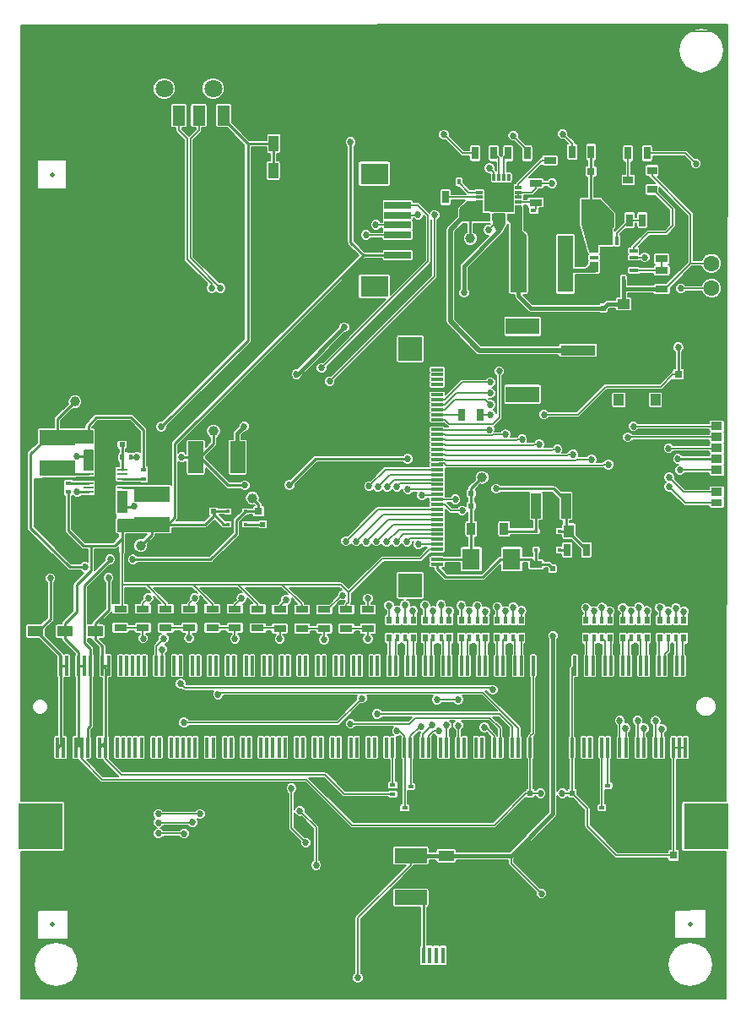
<source format=gbr>
G04 #@! TF.FileFunction,Copper,L1,Top,Signal*
%FSLAX46Y46*%
G04 Gerber Fmt 4.6, Leading zero omitted, Abs format (unit mm)*
G04 Created by KiCad (PCBNEW 4.0.4-stable) date Monday, April 23, 2018 'PMt' 09:01:18 PM*
%MOMM*%
%LPD*%
G01*
G04 APERTURE LIST*
%ADD10C,0.100000*%
%ADD11C,1.600000*%
%ADD12R,0.300000X0.700000*%
%ADD13R,0.700000X0.300000*%
%ADD14R,2.500000X2.500000*%
%ADD15R,0.350000X0.850000*%
%ADD16R,0.850000X0.350000*%
%ADD17R,2.700000X2.700000*%
%ADD18R,0.450000X0.350000*%
%ADD19R,1.100000X0.850000*%
%ADD20R,1.100000X0.750000*%
%ADD21R,1.800000X1.170000*%
%ADD22R,1.350000X1.550000*%
%ADD23R,1.350000X1.900000*%
%ADD24R,1.000000X1.200000*%
%ADD25R,4.500000X4.600000*%
%ADD26R,0.350000X2.000000*%
%ADD27R,0.450000X0.300000*%
%ADD28R,1.700000X2.500000*%
%ADD29R,1.000000X0.250000*%
%ADD30R,0.500000X0.800000*%
%ADD31R,0.400000X0.800000*%
%ADD32R,0.400000X0.600000*%
%ADD33R,0.700000X1.300000*%
%ADD34R,1.300000X0.700000*%
%ADD35R,0.600000X0.400000*%
%ADD36R,1.000000X0.800000*%
%ADD37C,1.000000*%
%ADD38R,1.200000X0.300000*%
%ADD39R,2.400000X2.400000*%
%ADD40R,0.400000X1.650000*%
%ADD41O,1.100000X1.500000*%
%ADD42O,1.400000X1.700000*%
%ADD43R,1.430000X2.500000*%
%ADD44R,1.600000X5.700000*%
%ADD45R,1.000000X2.500000*%
%ADD46R,3.600000X1.500000*%
%ADD47R,1.500000X3.200000*%
%ADD48R,3.200000X1.500000*%
%ADD49R,1.778000X2.159000*%
%ADD50R,0.900000X1.200000*%
%ADD51R,1.000000X1.250000*%
%ADD52R,0.500000X0.600000*%
%ADD53R,1.250000X1.000000*%
%ADD54R,1.950000X2.500000*%
%ADD55R,0.800000X0.750000*%
%ADD56R,0.600000X0.500000*%
%ADD57R,1.000000X1.600000*%
%ADD58R,1.600000X1.000000*%
%ADD59R,0.750000X0.800000*%
%ADD60R,3.400000X1.600000*%
%ADD61R,3.500000X1.000000*%
%ADD62R,2.700000X0.700000*%
%ADD63R,2.800000X2.100000*%
%ADD64C,0.500000*%
%ADD65R,3.500000X2.000000*%
%ADD66R,1.250000X2.000000*%
%ADD67C,1.800000*%
%ADD68C,0.685800*%
%ADD69C,0.152400*%
%ADD70C,0.254000*%
%ADD71C,0.508000*%
%ADD72C,0.381000*%
G04 APERTURE END LIST*
D10*
D11*
X173647100Y-95239840D03*
X173647100Y-97739840D03*
X173647100Y-92739840D03*
D12*
X152328880Y-88083700D03*
X151828880Y-88083700D03*
X151328880Y-88083700D03*
X152828880Y-88083700D03*
X153328880Y-88083700D03*
D13*
X154293880Y-86118700D03*
X154293880Y-85618700D03*
X154293880Y-85118700D03*
X154293880Y-86618700D03*
X154293880Y-87118700D03*
X150363880Y-87118700D03*
X150363880Y-86618700D03*
X150363880Y-86118700D03*
X150363880Y-85618700D03*
X150363880Y-85118700D03*
D12*
X153328880Y-84153700D03*
X152828880Y-84153700D03*
X152328880Y-84153700D03*
X151828880Y-84153700D03*
X151328880Y-84153700D03*
D14*
X152328880Y-86118700D03*
D15*
X163520240Y-90488620D03*
X164170240Y-90488620D03*
X164820240Y-90488620D03*
X162870240Y-90488620D03*
X162870240Y-94438620D03*
X163520240Y-94438620D03*
X164170240Y-94438620D03*
X164820240Y-94438620D03*
D16*
X161870240Y-91488620D03*
X161870240Y-92138620D03*
X161870240Y-92788620D03*
X161870240Y-93438620D03*
X165820240Y-91488620D03*
X165820240Y-92138620D03*
X165820240Y-92788620D03*
X165820240Y-93438620D03*
D17*
X163845240Y-92463620D03*
D18*
X156048460Y-121473000D03*
X156048460Y-119573000D03*
X158398460Y-119573000D03*
X156048460Y-120523000D03*
X158398460Y-121473000D03*
D19*
X174188780Y-109063540D03*
X174188780Y-110163540D03*
X174188780Y-111263540D03*
X174188780Y-112363540D03*
X174188780Y-113463540D03*
X174188780Y-114563540D03*
X174188780Y-115663540D03*
D20*
X174188780Y-116713540D03*
D21*
X173838780Y-117923540D03*
D22*
X174063780Y-106603540D03*
D23*
X163363780Y-115898540D03*
X163363780Y-109928540D03*
D24*
X168038780Y-106428540D03*
X164338780Y-106428540D03*
D25*
X106300000Y-149160000D03*
X173100000Y-149160000D03*
D26*
X171350000Y-133060000D03*
X170750000Y-133060000D03*
X170150000Y-133060000D03*
X169550000Y-133060000D03*
X168950000Y-133060000D03*
X168350000Y-133060000D03*
X167750000Y-133060000D03*
X167150000Y-133060000D03*
X166550000Y-133060000D03*
X165950000Y-133060000D03*
X165350000Y-133060000D03*
X164750000Y-133060000D03*
X164150000Y-133060000D03*
X163550000Y-133060000D03*
X162950000Y-133060000D03*
X162350000Y-133060000D03*
X161750000Y-133060000D03*
X161150000Y-133060000D03*
X160550000Y-133060000D03*
X159950000Y-133060000D03*
X155750000Y-133060000D03*
X155150000Y-133060000D03*
X154550000Y-133060000D03*
X153950000Y-133060000D03*
X153350000Y-133060000D03*
X152750000Y-133060000D03*
X152150000Y-133060000D03*
X151550000Y-133060000D03*
X150950000Y-133060000D03*
X150350000Y-133060000D03*
X149750000Y-133060000D03*
X149150000Y-133060000D03*
X148550000Y-133060000D03*
X147950000Y-133060000D03*
X147350000Y-133060000D03*
X146750000Y-133060000D03*
X146150000Y-133060000D03*
X145550000Y-133060000D03*
X144950000Y-133060000D03*
X144350000Y-133060000D03*
X143750000Y-133060000D03*
X143150000Y-133060000D03*
X142550000Y-133060000D03*
X141950000Y-133060000D03*
X141350000Y-133060000D03*
X140750000Y-133060000D03*
X140150000Y-133060000D03*
X139550000Y-133060000D03*
X138950000Y-133060000D03*
X138350000Y-133060000D03*
X137750000Y-133060000D03*
X137150000Y-133060000D03*
X136550000Y-133060000D03*
X135950000Y-133060000D03*
X135350000Y-133060000D03*
X134750000Y-133060000D03*
X134150000Y-133060000D03*
X133550000Y-133060000D03*
X132950000Y-133060000D03*
X132350000Y-133060000D03*
X131750000Y-133060000D03*
X131150000Y-133060000D03*
X130550000Y-133060000D03*
X129950000Y-133060000D03*
X129350000Y-133060000D03*
X128750000Y-133060000D03*
X128150000Y-133060000D03*
X127550000Y-133060000D03*
X126950000Y-133060000D03*
X126350000Y-133060000D03*
X125750000Y-133060000D03*
X125150000Y-133060000D03*
X124550000Y-133060000D03*
X123950000Y-133060000D03*
X123350000Y-133060000D03*
X122750000Y-133060000D03*
X122150000Y-133060000D03*
X121550000Y-133060000D03*
X120950000Y-133060000D03*
X120350000Y-133060000D03*
X119750000Y-133060000D03*
X119150000Y-133060000D03*
X118550000Y-133060000D03*
X117950000Y-133060000D03*
X117350000Y-133060000D03*
X116750000Y-133060000D03*
X116150000Y-133060000D03*
X115550000Y-133060000D03*
X114950000Y-133060000D03*
X114350000Y-133060000D03*
X113750000Y-133060000D03*
X113150000Y-133060000D03*
X112550000Y-133060000D03*
X111950000Y-133060000D03*
X111350000Y-133060000D03*
X110750000Y-133060000D03*
X110150000Y-133060000D03*
X109550000Y-133060000D03*
X108950000Y-133060000D03*
X108350000Y-133060000D03*
X171050000Y-141260000D03*
X170450000Y-141260000D03*
X169850000Y-141260000D03*
X169250000Y-141260000D03*
X168650000Y-141260000D03*
X168050000Y-141260000D03*
X167450000Y-141260000D03*
X166850000Y-141260000D03*
X166250000Y-141260000D03*
X165650000Y-141260000D03*
X165050000Y-141260000D03*
X164450000Y-141260000D03*
X163850000Y-141260000D03*
X163250000Y-141260000D03*
X162650000Y-141260000D03*
X162050000Y-141260000D03*
X161450000Y-141260000D03*
X160850000Y-141260000D03*
X160250000Y-141260000D03*
X159650000Y-141260000D03*
X155450000Y-141260000D03*
X154850000Y-141260000D03*
X154250000Y-141260000D03*
X153650000Y-141260000D03*
X153050000Y-141260000D03*
X152450000Y-141260000D03*
X151850000Y-141260000D03*
X151250000Y-141260000D03*
X150650000Y-141260000D03*
X150050000Y-141260000D03*
X149450000Y-141260000D03*
X148850000Y-141260000D03*
X148250000Y-141260000D03*
X147650000Y-141260000D03*
X147050000Y-141260000D03*
X146450000Y-141260000D03*
X145850000Y-141260000D03*
X145250000Y-141260000D03*
X144650000Y-141260000D03*
X144050000Y-141260000D03*
X143450000Y-141260000D03*
X142850000Y-141260000D03*
X142250000Y-141260000D03*
X141650000Y-141260000D03*
X141050000Y-141260000D03*
X140450000Y-141260000D03*
X139850000Y-141260000D03*
X139250000Y-141260000D03*
X138650000Y-141260000D03*
X138050000Y-141260000D03*
X137450000Y-141260000D03*
X136850000Y-141260000D03*
X136250000Y-141260000D03*
X135650000Y-141260000D03*
X135050000Y-141260000D03*
X134450000Y-141260000D03*
X133850000Y-141260000D03*
X133250000Y-141260000D03*
X132650000Y-141260000D03*
X132050000Y-141260000D03*
X131450000Y-141260000D03*
X130850000Y-141260000D03*
X130250000Y-141260000D03*
X129650000Y-141260000D03*
X129050000Y-141260000D03*
X128450000Y-141260000D03*
X127850000Y-141260000D03*
X127250000Y-141260000D03*
X126650000Y-141260000D03*
X126050000Y-141260000D03*
X125450000Y-141260000D03*
X124850000Y-141260000D03*
X124250000Y-141260000D03*
X123650000Y-141260000D03*
X123050000Y-141260000D03*
X122450000Y-141260000D03*
X121850000Y-141260000D03*
X121250000Y-141260000D03*
X120650000Y-141260000D03*
X120050000Y-141260000D03*
X119450000Y-141260000D03*
X118850000Y-141260000D03*
X118250000Y-141260000D03*
X117650000Y-141260000D03*
X117050000Y-141260000D03*
X116450000Y-141260000D03*
X115850000Y-141260000D03*
X115250000Y-141260000D03*
X114650000Y-141260000D03*
X114050000Y-141260000D03*
X113450000Y-141260000D03*
X112850000Y-141260000D03*
X112250000Y-141260000D03*
X111650000Y-141260000D03*
X111050000Y-141260000D03*
X110450000Y-141260000D03*
X109850000Y-141260000D03*
X109250000Y-141260000D03*
X108650000Y-141260000D03*
X108050000Y-141260000D03*
D27*
X125126980Y-118247160D03*
X125126980Y-118897160D03*
X125126980Y-117597160D03*
X126901980Y-117597160D03*
X126901980Y-118897160D03*
D28*
X112829340Y-114541300D03*
D29*
X111129340Y-113416300D03*
X111129340Y-113866300D03*
X111129340Y-114316300D03*
X111129340Y-114766300D03*
X111129340Y-115216300D03*
X111129340Y-115666300D03*
X114529340Y-115666300D03*
X114529340Y-115216300D03*
X114529340Y-114766300D03*
X114529340Y-114316300D03*
X114529340Y-113866300D03*
X114529340Y-113416300D03*
D30*
X170887240Y-128479980D03*
D31*
X169287240Y-128479980D03*
X170087240Y-128479980D03*
D30*
X168487240Y-128479980D03*
D31*
X170087240Y-130279980D03*
D30*
X170887240Y-130279980D03*
D31*
X169287240Y-130279980D03*
D30*
X168487240Y-130279980D03*
X163455200Y-128479980D03*
D31*
X161855200Y-128479980D03*
X162655200Y-128479980D03*
D30*
X161055200Y-128479980D03*
D31*
X162655200Y-130279980D03*
D30*
X163455200Y-130279980D03*
D31*
X161855200Y-130279980D03*
D30*
X161055200Y-130279980D03*
X167172640Y-128479980D03*
D31*
X165572640Y-128479980D03*
X166372640Y-128479980D03*
D30*
X164772640Y-128479980D03*
D31*
X166372640Y-130279980D03*
D30*
X167172640Y-130279980D03*
D31*
X165572640Y-130279980D03*
D30*
X164772640Y-130279980D03*
X150950780Y-128479980D03*
D31*
X149350780Y-128479980D03*
X150150780Y-128479980D03*
D30*
X148550780Y-128479980D03*
D31*
X150150780Y-130279980D03*
D30*
X150950780Y-130279980D03*
D31*
X149350780Y-130279980D03*
D30*
X148550780Y-130279980D03*
X154572820Y-128479980D03*
D31*
X152972820Y-128479980D03*
X153772820Y-128479980D03*
D30*
X152172820Y-128479980D03*
D31*
X153772820Y-130279980D03*
D30*
X154572820Y-130279980D03*
D31*
X152972820Y-130279980D03*
D30*
X152172820Y-130279980D03*
X143711780Y-128479980D03*
D31*
X142111780Y-128479980D03*
X142911780Y-128479980D03*
D30*
X141311780Y-128479980D03*
D31*
X142911780Y-130279980D03*
D30*
X143711780Y-130279980D03*
D31*
X142111780Y-130279980D03*
D30*
X141311780Y-130279980D03*
X147331280Y-128479980D03*
D31*
X145731280Y-128479980D03*
X146531280Y-128479980D03*
D30*
X144931280Y-128479980D03*
D31*
X146531280Y-130279980D03*
D30*
X147331280Y-130279980D03*
D31*
X145731280Y-130279980D03*
D30*
X144931280Y-130279980D03*
D32*
X148338960Y-84579460D03*
X147438960Y-84579460D03*
D33*
X146966980Y-86118700D03*
X145066980Y-86118700D03*
X165285380Y-81711800D03*
X167185380Y-81711800D03*
D34*
X157449520Y-82415420D03*
X157449520Y-80515420D03*
X168648380Y-92278240D03*
X168648380Y-90378240D03*
X168656000Y-95338940D03*
X168656000Y-93438940D03*
D33*
X166723020Y-88422480D03*
X168623020Y-88422480D03*
X155150860Y-81706720D03*
X153250860Y-81706720D03*
X149923460Y-81694020D03*
X151823460Y-81694020D03*
X163527700Y-88419940D03*
X165427700Y-88419940D03*
D35*
X155816300Y-87446700D03*
X155816300Y-88346700D03*
D33*
X161571980Y-81582260D03*
X159671980Y-81582260D03*
D34*
X156009340Y-84729280D03*
X156009340Y-86629280D03*
X139176760Y-129331760D03*
X139176760Y-127431760D03*
X137002520Y-129331760D03*
X137002520Y-127431760D03*
X134792720Y-129331760D03*
X134792720Y-127431760D03*
X132580380Y-129331760D03*
X132580380Y-127431760D03*
X130335020Y-129331760D03*
X130335020Y-127431760D03*
X128125220Y-129296200D03*
X128125220Y-127396200D03*
X125844300Y-129260640D03*
X125844300Y-127360640D03*
X123563380Y-129260640D03*
X123563380Y-127360640D03*
X121246900Y-129260640D03*
X121246900Y-127360640D03*
X118894860Y-129260640D03*
X118894860Y-127360640D03*
X116613940Y-129260640D03*
X116613940Y-127360640D03*
X114333020Y-129260640D03*
X114333020Y-127360640D03*
D33*
X150459480Y-107904280D03*
X148559480Y-107904280D03*
D34*
X156049980Y-124833420D03*
X156049980Y-122933420D03*
D33*
X159194460Y-121472960D03*
X161094460Y-121472960D03*
D35*
X141676120Y-145025960D03*
X141676120Y-145925960D03*
X143461740Y-145165660D03*
X143461740Y-146065660D03*
X142872460Y-147317040D03*
X142872460Y-148217040D03*
X163250880Y-145071680D03*
X163250880Y-145971680D03*
X162651440Y-147278940D03*
X162651440Y-148178940D03*
X116674900Y-113415660D03*
X116674900Y-114315660D03*
D32*
X115395160Y-112171480D03*
X114495160Y-112171480D03*
D35*
X109146340Y-115666940D03*
X109146340Y-114766940D03*
D36*
X167685720Y-85336460D03*
X167685720Y-83436460D03*
X165285720Y-84386460D03*
D37*
X109840000Y-105060000D03*
X149448520Y-90246200D03*
X123680000Y-109560000D03*
X150634700Y-114200940D03*
X127581660Y-116268500D03*
X109788960Y-106601260D03*
X116382800Y-121028460D03*
D38*
X146134080Y-119900840D03*
X146134080Y-119400840D03*
X146134080Y-120400840D03*
X146134080Y-120900840D03*
X146134080Y-122900840D03*
X146134080Y-122400840D03*
X146134080Y-121400840D03*
X146134080Y-121900840D03*
X146134080Y-111900840D03*
X146134080Y-111400840D03*
X146134080Y-112400840D03*
X146134080Y-112900840D03*
X146134080Y-114900840D03*
X146134080Y-114400840D03*
X146134080Y-113400840D03*
X146134080Y-113900840D03*
X146134080Y-117900840D03*
X146134080Y-117400840D03*
X146134080Y-118400840D03*
X146134080Y-118900840D03*
X146134080Y-116900840D03*
X146134080Y-116400840D03*
X146134080Y-115400840D03*
X146134080Y-115900840D03*
X146134080Y-107900840D03*
X146134080Y-107400840D03*
X146134080Y-108400840D03*
X146134080Y-108900840D03*
X146134080Y-110900840D03*
X146134080Y-110400840D03*
X146134080Y-109400840D03*
X146134080Y-109900840D03*
X146134080Y-105900840D03*
X146134080Y-105400840D03*
X146134080Y-106400840D03*
X146134080Y-106900840D03*
X146134080Y-104900840D03*
X146134080Y-104400840D03*
X146134080Y-103400840D03*
X146134080Y-103900840D03*
D39*
X143434080Y-125000840D03*
X143434080Y-101300840D03*
D40*
X144750000Y-162076000D03*
X145400000Y-162076000D03*
X146050000Y-162076000D03*
X146700000Y-162076000D03*
X147350000Y-162076000D03*
D41*
X143630000Y-161956000D03*
X148470000Y-161956000D03*
D42*
X143320000Y-164956000D03*
X148780000Y-164956000D03*
D43*
X145090000Y-165196000D03*
X147010000Y-165196000D03*
D44*
X154291800Y-92786200D03*
X158991800Y-92786200D03*
D45*
X159046040Y-117058440D03*
X156046040Y-117058440D03*
D46*
X108016040Y-113251980D03*
X108016040Y-110201980D03*
X117495320Y-115845860D03*
X117495320Y-118895860D03*
D47*
X121910000Y-112180000D03*
X126110000Y-112180000D03*
D48*
X143492220Y-152108480D03*
X143492220Y-156308480D03*
D49*
X149552660Y-122400060D03*
X153616660Y-122400060D03*
D50*
X149546040Y-119344440D03*
X152846040Y-119344440D03*
D51*
X148850860Y-87886540D03*
X146850860Y-87886540D03*
D52*
X162821620Y-97219680D03*
X162821620Y-98319680D03*
D53*
X164825680Y-96807780D03*
X164825680Y-98807780D03*
D54*
X161547540Y-87561420D03*
X158497540Y-87561420D03*
D55*
X161563620Y-83527900D03*
X163063620Y-83527900D03*
D52*
X157718760Y-123348660D03*
X157718760Y-124448660D03*
D51*
X159342580Y-119575580D03*
X161342580Y-119575580D03*
D56*
X150641140Y-115785900D03*
X149541140Y-115785900D03*
X150641140Y-117040660D03*
X149541140Y-117040660D03*
D55*
X170336780Y-103883460D03*
X171836780Y-103883460D03*
D57*
X129690000Y-83450000D03*
X132690000Y-83450000D03*
X129720000Y-80730000D03*
X132720000Y-80730000D03*
D58*
X111803180Y-129597280D03*
X111803180Y-126597280D03*
X108783120Y-129597280D03*
X108783120Y-126597280D03*
D52*
X159669480Y-145837820D03*
X159669480Y-146937820D03*
D58*
X105801160Y-129597280D03*
X105801160Y-126597280D03*
D52*
X155455620Y-145842900D03*
X155455620Y-146942900D03*
D56*
X128609000Y-118892320D03*
X129709000Y-118892320D03*
X123679040Y-117594380D03*
X122579040Y-117594380D03*
D55*
X128208340Y-117596920D03*
X129708340Y-117596920D03*
D51*
X111128300Y-112036860D03*
X113128300Y-112036860D03*
X114517680Y-117109240D03*
X112517680Y-117109240D03*
D56*
X114517080Y-110909100D03*
X115617080Y-110909100D03*
D51*
X111130840Y-110142020D03*
X113130840Y-110142020D03*
X114517680Y-118999000D03*
X112517680Y-118999000D03*
D59*
X169857420Y-152074180D03*
X169857420Y-153574180D03*
D58*
X147027900Y-152105360D03*
X147027900Y-155105360D03*
D60*
X154705000Y-105858520D03*
D61*
X160255000Y-103458520D03*
X160255000Y-101458520D03*
D60*
X154705000Y-99058520D03*
D62*
X142166680Y-88910000D03*
X142166680Y-89910000D03*
X142166680Y-87910000D03*
X142166680Y-86910000D03*
X142166680Y-90910000D03*
X142166680Y-91910000D03*
D63*
X139816680Y-95060000D03*
X139816680Y-83760000D03*
D64*
X107500000Y-83850000D03*
X107500000Y-159000000D03*
X171500000Y-159000000D03*
D65*
X128835000Y-75930000D03*
X113585000Y-75930000D03*
X128835000Y-69830000D03*
X113585000Y-69830000D03*
D66*
X124710000Y-77930000D03*
X117710000Y-77930000D03*
X122210000Y-77930000D03*
X120210000Y-77930000D03*
D67*
X118760000Y-75230000D03*
X123660000Y-75230000D03*
D68*
X108630000Y-69780000D03*
X104750000Y-69800000D03*
X104760000Y-75210000D03*
X104760000Y-86860000D03*
X104760000Y-97020000D03*
X104760000Y-109750000D03*
X104780000Y-121700000D03*
X104780000Y-132090000D03*
X104760000Y-143750000D03*
X104740000Y-153790000D03*
X104760000Y-166070000D03*
X115590000Y-166090000D03*
X134110000Y-69430000D03*
X141710000Y-69430000D03*
X148270000Y-69460000D03*
X155590000Y-69450000D03*
X161970000Y-69470000D03*
X167620000Y-69470000D03*
X174610000Y-69470000D03*
X122890280Y-166100760D03*
X131942840Y-166100760D03*
X140568680Y-166100760D03*
X152006300Y-165968680D03*
X159344360Y-165968680D03*
X167914320Y-165930580D03*
X174520860Y-159590740D03*
X174482760Y-165930580D03*
X174619920Y-78986380D03*
X174591980Y-83337400D03*
X174619920Y-88737440D03*
X159120840Y-148186140D03*
X158785560Y-144205960D03*
X153977340Y-136329420D03*
X114815620Y-136814560D03*
X151495760Y-144068800D03*
X147048220Y-145138140D03*
X138653520Y-143723360D03*
X111061500Y-118374160D03*
X114650520Y-109489240D03*
X161335720Y-95661480D03*
X170266360Y-90375740D03*
X112113060Y-139298680D03*
X167205660Y-156215080D03*
X112080040Y-150792180D03*
X136984740Y-156784040D03*
X151317960Y-156629100D03*
X140268960Y-151973280D03*
X126817120Y-150992840D03*
X156588460Y-155897580D03*
X138163300Y-164332920D03*
X151267160Y-89385140D03*
X157665420Y-84716620D03*
X151373840Y-83200240D03*
X148838920Y-95686880D03*
X157759400Y-130070860D03*
X137440000Y-80589120D03*
X151498300Y-107901740D03*
X158686500Y-145846800D03*
X156499560Y-145846800D03*
X156847540Y-107899200D03*
X170289220Y-112344200D03*
X170319700Y-101165660D03*
X113164620Y-124261880D03*
X110787180Y-123179840D03*
X118450000Y-109120000D03*
X120509998Y-112170000D03*
X152044400Y-115321080D03*
X143169640Y-112339120D03*
X131318000Y-114962940D03*
X126812040Y-114978180D03*
X107322620Y-124299980D03*
X116014500Y-112168940D03*
X115704620Y-117106700D03*
X110009940Y-115648740D03*
X110009940Y-112029240D03*
X115590000Y-122420000D03*
X113330000Y-122410000D03*
X126768860Y-109085380D03*
X132006340Y-103847900D03*
X136822180Y-99138740D03*
X161561780Y-89453720D03*
X120749060Y-149877780D03*
X118168420Y-149865080D03*
X158716980Y-79773780D03*
X146814540Y-79839820D03*
X122328940Y-147916900D03*
X118158260Y-147916900D03*
X121587260Y-148760180D03*
X118183660Y-148777960D03*
X153763980Y-79943960D03*
X172074840Y-82753200D03*
X124381800Y-95220000D03*
X118700000Y-130340000D03*
X123518200Y-95220000D03*
X118560000Y-131420000D03*
X142026640Y-120616980D03*
X145729960Y-127546100D03*
X141058900Y-120616980D03*
X144919700Y-127005080D03*
X143108680Y-120644920D03*
X146524980Y-126979680D03*
X144246600Y-120901460D03*
X147335240Y-127596900D03*
X159773620Y-111907320D03*
X165580060Y-127591820D03*
X158196280Y-111406940D03*
X164767260Y-127276860D03*
X161627820Y-112405160D03*
X166370000Y-127223520D03*
X163316920Y-112903000D03*
X167175180Y-127584200D03*
X142090140Y-115143280D03*
X150949660Y-127622300D03*
X141104620Y-115143280D03*
X150147020Y-127083820D03*
X139288520Y-115069620D03*
X148554440Y-127055880D03*
X140172440Y-115117880D03*
X149346920Y-127601980D03*
X138015980Y-120589040D03*
X142105380Y-127518160D03*
X136992360Y-120589040D03*
X141295120Y-127030480D03*
X139039600Y-120616980D03*
X142900400Y-126979680D03*
X140035280Y-120589040D03*
X143710660Y-127558800D03*
X148625560Y-117515638D03*
X154571700Y-127574040D03*
X147944840Y-116405660D03*
X153761440Y-127205740D03*
X143200120Y-115397280D03*
X152166320Y-127167640D03*
X144601182Y-115990118D03*
X152954786Y-127591345D03*
X151462740Y-106916220D03*
X168488360Y-127251460D03*
X152351740Y-103553262D03*
X170886110Y-127609600D03*
X156357320Y-110901480D03*
X163456620Y-127607060D03*
X154650440Y-110396020D03*
X162653980Y-127246380D03*
X151371300Y-109413040D03*
X161051240Y-127254000D03*
X152979120Y-109890560D03*
X161848800Y-127599440D03*
X151452580Y-104658160D03*
X170085738Y-127328492D03*
X151452580Y-105750360D03*
X169296080Y-127609600D03*
X116619020Y-130322320D03*
X151706580Y-135478520D03*
X150853140Y-139258040D03*
X120401080Y-134866380D03*
X117152420Y-126263400D03*
X133992620Y-153042620D03*
X132351780Y-147612100D03*
X121251980Y-130302000D03*
X124145040Y-135930640D03*
X121795540Y-126291340D03*
X132946140Y-150794720D03*
X131503420Y-145338800D03*
X125839220Y-130360420D03*
X137436860Y-138871960D03*
X126502160Y-126304040D03*
X130329940Y-130380740D03*
X140098780Y-137888980D03*
X130972560Y-126446280D03*
X138579860Y-136334510D03*
X120741440Y-138760200D03*
X134790180Y-130431540D03*
X136667240Y-126006860D03*
X148229320Y-136458960D03*
X146098260Y-136458960D03*
X148254720Y-139042140D03*
X139179300Y-130370580D03*
X147058380Y-139031980D03*
X139174220Y-126321820D03*
X170467020Y-113466880D03*
X168650920Y-139390120D03*
X169346880Y-111269780D03*
X168033700Y-138592560D03*
X169405300Y-114200940D03*
X166857680Y-139349480D03*
X169397940Y-115127780D03*
X166240460Y-138554460D03*
X165821360Y-109072680D03*
X165044120Y-139329160D03*
X165249850Y-110167420D03*
X164447220Y-138572240D03*
X170568620Y-95262700D03*
X166961820Y-92135960D03*
X138978640Y-89882980D03*
X142092680Y-139608560D03*
X139979400Y-88882220D03*
X144490440Y-139133580D03*
X145851880Y-87889080D03*
X144211040Y-87889080D03*
X135346440Y-104561640D03*
X146286220Y-139611100D03*
X134538720Y-103212900D03*
X145600420Y-138993880D03*
D69*
X108630000Y-69780000D02*
X111632600Y-69780000D01*
X111632600Y-69780000D02*
X111682600Y-69830000D01*
X111682600Y-69830000D02*
X113585000Y-69830000D01*
X104760000Y-75210000D02*
X104760000Y-69810000D01*
X104760000Y-69810000D02*
X104750000Y-69800000D01*
X104760000Y-97020000D02*
X104760000Y-86860000D01*
X104780000Y-121700000D02*
X104780000Y-109770000D01*
X104780000Y-109770000D02*
X104760000Y-109750000D01*
X104760000Y-143750000D02*
X104760000Y-132110000D01*
X104760000Y-132110000D02*
X104780000Y-132090000D01*
X104760000Y-166070000D02*
X104760000Y-153810000D01*
X104760000Y-153810000D02*
X104740000Y-153790000D01*
X122890280Y-166100760D02*
X115600760Y-166100760D01*
X115600760Y-166100760D02*
X115590000Y-166090000D01*
X134110000Y-69430000D02*
X129235000Y-69430000D01*
X129235000Y-69430000D02*
X128835000Y-69830000D01*
X148270000Y-69460000D02*
X141740000Y-69460000D01*
X141740000Y-69460000D02*
X141710000Y-69430000D01*
X161970000Y-69470000D02*
X155610000Y-69470000D01*
X155610000Y-69470000D02*
X155590000Y-69450000D01*
X174610000Y-69470000D02*
X167620000Y-69470000D01*
X113585000Y-75930000D02*
X116085000Y-75930000D01*
X117710000Y-77555000D02*
X117710000Y-77930000D01*
X116085000Y-75930000D02*
X117710000Y-77555000D01*
D70*
X113585000Y-69830000D02*
X113585000Y-75930000D01*
X128835000Y-69830000D02*
X113585000Y-69830000D01*
X128835000Y-75930000D02*
X128835000Y-69830000D01*
X132720000Y-80730000D02*
X132720000Y-80430000D01*
X132720000Y-80430000D02*
X128835000Y-76545000D01*
X128835000Y-76545000D02*
X128835000Y-75930000D01*
X132690000Y-83450000D02*
X132690000Y-80760000D01*
X132690000Y-80760000D02*
X132720000Y-80730000D01*
D69*
X140568680Y-166100760D02*
X131942840Y-166100760D01*
X167914320Y-165930580D02*
X159382460Y-165930580D01*
X159382460Y-165930580D02*
X159344360Y-165968680D01*
X174482760Y-165930580D02*
X174482760Y-159628840D01*
X174482760Y-159628840D02*
X174520860Y-159590740D01*
X174591980Y-83337400D02*
X174591980Y-79014320D01*
X174591980Y-79014320D02*
X174619920Y-78986380D01*
X173647100Y-97739840D02*
X174675701Y-96711239D01*
X174675701Y-96711239D02*
X174675701Y-88793221D01*
X174675701Y-88793221D02*
X174619920Y-88737440D01*
X147027900Y-155105360D02*
X147980300Y-155105360D01*
X147980300Y-155105360D02*
X150776580Y-157901640D01*
X150776580Y-157901640D02*
X156763720Y-157901640D01*
X156763720Y-157901640D02*
X159120840Y-155544520D01*
X159120840Y-155544520D02*
X159120840Y-148186140D01*
X160550000Y-133060000D02*
X160550000Y-131907600D01*
X159592119Y-131831399D02*
X158785560Y-132637958D01*
X160550000Y-131907600D02*
X160473799Y-131831399D01*
X160473799Y-131831399D02*
X159592119Y-131831399D01*
X158785560Y-132637958D02*
X158785560Y-144205960D01*
X155150000Y-133060000D02*
X155150000Y-135156760D01*
X155150000Y-135156760D02*
X153977340Y-136329420D01*
X117050000Y-141260000D02*
X117050000Y-139048940D01*
X117050000Y-139048940D02*
X114815620Y-136814560D01*
X147650000Y-141260000D02*
X147650000Y-142412400D01*
X147650000Y-142412400D02*
X149306400Y-144068800D01*
X149306400Y-144068800D02*
X151495760Y-144068800D01*
X145850000Y-141260000D02*
X145850000Y-143939920D01*
X145850000Y-143939920D02*
X147048220Y-145138140D01*
X138650000Y-141260000D02*
X138650000Y-143719840D01*
X138650000Y-143719840D02*
X138653520Y-143723360D01*
X112517680Y-118999000D02*
X111686340Y-118999000D01*
X111686340Y-118999000D02*
X111061500Y-118374160D01*
X113130840Y-110142020D02*
X113997740Y-110142020D01*
X113997740Y-110142020D02*
X114650520Y-109489240D01*
X162870240Y-94438620D02*
X162870240Y-94688620D01*
X162870240Y-94688620D02*
X161897380Y-95661480D01*
X161897380Y-95661480D02*
X161335720Y-95661480D01*
X168648380Y-90378240D02*
X170263860Y-90378240D01*
X170263860Y-90378240D02*
X170266360Y-90375740D01*
X111650000Y-141260000D02*
X111650000Y-139761740D01*
X111650000Y-139761740D02*
X112113060Y-139298680D01*
D70*
X114529340Y-114766300D02*
X113054340Y-114766300D01*
D69*
X113054340Y-114766300D02*
X112829340Y-114541300D01*
D70*
X111129340Y-114316300D02*
X112495120Y-114316300D01*
D69*
X112495120Y-114316300D02*
X112720120Y-114541300D01*
X112720120Y-114541300D02*
X112829340Y-114541300D01*
D70*
X149448520Y-90246200D02*
X149448520Y-88484200D01*
X149448520Y-88484200D02*
X148850860Y-87886540D01*
D71*
X150356060Y-101458520D02*
X160255000Y-101458520D01*
X150363880Y-87118700D02*
X149698200Y-87118700D01*
X149698200Y-87118700D02*
X147459700Y-89357200D01*
X147459700Y-89357200D02*
X147459700Y-98562160D01*
X147459700Y-98562160D02*
X150356060Y-101458520D01*
D69*
X153550040Y-152108480D02*
X153550040Y-152859160D01*
X153550040Y-152859160D02*
X156588460Y-155897580D01*
X143492220Y-152108480D02*
X143492220Y-153010880D01*
X143492220Y-153010880D02*
X138163300Y-158339800D01*
X138163300Y-158339800D02*
X138163300Y-164332920D01*
X152328880Y-88083700D02*
X152328880Y-88283700D01*
X152328880Y-88283700D02*
X151267160Y-89345420D01*
X151267160Y-89345420D02*
X151267160Y-89385140D01*
X157665420Y-84716620D02*
X156022000Y-84716620D01*
X156022000Y-84716620D02*
X156009340Y-84729280D01*
X151828880Y-84153700D02*
X151828880Y-83655280D01*
X151828880Y-83655280D02*
X151373840Y-83200240D01*
X154293880Y-85618700D02*
X155622320Y-85618700D01*
X155622320Y-85618700D02*
X156009340Y-85231680D01*
X156009340Y-85231680D02*
X156009340Y-84729280D01*
X154293880Y-86118700D02*
X154293880Y-85618700D01*
D72*
X148838920Y-92997020D02*
X152328880Y-89507060D01*
X152328880Y-89507060D02*
X152328880Y-88083700D01*
X148838920Y-95686880D02*
X148838920Y-92997020D01*
X143492220Y-152108480D02*
X153550040Y-152108480D01*
X153550040Y-152108480D02*
X157759400Y-147899120D01*
X157759400Y-147899120D02*
X157759400Y-130070860D01*
D70*
X143492220Y-152108480D02*
X147024780Y-152108480D01*
X147024780Y-152108480D02*
X147027900Y-152105360D01*
X117495320Y-118895860D02*
X119104140Y-118895860D01*
X119104140Y-118895860D02*
X119800000Y-118200000D01*
X119800000Y-118200000D02*
X119800000Y-110837158D01*
X119800000Y-110837158D02*
X138727158Y-91910000D01*
X138727158Y-91910000D02*
X137440000Y-90622842D01*
X137440000Y-90622842D02*
X137440000Y-80589120D01*
X117495320Y-118895860D02*
X122881560Y-118895860D01*
X122881560Y-118895860D02*
X123679040Y-118098380D01*
X123679040Y-118098380D02*
X123679040Y-117594380D01*
X138727158Y-91910000D02*
X140300000Y-91910000D01*
X140300000Y-91910000D02*
X142166680Y-91910000D01*
X117495320Y-118895860D02*
X117495320Y-119915940D01*
X117495320Y-119915940D02*
X116382800Y-121028460D01*
X108783120Y-129597280D02*
X108783120Y-128843280D01*
X108783120Y-128843280D02*
X109941360Y-127685040D01*
X109941360Y-127685040D02*
X109941360Y-124968000D01*
X109941360Y-124968000D02*
X111409481Y-123499879D01*
X111409481Y-123499879D02*
X111409481Y-121031001D01*
X111409481Y-121031001D02*
X111409480Y-121031000D01*
X110637320Y-121031000D02*
X111409480Y-121031000D01*
X111409480Y-121031000D02*
X113748820Y-121031000D01*
D69*
X151495760Y-107904280D02*
X151498300Y-107901740D01*
X150459480Y-107904280D02*
X151495760Y-107904280D01*
X146134080Y-121400840D02*
X145381680Y-121400840D01*
X145381680Y-121400840D02*
X144445960Y-122336560D01*
X144445960Y-122336560D02*
X140634720Y-122336560D01*
X140634720Y-122336560D02*
X137238741Y-125732539D01*
X171050000Y-141260000D02*
X170450000Y-141260000D01*
X170450000Y-141260000D02*
X169850000Y-141260000D01*
X159669480Y-145837820D02*
X159669480Y-145887820D01*
X159669480Y-145887820D02*
X161188400Y-147406740D01*
X164111240Y-152074180D02*
X169330020Y-152074180D01*
X161188400Y-147406740D02*
X161188400Y-149151340D01*
X161188400Y-149151340D02*
X164111240Y-152074180D01*
X169330020Y-152074180D02*
X169857420Y-152074180D01*
X158686500Y-145846800D02*
X159660500Y-145846800D01*
X159660500Y-145846800D02*
X159669480Y-145837820D01*
X155455620Y-145842900D02*
X156495660Y-145842900D01*
X156495660Y-145842900D02*
X156499560Y-145846800D01*
X110450000Y-141260000D02*
X110450000Y-142412400D01*
X110450000Y-142412400D02*
X112497560Y-144459960D01*
X112497560Y-144459960D02*
X133024880Y-144459960D01*
X133024880Y-144459960D02*
X137607040Y-149042120D01*
X137607040Y-149042120D02*
X151854000Y-149042120D01*
X151854000Y-149042120D02*
X155053220Y-145842900D01*
X155053220Y-145842900D02*
X155455620Y-145842900D01*
X137002520Y-127431760D02*
X137002520Y-126929360D01*
X137002520Y-126929360D02*
X137238741Y-126693139D01*
X137238741Y-126693139D02*
X137238741Y-125732539D01*
X137238741Y-125732539D02*
X136438642Y-124932440D01*
X136438642Y-124932440D02*
X130583460Y-124932440D01*
X132580380Y-127431760D02*
X132580380Y-126929360D01*
X132580380Y-126929360D02*
X130583460Y-124932440D01*
X130583460Y-124932440D02*
X126163860Y-124932440D01*
X128125220Y-127396200D02*
X128125220Y-126893800D01*
X128125220Y-126893800D02*
X126163860Y-124932440D01*
X126163860Y-124932440D02*
X121637580Y-124932440D01*
X123563380Y-127360640D02*
X123563380Y-126858240D01*
X123563380Y-126858240D02*
X121637580Y-124932440D01*
X121637580Y-124932440D02*
X116969060Y-124932440D01*
X114517680Y-121687080D02*
X114517680Y-124932440D01*
X114517680Y-124932440D02*
X114517680Y-127175980D01*
X118894860Y-127360640D02*
X118894860Y-126858240D01*
X118894860Y-126858240D02*
X116969060Y-124932440D01*
X116969060Y-124932440D02*
X114517680Y-124932440D01*
X114517680Y-127175980D02*
X114333020Y-127360640D01*
X156847540Y-107899200D02*
X160228280Y-107899200D01*
X160228280Y-107899200D02*
X163034980Y-105092500D01*
X163034980Y-105092500D02*
X168575340Y-105092500D01*
X168575340Y-105092500D02*
X169784380Y-103883460D01*
X169784380Y-103883460D02*
X170336780Y-103883460D01*
D70*
X170289220Y-112344200D02*
X174169440Y-112344200D01*
X174169440Y-112344200D02*
X174188780Y-112363540D01*
X170319700Y-101165660D02*
X170319700Y-103866380D01*
X170319700Y-103866380D02*
X170336780Y-103883460D01*
X123679040Y-117594380D02*
X123679040Y-117834500D01*
X123679040Y-117834500D02*
X124741700Y-118897160D01*
X124741700Y-118897160D02*
X125126980Y-118897160D01*
X123679040Y-117594380D02*
X125124200Y-117594380D01*
X125124200Y-117594380D02*
X125126980Y-117597160D01*
X114517680Y-118999000D02*
X114517680Y-121687080D01*
X110450000Y-141260000D02*
X110150000Y-140960000D01*
X110150000Y-133060000D02*
X110150000Y-140960000D01*
X110150000Y-140960000D02*
X109850000Y-141260000D01*
X110750000Y-133060000D02*
X110150000Y-133060000D01*
X108783120Y-129597280D02*
X108783120Y-130351280D01*
X108783120Y-130351280D02*
X110150000Y-131718160D01*
X110150000Y-131718160D02*
X110150000Y-131806000D01*
X110150000Y-131806000D02*
X110150000Y-133060000D01*
X109146340Y-115666940D02*
X109146340Y-117255582D01*
X109146340Y-117255582D02*
X109141260Y-117260662D01*
X109141260Y-117260662D02*
X109141260Y-119534940D01*
X109141260Y-119534940D02*
X110637320Y-121031000D01*
X113748820Y-121031000D02*
X114517680Y-120262140D01*
X114517680Y-120262140D02*
X114517680Y-118999000D01*
D69*
X169857420Y-152074180D02*
X169857420Y-141267420D01*
X169857420Y-141267420D02*
X169850000Y-141260000D01*
X159650000Y-141260000D02*
X159650000Y-133360000D01*
X159650000Y-133360000D02*
X159950000Y-133060000D01*
X159669480Y-145837820D02*
X159669480Y-141279480D01*
X159669480Y-141279480D02*
X159650000Y-141260000D01*
X155450000Y-141260000D02*
X155450000Y-140107600D01*
X155450000Y-140107600D02*
X155750000Y-139807600D01*
X155750000Y-139807600D02*
X155750000Y-134212400D01*
X155750000Y-134212400D02*
X155750000Y-133060000D01*
X155455620Y-145842900D02*
X155455620Y-141265620D01*
X155455620Y-141265620D02*
X155450000Y-141260000D01*
D70*
X108016040Y-110201980D02*
X108016040Y-108374180D01*
X108016040Y-108374180D02*
X109788960Y-106601260D01*
X112550000Y-133060000D02*
X112854740Y-133364740D01*
X112854740Y-133364740D02*
X112854740Y-140655260D01*
X112854740Y-140655260D02*
X112550000Y-140960000D01*
D69*
X141676120Y-145925960D02*
X136799740Y-145925960D01*
X136799740Y-145925960D02*
X134863840Y-143990060D01*
X112850000Y-142412400D02*
X112850000Y-141260000D01*
X134863840Y-143990060D02*
X114427660Y-143990060D01*
X114427660Y-143990060D02*
X112850000Y-142412400D01*
D70*
X108016040Y-110201980D02*
X106966040Y-110201980D01*
X109255560Y-123179840D02*
X110787180Y-123179840D01*
X106966040Y-110201980D02*
X105341420Y-111826600D01*
X105341420Y-111826600D02*
X105341420Y-119265700D01*
X105341420Y-119265700D02*
X109255560Y-123179840D01*
X113164620Y-124746813D02*
X113164620Y-124261880D01*
X113164620Y-127481840D02*
X113164620Y-124746813D01*
X111803180Y-128843280D02*
X113164620Y-127481840D01*
X111803180Y-129597280D02*
X111803180Y-128843280D01*
X112850000Y-141260000D02*
X112550000Y-140960000D01*
X112550000Y-140960000D02*
X112250000Y-141260000D01*
X113150000Y-133060000D02*
X112550000Y-133060000D01*
X111803180Y-129597280D02*
X111803180Y-130351280D01*
X111803180Y-130351280D02*
X112550000Y-131098100D01*
X112550000Y-131098100D02*
X112550000Y-131806000D01*
X112550000Y-131806000D02*
X112550000Y-133060000D01*
X116674900Y-113415660D02*
X116674900Y-109451140D01*
X111955580Y-108191300D02*
X111130840Y-109016040D01*
X116674900Y-109451140D02*
X115415060Y-108191300D01*
X115415060Y-108191300D02*
X111955580Y-108191300D01*
X111130840Y-109016040D02*
X111130840Y-110142020D01*
X114525640Y-112168940D02*
X114525640Y-110917660D01*
X114525640Y-110917660D02*
X114517080Y-110909100D01*
X114529340Y-113416300D02*
X114529340Y-112172640D01*
X114529340Y-112172640D02*
X114525640Y-112168940D01*
X129720000Y-80730000D02*
X129720000Y-83420000D01*
X129720000Y-83420000D02*
X129690000Y-83450000D01*
X127130000Y-80725000D02*
X127135000Y-80730000D01*
X127135000Y-80730000D02*
X129720000Y-80730000D01*
X118450000Y-109120000D02*
X127130000Y-100440000D01*
X127130000Y-100440000D02*
X127130000Y-80725000D01*
X127130000Y-80725000D02*
X124710000Y-78305000D01*
X124710000Y-78305000D02*
X124710000Y-77930000D01*
X120994931Y-112170000D02*
X120509998Y-112170000D01*
X121316060Y-112174020D02*
X121312040Y-112170000D01*
X121312040Y-112170000D02*
X120994931Y-112170000D01*
X121316060Y-112174020D02*
X122320060Y-112174020D01*
X122320060Y-112174020D02*
X123680000Y-110814080D01*
X123680000Y-110814080D02*
X123680000Y-110267106D01*
X123680000Y-110267106D02*
X123680000Y-109560000D01*
X159342580Y-119575580D02*
X159342580Y-119700580D01*
X159342580Y-119700580D02*
X161094460Y-121452460D01*
X161094460Y-121452460D02*
X161094460Y-121472960D01*
X159046040Y-117058440D02*
X159046040Y-116584860D01*
X159046040Y-116584860D02*
X157782260Y-115321080D01*
X157782260Y-115321080D02*
X152529333Y-115321080D01*
X152529333Y-115321080D02*
X152044400Y-115321080D01*
X131318000Y-114962940D02*
X133941820Y-112339120D01*
X133941820Y-112339120D02*
X143169640Y-112339120D01*
X122320060Y-112174020D02*
X125124220Y-114978180D01*
X125124220Y-114978180D02*
X126812040Y-114978180D01*
X159342580Y-119575580D02*
X158401040Y-119575580D01*
X158401040Y-119575580D02*
X158398460Y-119573000D01*
X159046040Y-117058440D02*
X159046040Y-119279040D01*
X159046040Y-119279040D02*
X159342580Y-119575580D01*
X121316060Y-112174020D02*
X121282460Y-112140420D01*
X108650000Y-141260000D02*
X108350000Y-140960000D01*
X108350000Y-133060000D02*
X108350000Y-140960000D01*
X108350000Y-140960000D02*
X108050000Y-141260000D01*
X108350000Y-133060000D02*
X108950000Y-133060000D01*
X105801160Y-129597280D02*
X105919400Y-129597280D01*
X105919400Y-129597280D02*
X108350000Y-132027880D01*
X108350000Y-132027880D02*
X108350000Y-133060000D01*
X107322620Y-124299980D02*
X107322620Y-128375820D01*
X107322620Y-128375820D02*
X106101160Y-129597280D01*
X106101160Y-129597280D02*
X105801160Y-129597280D01*
X115425640Y-112168940D02*
X116014500Y-112168940D01*
X114517680Y-117109240D02*
X115702080Y-117109240D01*
X115702080Y-117109240D02*
X115704620Y-117106700D01*
X111129340Y-115666300D02*
X110027500Y-115666300D01*
X110027500Y-115666300D02*
X110009940Y-115648740D01*
X111128300Y-112036860D02*
X110017560Y-112036860D01*
X110017560Y-112036860D02*
X110009940Y-112029240D01*
X115590000Y-122420000D02*
X123390000Y-122420000D01*
X123390000Y-122420000D02*
X125980000Y-119830000D01*
X125980000Y-119830000D02*
X125980000Y-118519140D01*
X125980000Y-118519140D02*
X126901980Y-117597160D01*
X111350000Y-131400340D02*
X110723779Y-130774119D01*
X110723779Y-130774119D02*
X110723779Y-125016221D01*
X110723779Y-125016221D02*
X113330000Y-122410000D01*
X128208340Y-117596920D02*
X128208340Y-116895180D01*
X128208340Y-116895180D02*
X127581660Y-116268500D01*
X111350000Y-133060000D02*
X111350000Y-131400340D01*
X111350000Y-133060000D02*
X111340900Y-133069100D01*
X111340900Y-133069100D02*
X111340900Y-139085320D01*
X111340900Y-139085320D02*
X111050000Y-139376220D01*
X111050000Y-139376220D02*
X111050000Y-141260000D01*
X126901980Y-117597160D02*
X126898640Y-117597160D01*
X126901980Y-117597160D02*
X128208100Y-117597160D01*
X128208100Y-117597160D02*
X128208340Y-117596920D01*
X126901980Y-118897160D02*
X128604160Y-118897160D01*
X128604160Y-118897160D02*
X128609000Y-118892320D01*
X149541140Y-115785900D02*
X149541140Y-115294500D01*
X149541140Y-115294500D02*
X150634700Y-114200940D01*
X149552660Y-122400060D02*
X146134860Y-122400060D01*
X146134860Y-122400060D02*
X146134080Y-122400840D01*
X149546040Y-119344440D02*
X149546040Y-122393440D01*
X149546040Y-122393440D02*
X149552660Y-122400060D01*
X149541140Y-117040660D02*
X149541140Y-119339540D01*
X149541140Y-119339540D02*
X149546040Y-119344440D01*
X149541140Y-115785900D02*
X149541140Y-117040660D01*
X156049980Y-122933420D02*
X157303520Y-122933420D01*
X157303520Y-122933420D02*
X157718760Y-123348660D01*
X156049980Y-122933420D02*
X156049980Y-121474520D01*
X156049980Y-121474520D02*
X156048460Y-121473000D01*
X153616660Y-122400060D02*
X155516620Y-122400060D01*
X155516620Y-122400060D02*
X156049980Y-122933420D01*
X146134080Y-122900840D02*
X146134080Y-123304840D01*
X146134080Y-123304840D02*
X146984440Y-124155200D01*
X146984440Y-124155200D02*
X150718520Y-124155200D01*
X150718520Y-124155200D02*
X152473660Y-122400060D01*
X152473660Y-122400060D02*
X153616660Y-122400060D01*
D72*
X126768860Y-109085380D02*
X126042420Y-109811820D01*
X126042420Y-111833660D02*
X125702060Y-112174020D01*
X126042420Y-109811820D02*
X126042420Y-111833660D01*
X136822180Y-99138740D02*
X132113020Y-103847900D01*
X132113020Y-103847900D02*
X132006340Y-103847900D01*
X161547540Y-87561420D02*
X161547540Y-89439480D01*
X161547540Y-89439480D02*
X161561780Y-89453720D01*
D70*
X161563620Y-83527900D02*
X161563620Y-81590620D01*
X161563620Y-81590620D02*
X161571980Y-81582260D01*
X161547540Y-87561420D02*
X161547540Y-83543980D01*
X161547540Y-83543980D02*
X161563620Y-83527900D01*
D69*
X163527700Y-88419940D02*
X163527700Y-90481160D01*
X163527700Y-90481160D02*
X163520240Y-90488620D01*
X167685720Y-83436460D02*
X167685720Y-83988860D01*
X167685720Y-83988860D02*
X171555100Y-87858240D01*
X171555100Y-87858240D02*
X171555100Y-92739840D01*
X168656000Y-95338940D02*
X168956000Y-95338940D01*
X168956000Y-95338940D02*
X171555100Y-92739840D01*
X172515730Y-92739840D02*
X173647100Y-92739840D01*
X171555100Y-92739840D02*
X172515730Y-92739840D01*
D72*
X154291800Y-92786200D02*
X154291800Y-96017200D01*
X154291800Y-96017200D02*
X155494280Y-97219680D01*
X155494280Y-97219680D02*
X162190620Y-97219680D01*
X162190620Y-97219680D02*
X162821620Y-97219680D01*
X164825680Y-96807780D02*
X163233520Y-96807780D01*
X163233520Y-96807780D02*
X162821620Y-97219680D01*
X164820240Y-94438620D02*
X164820240Y-95341440D01*
X164820240Y-95341440D02*
X164820240Y-96802340D01*
X168656000Y-95338940D02*
X164822740Y-95338940D01*
X164822740Y-95338940D02*
X164820240Y-95341440D01*
X164820240Y-96802340D02*
X164825680Y-96807780D01*
D70*
X156048460Y-119573000D02*
X153074600Y-119573000D01*
X153074600Y-119573000D02*
X152846040Y-119344440D01*
X156046040Y-117058440D02*
X156046040Y-119570580D01*
X156046040Y-119570580D02*
X156048460Y-119573000D01*
D69*
X118168420Y-149865080D02*
X120736360Y-149865080D01*
X120736360Y-149865080D02*
X120749060Y-149877780D01*
X159671980Y-81582260D02*
X159671980Y-80728780D01*
X159671980Y-80728780D02*
X158716980Y-79773780D01*
X147157439Y-80182719D02*
X146814540Y-79839820D01*
X148668740Y-81694020D02*
X147157439Y-80182719D01*
X149923460Y-81694020D02*
X148668740Y-81694020D01*
X118158260Y-147916900D02*
X122328940Y-147916900D01*
X118183660Y-148777960D02*
X121569480Y-148777960D01*
X121569480Y-148777960D02*
X121587260Y-148760180D01*
X155150860Y-81706720D02*
X155150860Y-81406720D01*
X155150860Y-81406720D02*
X153763980Y-80019840D01*
X153763980Y-80019840D02*
X153763980Y-79943960D01*
X167185380Y-81711800D02*
X171033440Y-81711800D01*
X171033440Y-81711800D02*
X172074840Y-82753200D01*
D70*
X144750000Y-162076000D02*
X144750000Y-156688000D01*
X144750000Y-156688000D02*
X144370480Y-156308480D01*
X144370480Y-156308480D02*
X143492220Y-156308480D01*
X143480000Y-156320700D02*
X143492220Y-156308480D01*
X114529340Y-115216300D02*
X116115460Y-115216300D01*
X116115460Y-115216300D02*
X116745020Y-115845860D01*
X116745020Y-115845860D02*
X117495320Y-115845860D01*
X111129340Y-113866300D02*
X108676080Y-113866300D01*
X108676080Y-113866300D02*
X108010960Y-113201180D01*
D69*
X161870240Y-92788620D02*
X161870240Y-93438620D01*
D72*
X161870240Y-93438620D02*
X159644220Y-93438620D01*
X159644220Y-93438620D02*
X158991800Y-92786200D01*
D69*
X121375100Y-92213300D02*
X121375100Y-80264900D01*
X124381800Y-95220000D02*
X121375100Y-92213300D01*
X121375100Y-80264900D02*
X122210000Y-79430000D01*
X122210000Y-79430000D02*
X122210000Y-77930000D01*
X117950000Y-133060000D02*
X117950000Y-131090000D01*
X117950000Y-131090000D02*
X118700000Y-130340000D01*
X123518200Y-95220000D02*
X123518200Y-94823373D01*
X123518200Y-94823373D02*
X121044900Y-92350073D01*
X121044900Y-92350073D02*
X121044900Y-80264900D01*
X121044900Y-80264900D02*
X120210000Y-79430000D01*
X120210000Y-79430000D02*
X120210000Y-77930000D01*
X118550000Y-133060000D02*
X118550000Y-131430000D01*
X118550000Y-131430000D02*
X118560000Y-131420000D01*
X142026640Y-120616980D02*
X142742780Y-119900840D01*
X142742780Y-119900840D02*
X146134080Y-119900840D01*
X145731280Y-128479980D02*
X145731280Y-127547420D01*
X145731280Y-127547420D02*
X145729960Y-127546100D01*
X141058900Y-120616980D02*
X142275040Y-119400840D01*
X142275040Y-119400840D02*
X146134080Y-119400840D01*
X144931280Y-128479980D02*
X144931280Y-127016660D01*
X144931280Y-127016660D02*
X144919700Y-127005080D01*
X143108680Y-120644920D02*
X143451579Y-120302021D01*
X143451579Y-120302021D02*
X146035261Y-120302021D01*
X146035261Y-120302021D02*
X146134080Y-120400840D01*
X146531280Y-128479980D02*
X146531280Y-126985980D01*
X146531280Y-126985980D02*
X146524980Y-126979680D01*
X144246600Y-120901460D02*
X146133460Y-120901460D01*
X146133460Y-120901460D02*
X146134080Y-120900840D01*
X147331280Y-128479980D02*
X147331280Y-127600860D01*
X147331280Y-127600860D02*
X147335240Y-127596900D01*
X159773620Y-111907320D02*
X159288687Y-111907320D01*
X159173768Y-112022239D02*
X147007879Y-112022239D01*
X159288687Y-111907320D02*
X159173768Y-112022239D01*
X147007879Y-112022239D02*
X146886480Y-111900840D01*
X146886480Y-111900840D02*
X146134080Y-111900840D01*
X165572640Y-128479980D02*
X165572640Y-127599240D01*
X165572640Y-127599240D02*
X165580060Y-127591820D01*
X158196280Y-111406940D02*
X157711347Y-111406940D01*
X157711347Y-111406940D02*
X157645306Y-111472981D01*
X157645306Y-111472981D02*
X146958621Y-111472981D01*
X146958621Y-111472981D02*
X146886480Y-111400840D01*
X146886480Y-111400840D02*
X146134080Y-111400840D01*
X164772640Y-128479980D02*
X164772640Y-127282240D01*
X164772640Y-127282240D02*
X164767260Y-127276860D01*
X161627820Y-112405160D02*
X160121602Y-112405160D01*
X160121602Y-112405160D02*
X160047941Y-112478821D01*
X160047941Y-112478821D02*
X146964461Y-112478821D01*
X146964461Y-112478821D02*
X146886480Y-112400840D01*
X146886480Y-112400840D02*
X146134080Y-112400840D01*
X166372640Y-128479980D02*
X166372640Y-127226160D01*
X166372640Y-127226160D02*
X166370000Y-127223520D01*
X163316920Y-112903000D02*
X162831987Y-112903000D01*
X162831987Y-112903000D02*
X162758326Y-112976661D01*
X146834015Y-112779441D02*
X146255479Y-112779441D01*
X162758326Y-112976661D02*
X147031235Y-112976661D01*
X147031235Y-112976661D02*
X146834015Y-112779441D01*
X146255479Y-112779441D02*
X146134080Y-112900840D01*
X167172640Y-128479980D02*
X167172640Y-127586740D01*
X167172640Y-127586740D02*
X167175180Y-127584200D01*
X142090140Y-115143280D02*
X142433039Y-114800381D01*
X142433039Y-114800381D02*
X146033621Y-114800381D01*
X146033621Y-114800381D02*
X146134080Y-114900840D01*
X150950780Y-128479980D02*
X150950780Y-127623420D01*
X150950780Y-127623420D02*
X150949660Y-127622300D01*
X141104620Y-115143280D02*
X141847060Y-114400840D01*
X141847060Y-114400840D02*
X146134080Y-114400840D01*
X150150780Y-128479980D02*
X150150780Y-127087580D01*
X150150780Y-127087580D02*
X150147020Y-127083820D01*
X139288520Y-115069620D02*
X140957300Y-113400840D01*
X140957300Y-113400840D02*
X146134080Y-113400840D01*
X148550780Y-128479980D02*
X148550780Y-127059540D01*
X148550780Y-127059540D02*
X148554440Y-127055880D01*
X140172440Y-115117880D02*
X141389480Y-113900840D01*
X141389480Y-113900840D02*
X146134080Y-113900840D01*
X149350780Y-128479980D02*
X149350780Y-127605840D01*
X149350780Y-127605840D02*
X149346920Y-127601980D01*
X138015980Y-120589040D02*
X140704180Y-117900840D01*
X140704180Y-117900840D02*
X146134080Y-117900840D01*
X142111780Y-128479980D02*
X142111780Y-127524560D01*
X142111780Y-127524560D02*
X142105380Y-127518160D01*
X136992360Y-120589040D02*
X140180560Y-117400840D01*
X140180560Y-117400840D02*
X146134080Y-117400840D01*
X141311780Y-128479980D02*
X141311780Y-127047140D01*
X141311780Y-127047140D02*
X141295120Y-127030480D01*
X139039600Y-120616980D02*
X141255740Y-118400840D01*
X141255740Y-118400840D02*
X146134080Y-118400840D01*
X142911780Y-128479980D02*
X142911780Y-126991060D01*
X142911780Y-126991060D02*
X142900400Y-126979680D01*
X140035280Y-120589040D02*
X141723480Y-118900840D01*
X141723480Y-118900840D02*
X146134080Y-118900840D01*
X143711780Y-128479980D02*
X143711780Y-127559920D01*
X143711780Y-127559920D02*
X143710660Y-127558800D01*
X148140627Y-117515638D02*
X148625560Y-117515638D01*
X147501278Y-117515638D02*
X148140627Y-117515638D01*
X146886480Y-116900840D02*
X147501278Y-117515638D01*
X146134080Y-116900840D02*
X146886480Y-116900840D01*
X154572820Y-128479980D02*
X154572820Y-127575160D01*
X154572820Y-127575160D02*
X154571700Y-127574040D01*
X147944840Y-116405660D02*
X146138900Y-116405660D01*
X146138900Y-116405660D02*
X146134080Y-116400840D01*
X153772820Y-127217120D02*
X153761440Y-127205740D01*
X153772820Y-128479980D02*
X153772820Y-127217120D01*
X143200120Y-115397280D02*
X146130520Y-115397280D01*
X146130520Y-115397280D02*
X146134080Y-115400840D01*
X152172820Y-128479980D02*
X152172820Y-127174140D01*
X152172820Y-127174140D02*
X152166320Y-127167640D01*
X144601182Y-115990118D02*
X146044802Y-115990118D01*
X146044802Y-115990118D02*
X146134080Y-115900840D01*
X152972820Y-127609379D02*
X152954786Y-127591345D01*
X152972820Y-128479980D02*
X152972820Y-127609379D01*
X148559480Y-107904280D02*
X146137520Y-107904280D01*
X146137520Y-107904280D02*
X146134080Y-107900840D01*
X151119841Y-106573321D02*
X151462740Y-106916220D01*
X150911561Y-106365041D02*
X151119841Y-106573321D01*
X147922279Y-106365041D02*
X150911561Y-106365041D01*
X146886480Y-107400840D02*
X147922279Y-106365041D01*
X146134080Y-107400840D02*
X146886480Y-107400840D01*
X168487240Y-128479980D02*
X168487240Y-127252580D01*
X168487240Y-127252580D02*
X168488360Y-127251460D01*
X146134080Y-108400840D02*
X146886480Y-108400840D01*
X147314480Y-108828840D02*
X151744680Y-108828840D01*
X146886480Y-108400840D02*
X147314480Y-108828840D01*
X152366980Y-103568502D02*
X152351740Y-103553262D01*
X151744680Y-108828840D02*
X152366980Y-108206540D01*
X152366980Y-108206540D02*
X152366980Y-103568502D01*
X170887240Y-127610730D02*
X170886110Y-127609600D01*
X170887240Y-128479980D02*
X170887240Y-127610730D01*
X156357320Y-110901480D02*
X155872387Y-110901480D01*
X155872387Y-110901480D02*
X155806346Y-110967521D01*
X155806346Y-110967521D02*
X146953161Y-110967521D01*
X146886480Y-110900840D02*
X146134080Y-110900840D01*
X146953161Y-110967521D02*
X146886480Y-110900840D01*
X163455200Y-128479980D02*
X163455200Y-127608480D01*
X163455200Y-127608480D02*
X163456620Y-127607060D01*
X154650440Y-110396020D02*
X154165507Y-110396020D01*
X154165507Y-110396020D02*
X154099466Y-110462061D01*
X154099466Y-110462061D02*
X146947701Y-110462061D01*
X146947701Y-110462061D02*
X146886480Y-110400840D01*
X146886480Y-110400840D02*
X146134080Y-110400840D01*
X162655200Y-128479980D02*
X162655200Y-127247600D01*
X162655200Y-127247600D02*
X162653980Y-127246380D01*
X151371300Y-109413040D02*
X146146280Y-109413040D01*
X146146280Y-109413040D02*
X146134080Y-109400840D01*
X161055200Y-128479980D02*
X161055200Y-127257960D01*
X161055200Y-127257960D02*
X161051240Y-127254000D01*
X152979120Y-109890560D02*
X151739602Y-109890560D01*
X151739602Y-109890560D02*
X151645621Y-109984541D01*
X151645621Y-109984541D02*
X146970181Y-109984541D01*
X146970181Y-109984541D02*
X146886480Y-109900840D01*
X146886480Y-109900840D02*
X146134080Y-109900840D01*
X161855200Y-128479980D02*
X161855200Y-127605840D01*
X161855200Y-127605840D02*
X161848800Y-127599440D01*
X146134080Y-106400840D02*
X146886480Y-106400840D01*
X146886480Y-106400840D02*
X148626620Y-104660700D01*
X148626620Y-104660700D02*
X151450040Y-104660700D01*
X151450040Y-104660700D02*
X151452580Y-104658160D01*
X170087240Y-128479980D02*
X170087240Y-127329994D01*
X170087240Y-127329994D02*
X170085738Y-127328492D01*
X150967647Y-105750360D02*
X151452580Y-105750360D01*
X148036960Y-105750360D02*
X150967647Y-105750360D01*
X146886480Y-106900840D02*
X148036960Y-105750360D01*
X146134080Y-106900840D02*
X146886480Y-106900840D01*
X169287240Y-128479980D02*
X169287240Y-127618440D01*
X169287240Y-127618440D02*
X169296080Y-127609600D01*
X165820240Y-91488620D02*
X165820240Y-91161220D01*
X167787400Y-85336460D02*
X167685720Y-85336460D01*
X165820240Y-91161220D02*
X167322000Y-89659460D01*
X167322000Y-89659460D02*
X169070020Y-89659460D01*
X169070020Y-89659460D02*
X169740580Y-88988900D01*
X169740580Y-88988900D02*
X169740580Y-87289640D01*
X169740580Y-87289640D02*
X167787400Y-85336460D01*
X165285720Y-84386460D02*
X165285720Y-81712140D01*
X165285720Y-81712140D02*
X165285380Y-81711800D01*
D70*
X111129340Y-114766300D02*
X109146980Y-114766300D01*
X109146980Y-114766300D02*
X109146340Y-114766940D01*
X114529340Y-114316300D02*
X116674260Y-114316300D01*
X116674260Y-114316300D02*
X116674900Y-114315660D01*
D69*
X162651440Y-147278940D02*
X162651440Y-141261440D01*
X162651440Y-141261440D02*
X162650000Y-141260000D01*
X163250880Y-145071680D02*
X163250880Y-141260880D01*
X163250880Y-141260880D02*
X163250000Y-141260000D01*
X141676120Y-145025960D02*
X141676120Y-141286120D01*
X141676120Y-141286120D02*
X141650000Y-141260000D01*
D70*
X158398460Y-121473000D02*
X159194420Y-121473000D01*
X159194420Y-121473000D02*
X159194460Y-121472960D01*
D69*
X116613940Y-129260640D02*
X116613940Y-130317240D01*
X116613940Y-130317240D02*
X116619020Y-130322320D01*
X114333020Y-129260640D02*
X115135420Y-129260640D01*
X115135420Y-129260640D02*
X116613940Y-129260640D01*
X120401080Y-134866380D02*
X120810020Y-135275320D01*
X120810020Y-135275320D02*
X151503380Y-135275320D01*
X151503380Y-135275320D02*
X151706580Y-135478520D01*
X151000440Y-139258040D02*
X150853140Y-139258040D01*
X151850000Y-141260000D02*
X151850000Y-140107600D01*
X151850000Y-140107600D02*
X151000440Y-139258040D01*
X116613940Y-127360640D02*
X116613940Y-126801880D01*
X116613940Y-126801880D02*
X117152420Y-126263400D01*
X133992620Y-152557687D02*
X133992620Y-153042620D01*
X133992620Y-149252940D02*
X133992620Y-152557687D01*
X132351780Y-147612100D02*
X133992620Y-149252940D01*
X121246900Y-129260640D02*
X121246900Y-130296920D01*
X121246900Y-130296920D02*
X121251980Y-130302000D01*
X118894860Y-129260640D02*
X121246900Y-129260640D01*
X154250000Y-141260000D02*
X154250000Y-139302834D01*
X124312680Y-135763000D02*
X124145040Y-135930640D01*
X154250000Y-139302834D02*
X150710166Y-135763000D01*
X150710166Y-135763000D02*
X124312680Y-135763000D01*
X121246900Y-127360640D02*
X121246900Y-126839980D01*
X121246900Y-126839980D02*
X121795540Y-126291340D01*
X132603241Y-150451821D02*
X132946140Y-150794720D01*
X131503420Y-149352000D02*
X132603241Y-150451821D01*
X131503420Y-145338800D02*
X131503420Y-149352000D01*
X125844300Y-129260640D02*
X125844300Y-130355340D01*
X125844300Y-130355340D02*
X125839220Y-130360420D01*
X123563380Y-129260640D02*
X125844300Y-129260640D01*
X137436860Y-138871960D02*
X143370300Y-138871960D01*
X143370300Y-138871960D02*
X143949420Y-138292840D01*
X143949420Y-138292840D02*
X151411940Y-138292840D01*
X151411940Y-138292840D02*
X152450000Y-139330900D01*
X152450000Y-139330900D02*
X152450000Y-140107600D01*
X152450000Y-140107600D02*
X152450000Y-141260000D01*
X125844300Y-127360640D02*
X125844300Y-126961900D01*
X125844300Y-126961900D02*
X126502160Y-126304040D01*
X130335020Y-129331760D02*
X130335020Y-130375660D01*
X130335020Y-130375660D02*
X130329940Y-130380740D01*
X128125220Y-129296200D02*
X130299460Y-129296200D01*
X130299460Y-129296200D02*
X130335020Y-129331760D01*
X140098780Y-137888980D02*
X152405080Y-137888980D01*
X152405080Y-137888980D02*
X153650000Y-139133900D01*
X153650000Y-139133900D02*
X153650000Y-141260000D01*
X130335020Y-127431760D02*
X130335020Y-127083820D01*
X130335020Y-127083820D02*
X130972560Y-126446280D01*
X138236961Y-136677409D02*
X138579860Y-136334510D01*
X136154170Y-138760200D02*
X138236961Y-136677409D01*
X120741440Y-138760200D02*
X136154170Y-138760200D01*
X134792720Y-129331760D02*
X134792720Y-130429000D01*
X134792720Y-130429000D02*
X134790180Y-130431540D01*
X132580380Y-129331760D02*
X133382780Y-129331760D01*
X133382780Y-129331760D02*
X134792720Y-129331760D01*
X136517620Y-126006860D02*
X136667240Y-126006860D01*
X135092720Y-127431760D02*
X136517620Y-126006860D01*
X134792720Y-127431760D02*
X135092720Y-127431760D01*
X146098260Y-136458960D02*
X148229320Y-136458960D01*
X148254720Y-139042140D02*
X148254720Y-141255280D01*
X148254720Y-141255280D02*
X148250000Y-141260000D01*
X139176760Y-129331760D02*
X139176760Y-130368040D01*
X139176760Y-130368040D02*
X139179300Y-130370580D01*
X137002520Y-129331760D02*
X139176760Y-129331760D01*
X147058380Y-139031980D02*
X147058380Y-141251620D01*
X147058380Y-141251620D02*
X147050000Y-141260000D01*
X139176760Y-127431760D02*
X139176760Y-126324360D01*
X139176760Y-126324360D02*
X139174220Y-126321820D01*
X154293880Y-86618700D02*
X155998760Y-86618700D01*
X155998760Y-86618700D02*
X156009340Y-86629280D01*
X156009340Y-86629280D02*
X156009340Y-87253660D01*
X156009340Y-87253660D02*
X155816300Y-87446700D01*
X165427700Y-88419940D02*
X166720480Y-88419940D01*
X166720480Y-88419940D02*
X166723020Y-88422480D01*
X165427700Y-88419940D02*
X165427700Y-88424980D01*
X165427700Y-88424980D02*
X164170240Y-89682440D01*
X164170240Y-89682440D02*
X164170240Y-90488620D01*
X152328880Y-84153700D02*
X152328880Y-82191860D01*
X152328880Y-82191860D02*
X151831040Y-81694020D01*
X151831040Y-81694020D02*
X151823460Y-81694020D01*
X152828880Y-84153700D02*
X152828880Y-82128700D01*
X152828880Y-82128700D02*
X153250860Y-81706720D01*
X168656000Y-93438940D02*
X165820560Y-93438940D01*
X165820560Y-93438940D02*
X165820240Y-93438620D01*
X168648380Y-92278240D02*
X168648380Y-93431320D01*
X168648380Y-93431320D02*
X168656000Y-93438940D01*
X157449520Y-82415420D02*
X156647120Y-82415420D01*
X156647120Y-82415420D02*
X154293880Y-84768660D01*
X154293880Y-84768660D02*
X154293880Y-84816300D01*
X154293880Y-84816300D02*
X154293880Y-85118700D01*
X150363880Y-86118700D02*
X146966980Y-86118700D01*
X150363880Y-85618700D02*
X149278200Y-85618700D01*
X149278200Y-85618700D02*
X148338960Y-84679460D01*
X148338960Y-84679460D02*
X148338960Y-84579460D01*
X146750000Y-133060000D02*
X146750000Y-130498700D01*
X146750000Y-130498700D02*
X146531280Y-130279980D01*
X147350000Y-133060000D02*
X147350000Y-130298700D01*
X147350000Y-130298700D02*
X147331280Y-130279980D01*
X145550000Y-133060000D02*
X145550000Y-130461260D01*
X145550000Y-130461260D02*
X145731280Y-130279980D01*
X144950000Y-133060000D02*
X144950000Y-130298700D01*
X144950000Y-130298700D02*
X144931280Y-130279980D01*
X143150000Y-133060000D02*
X143150000Y-130518200D01*
X143150000Y-130518200D02*
X142911780Y-130279980D01*
X143750000Y-133060000D02*
X143750000Y-130318200D01*
X143750000Y-130318200D02*
X143711780Y-130279980D01*
X141950000Y-133060000D02*
X141950000Y-130441760D01*
X141950000Y-130441760D02*
X142111780Y-130279980D01*
X141350000Y-133060000D02*
X141350000Y-130318200D01*
X141350000Y-130318200D02*
X141311780Y-130279980D01*
X153950000Y-133060000D02*
X153950000Y-130457160D01*
X153950000Y-130457160D02*
X153772820Y-130279980D01*
X154550000Y-133060000D02*
X154550000Y-130302800D01*
X154550000Y-130302800D02*
X154572820Y-130279980D01*
X152750000Y-133060000D02*
X152750000Y-130502800D01*
X152750000Y-130502800D02*
X152972820Y-130279980D01*
X152150000Y-133060000D02*
X152150000Y-130302800D01*
X152150000Y-130302800D02*
X152172820Y-130279980D01*
X150350000Y-133060000D02*
X150350000Y-130479200D01*
X150350000Y-130479200D02*
X150150780Y-130279980D01*
X150950000Y-133060000D02*
X150950000Y-130280760D01*
X150950000Y-130280760D02*
X150950780Y-130279980D01*
X149150000Y-133060000D02*
X149150000Y-130480760D01*
X149150000Y-130480760D02*
X149350780Y-130279980D01*
X148550000Y-133060000D02*
X148550000Y-130280760D01*
X148550000Y-130280760D02*
X148550780Y-130279980D01*
X166550000Y-133060000D02*
X166550000Y-130457340D01*
X166550000Y-130457340D02*
X166372640Y-130279980D01*
X167150000Y-133060000D02*
X167150000Y-130302620D01*
X167150000Y-130302620D02*
X167172640Y-130279980D01*
X165350000Y-133060000D02*
X165350000Y-130502620D01*
X165350000Y-130502620D02*
X165572640Y-130279980D01*
X164750000Y-133060000D02*
X164750000Y-130302620D01*
X164750000Y-130302620D02*
X164772640Y-130279980D01*
X162950000Y-133060000D02*
X162950000Y-130574780D01*
X162950000Y-130574780D02*
X162655200Y-130279980D01*
X163550000Y-133060000D02*
X163550000Y-130374780D01*
X163550000Y-130374780D02*
X163455200Y-130279980D01*
X161750000Y-133060000D02*
X161750000Y-130385180D01*
X161750000Y-130385180D02*
X161855200Y-130279980D01*
X161150000Y-133060000D02*
X161150000Y-130374780D01*
X161150000Y-130374780D02*
X161055200Y-130279980D01*
X170150000Y-133060000D02*
X170150000Y-130342740D01*
X170150000Y-130342740D02*
X170087240Y-130279980D01*
X170750000Y-133060000D02*
X170750000Y-130417220D01*
X170750000Y-130417220D02*
X170887240Y-130279980D01*
X168950000Y-133060000D02*
X168950000Y-131907600D01*
X169287240Y-131570360D02*
X169287240Y-130832380D01*
X168950000Y-131907600D02*
X169287240Y-131570360D01*
X169287240Y-130832380D02*
X169287240Y-130279980D01*
X168350000Y-133060000D02*
X168350000Y-130417220D01*
X168350000Y-130417220D02*
X168487240Y-130279980D01*
X170467020Y-113466880D02*
X174185440Y-113466880D01*
X174185440Y-113466880D02*
X174188780Y-113463540D01*
X168650000Y-141260000D02*
X168650000Y-139391040D01*
X168650000Y-139391040D02*
X168650920Y-139390120D01*
X169346880Y-111269780D02*
X174182540Y-111269780D01*
X174182540Y-111269780D02*
X174188780Y-111263540D01*
X168050000Y-141260000D02*
X168050000Y-138608860D01*
X168050000Y-138608860D02*
X168033700Y-138592560D01*
X169405300Y-114200940D02*
X170867900Y-115663540D01*
X170867900Y-115663540D02*
X174188780Y-115663540D01*
X166850000Y-141260000D02*
X166850000Y-139357160D01*
X166850000Y-139357160D02*
X166857680Y-139349480D01*
X171033700Y-116763540D02*
X169740839Y-115470679D01*
X174188780Y-116763540D02*
X171033700Y-116763540D01*
X169740839Y-115470679D02*
X169397940Y-115127780D01*
X166250000Y-141260000D02*
X166250000Y-138564000D01*
X166250000Y-138564000D02*
X166240460Y-138554460D01*
X165821360Y-109072680D02*
X174179640Y-109072680D01*
X174179640Y-109072680D02*
X174188780Y-109063540D01*
X165050000Y-141260000D02*
X165050000Y-139335040D01*
X165050000Y-139335040D02*
X165044120Y-139329160D01*
X165253730Y-110163540D02*
X165249850Y-110167420D01*
X174188780Y-110163540D02*
X165253730Y-110163540D01*
X164450000Y-141260000D02*
X164450000Y-138575020D01*
X164450000Y-138575020D02*
X164447220Y-138572240D01*
X170591480Y-95239840D02*
X170568620Y-95262700D01*
X173647100Y-95239840D02*
X170591480Y-95239840D01*
X165820240Y-92138620D02*
X166959160Y-92138620D01*
X166959160Y-92138620D02*
X166961820Y-92135960D01*
X142166680Y-89910000D02*
X139005660Y-89910000D01*
X139005660Y-89910000D02*
X138978640Y-89882980D01*
X142850000Y-141260000D02*
X142850000Y-140107600D01*
X142850000Y-140107600D02*
X142350960Y-139608560D01*
X142350960Y-139608560D02*
X142092680Y-139608560D01*
X142872460Y-147317040D02*
X142872460Y-141282460D01*
X142872460Y-141282460D02*
X142850000Y-141260000D01*
X142166680Y-88910000D02*
X140007180Y-88910000D01*
X140007180Y-88910000D02*
X139979400Y-88882220D01*
X142161440Y-88915240D02*
X142166680Y-88910000D01*
X143450000Y-140107600D02*
X144424020Y-139133580D01*
X143450000Y-141260000D02*
X143450000Y-140107600D01*
X144424020Y-139133580D02*
X144490440Y-139133580D01*
X143461740Y-145165660D02*
X143461740Y-141271740D01*
X143461740Y-141271740D02*
X143450000Y-141260000D01*
X145851880Y-94056200D02*
X145851880Y-88374013D01*
X135346440Y-104561640D02*
X145851880Y-94056200D01*
X145851880Y-88374013D02*
X145851880Y-87889080D01*
X144190120Y-87910000D02*
X144211040Y-87889080D01*
X142166680Y-87910000D02*
X144190120Y-87910000D01*
X145801287Y-139611100D02*
X146286220Y-139611100D01*
X145746500Y-139611100D02*
X145801287Y-139611100D01*
X145250000Y-140107600D02*
X145746500Y-139611100D01*
X145250000Y-141260000D02*
X145250000Y-140107600D01*
X143669080Y-86910000D02*
X142166680Y-86910000D01*
X144141280Y-86910000D02*
X143669080Y-86910000D01*
X145201638Y-92549982D02*
X145201638Y-87970358D01*
X145201638Y-87970358D02*
X144141280Y-86910000D01*
X134538720Y-103212900D02*
X145201638Y-92549982D01*
X145257521Y-139336779D02*
X145600420Y-138993880D01*
X144650000Y-139944300D02*
X145257521Y-139336779D01*
X144650000Y-141260000D02*
X144650000Y-139944300D01*
G36*
X175085642Y-146626922D02*
X170850000Y-146626922D01*
X170765286Y-146642862D01*
X170687482Y-146692928D01*
X170635285Y-146769320D01*
X170616922Y-146860000D01*
X170616922Y-151460000D01*
X170632862Y-151544714D01*
X170682928Y-151622518D01*
X170759320Y-151674715D01*
X170850000Y-151693078D01*
X175075063Y-151693078D01*
X175044259Y-166446200D01*
X104406700Y-166446200D01*
X104406700Y-163000000D01*
X105621400Y-163000000D01*
X105794848Y-163871982D01*
X106288786Y-164611214D01*
X107028018Y-165105152D01*
X107900000Y-165278600D01*
X108771982Y-165105152D01*
X109511214Y-164611214D01*
X109621539Y-164446100D01*
X137591701Y-164446100D01*
X137678524Y-164656226D01*
X137839149Y-164817131D01*
X138049123Y-164904320D01*
X138276480Y-164904519D01*
X138486606Y-164817696D01*
X138647511Y-164657071D01*
X138734700Y-164447097D01*
X138734899Y-164219740D01*
X138648076Y-164009614D01*
X138487451Y-163848709D01*
X138468100Y-163840674D01*
X138468100Y-158466052D01*
X141375672Y-155558480D01*
X141659142Y-155558480D01*
X141659142Y-157058480D01*
X141675082Y-157143194D01*
X141725148Y-157220998D01*
X141801540Y-157273195D01*
X141892220Y-157291558D01*
X144394400Y-157291558D01*
X144394400Y-161079476D01*
X144387482Y-161083928D01*
X144335285Y-161160320D01*
X144316922Y-161251000D01*
X144316922Y-162901000D01*
X144332862Y-162985714D01*
X144382928Y-163063518D01*
X144459320Y-163115715D01*
X144550000Y-163134078D01*
X144950000Y-163134078D01*
X145034714Y-163118138D01*
X145074962Y-163092239D01*
X145109320Y-163115715D01*
X145200000Y-163134078D01*
X145600000Y-163134078D01*
X145684714Y-163118138D01*
X145724962Y-163092239D01*
X145759320Y-163115715D01*
X145850000Y-163134078D01*
X146250000Y-163134078D01*
X146334714Y-163118138D01*
X146374962Y-163092239D01*
X146409320Y-163115715D01*
X146500000Y-163134078D01*
X146900000Y-163134078D01*
X146984714Y-163118138D01*
X147062518Y-163068072D01*
X147109030Y-163000000D01*
X169221400Y-163000000D01*
X169394848Y-163871982D01*
X169888786Y-164611214D01*
X170628018Y-165105152D01*
X171500000Y-165278600D01*
X172371982Y-165105152D01*
X173111214Y-164611214D01*
X173605152Y-163871982D01*
X173778600Y-163000000D01*
X173605152Y-162128018D01*
X173111214Y-161388786D01*
X172371982Y-160894848D01*
X171500000Y-160721400D01*
X170628018Y-160894848D01*
X169888786Y-161388786D01*
X169394848Y-162128018D01*
X169221400Y-163000000D01*
X147109030Y-163000000D01*
X147114715Y-162991680D01*
X147133078Y-162901000D01*
X147133078Y-161251000D01*
X147117138Y-161166286D01*
X147067072Y-161088482D01*
X146990680Y-161036285D01*
X146900000Y-161017922D01*
X146500000Y-161017922D01*
X146415286Y-161033862D01*
X146375038Y-161059761D01*
X146340680Y-161036285D01*
X146250000Y-161017922D01*
X145850000Y-161017922D01*
X145765286Y-161033862D01*
X145725038Y-161059761D01*
X145690680Y-161036285D01*
X145600000Y-161017922D01*
X145200000Y-161017922D01*
X145115286Y-161033862D01*
X145105600Y-161040095D01*
X145105600Y-157637480D01*
X169951400Y-157637480D01*
X169951400Y-160324800D01*
X169956611Y-160352495D01*
X169972979Y-160377932D01*
X169997954Y-160394997D01*
X170027600Y-160401000D01*
X173078140Y-160401000D01*
X173105835Y-160395789D01*
X173131272Y-160379421D01*
X173148337Y-160354446D01*
X173154340Y-160324800D01*
X173154340Y-157566360D01*
X173148739Y-157537687D01*
X173132022Y-157512478D01*
X173104082Y-157484538D01*
X173077531Y-157467290D01*
X173047704Y-157462261D01*
X170025104Y-157561321D01*
X169999905Y-157566491D01*
X169974468Y-157582859D01*
X169957403Y-157607834D01*
X169951400Y-157637480D01*
X145105600Y-157637480D01*
X145105600Y-157289040D01*
X145176934Y-157275618D01*
X145254738Y-157225552D01*
X145306935Y-157149160D01*
X145325298Y-157058480D01*
X145325298Y-155558480D01*
X145309358Y-155473766D01*
X145259292Y-155395962D01*
X145182900Y-155343765D01*
X145092220Y-155325402D01*
X141892220Y-155325402D01*
X141807506Y-155341342D01*
X141729702Y-155391408D01*
X141677505Y-155467800D01*
X141659142Y-155558480D01*
X141375672Y-155558480D01*
X143707746Y-153226406D01*
X143754923Y-153155800D01*
X143773818Y-153127522D01*
X143780972Y-153091558D01*
X145092220Y-153091558D01*
X145176934Y-153075618D01*
X145254738Y-153025552D01*
X145306935Y-152949160D01*
X145325298Y-152858480D01*
X145325298Y-152527580D01*
X145994822Y-152527580D01*
X145994822Y-152605360D01*
X146010762Y-152690074D01*
X146060828Y-152767878D01*
X146137220Y-152820075D01*
X146227900Y-152838438D01*
X147827900Y-152838438D01*
X147912614Y-152822498D01*
X147990418Y-152772432D01*
X148042615Y-152696040D01*
X148060978Y-152605360D01*
X148060978Y-152527580D01*
X153245240Y-152527580D01*
X153245240Y-152859160D01*
X153268442Y-152975802D01*
X153334514Y-153074686D01*
X156024739Y-155764911D01*
X156017060Y-155783403D01*
X156016861Y-156010760D01*
X156103684Y-156220886D01*
X156264309Y-156381791D01*
X156474283Y-156468980D01*
X156701640Y-156469179D01*
X156911766Y-156382356D01*
X157072671Y-156221731D01*
X157159860Y-156011757D01*
X157160059Y-155784400D01*
X157073236Y-155574274D01*
X156912611Y-155413369D01*
X156702637Y-155326180D01*
X156475280Y-155325981D01*
X156455915Y-155333983D01*
X153854840Y-152732908D01*
X153854840Y-152396376D01*
X158055748Y-148195468D01*
X158097872Y-148132426D01*
X158146598Y-148059503D01*
X158178500Y-147899120D01*
X158178500Y-146113900D01*
X158201724Y-146170106D01*
X158362349Y-146331011D01*
X158572323Y-146418200D01*
X158799680Y-146418399D01*
X159009806Y-146331576D01*
X159170711Y-146170951D01*
X159178746Y-146151600D01*
X159188995Y-146151600D01*
X159202342Y-146222534D01*
X159252408Y-146300338D01*
X159328800Y-146352535D01*
X159419480Y-146370898D01*
X159721506Y-146370898D01*
X160883600Y-147532992D01*
X160883600Y-149151340D01*
X160906802Y-149267982D01*
X160972874Y-149366866D01*
X163895714Y-152289706D01*
X163994598Y-152355778D01*
X164111240Y-152378980D01*
X169249342Y-152378980D01*
X169249342Y-152474180D01*
X169265282Y-152558894D01*
X169315348Y-152636698D01*
X169391740Y-152688895D01*
X169482420Y-152707258D01*
X170232420Y-152707258D01*
X170317134Y-152691318D01*
X170394938Y-152641252D01*
X170447135Y-152564860D01*
X170465498Y-152474180D01*
X170465498Y-151674180D01*
X170449558Y-151589466D01*
X170399492Y-151511662D01*
X170323100Y-151459465D01*
X170232420Y-151441102D01*
X170162220Y-151441102D01*
X170162220Y-142459615D01*
X170184320Y-142474715D01*
X170275000Y-142493078D01*
X170625000Y-142493078D01*
X170709714Y-142477138D01*
X170749962Y-142451239D01*
X170784320Y-142474715D01*
X170875000Y-142493078D01*
X171225000Y-142493078D01*
X171309714Y-142477138D01*
X171387518Y-142427072D01*
X171439715Y-142350680D01*
X171458078Y-142260000D01*
X171458078Y-140260000D01*
X171442138Y-140175286D01*
X171392072Y-140097482D01*
X171315680Y-140045285D01*
X171225000Y-140026922D01*
X170875000Y-140026922D01*
X170790286Y-140042862D01*
X170750038Y-140068761D01*
X170715680Y-140045285D01*
X170625000Y-140026922D01*
X170275000Y-140026922D01*
X170190286Y-140042862D01*
X170150038Y-140068761D01*
X170115680Y-140045285D01*
X170025000Y-140026922D01*
X169675000Y-140026922D01*
X169590286Y-140042862D01*
X169512482Y-140092928D01*
X169460285Y-140169320D01*
X169441922Y-140260000D01*
X169441922Y-142260000D01*
X169457862Y-142344714D01*
X169507928Y-142422518D01*
X169552620Y-142453055D01*
X169552620Y-151441102D01*
X169482420Y-151441102D01*
X169397706Y-151457042D01*
X169319902Y-151507108D01*
X169267705Y-151583500D01*
X169249342Y-151674180D01*
X169249342Y-151769380D01*
X164237492Y-151769380D01*
X161493200Y-149025088D01*
X161493200Y-147406740D01*
X161469998Y-147290098D01*
X161403926Y-147191214D01*
X161291652Y-147078940D01*
X162118362Y-147078940D01*
X162118362Y-147478940D01*
X162134302Y-147563654D01*
X162184368Y-147641458D01*
X162260760Y-147693655D01*
X162351440Y-147712018D01*
X162951440Y-147712018D01*
X163036154Y-147696078D01*
X163113958Y-147646012D01*
X163166155Y-147569620D01*
X163184518Y-147478940D01*
X163184518Y-147078940D01*
X163168578Y-146994226D01*
X163118512Y-146916422D01*
X163042120Y-146864225D01*
X162956240Y-146846834D01*
X162956240Y-145504758D01*
X163550880Y-145504758D01*
X163635594Y-145488818D01*
X163713398Y-145438752D01*
X163765595Y-145362360D01*
X163783958Y-145271680D01*
X163783958Y-144871680D01*
X163768018Y-144786966D01*
X163717952Y-144709162D01*
X163641560Y-144656965D01*
X163555680Y-144639574D01*
X163555680Y-142447559D01*
X163587518Y-142427072D01*
X163639715Y-142350680D01*
X163658078Y-142260000D01*
X163658078Y-140260000D01*
X163642138Y-140175286D01*
X163592072Y-140097482D01*
X163515680Y-140045285D01*
X163425000Y-140026922D01*
X163075000Y-140026922D01*
X162990286Y-140042862D01*
X162950038Y-140068761D01*
X162915680Y-140045285D01*
X162825000Y-140026922D01*
X162475000Y-140026922D01*
X162390286Y-140042862D01*
X162312482Y-140092928D01*
X162260285Y-140169320D01*
X162241922Y-140260000D01*
X162241922Y-142260000D01*
X162257862Y-142344714D01*
X162307928Y-142422518D01*
X162346640Y-142448969D01*
X162346640Y-146846765D01*
X162266726Y-146861802D01*
X162188922Y-146911868D01*
X162136725Y-146988260D01*
X162118362Y-147078940D01*
X161291652Y-147078940D01*
X160152558Y-145939846D01*
X160152558Y-145537820D01*
X160136618Y-145453106D01*
X160086552Y-145375302D01*
X160010160Y-145323105D01*
X159974280Y-145315839D01*
X159974280Y-142435591D01*
X159987518Y-142427072D01*
X160039715Y-142350680D01*
X160058078Y-142260000D01*
X160058078Y-140260000D01*
X160441922Y-140260000D01*
X160441922Y-142260000D01*
X160457862Y-142344714D01*
X160507928Y-142422518D01*
X160584320Y-142474715D01*
X160675000Y-142493078D01*
X161025000Y-142493078D01*
X161109714Y-142477138D01*
X161149962Y-142451239D01*
X161184320Y-142474715D01*
X161275000Y-142493078D01*
X161625000Y-142493078D01*
X161709714Y-142477138D01*
X161787518Y-142427072D01*
X161839715Y-142350680D01*
X161858078Y-142260000D01*
X161858078Y-140260000D01*
X161842138Y-140175286D01*
X161792072Y-140097482D01*
X161715680Y-140045285D01*
X161625000Y-140026922D01*
X161275000Y-140026922D01*
X161190286Y-140042862D01*
X161150038Y-140068761D01*
X161115680Y-140045285D01*
X161025000Y-140026922D01*
X160675000Y-140026922D01*
X160590286Y-140042862D01*
X160512482Y-140092928D01*
X160460285Y-140169320D01*
X160441922Y-140260000D01*
X160058078Y-140260000D01*
X160042138Y-140175286D01*
X159992072Y-140097482D01*
X159954800Y-140072015D01*
X159954800Y-138685420D01*
X163875621Y-138685420D01*
X163962444Y-138895546D01*
X164123069Y-139056451D01*
X164145200Y-139065641D01*
X164145200Y-140071874D01*
X164112482Y-140092928D01*
X164060285Y-140169320D01*
X164041922Y-140260000D01*
X164041922Y-142260000D01*
X164057862Y-142344714D01*
X164107928Y-142422518D01*
X164184320Y-142474715D01*
X164275000Y-142493078D01*
X164625000Y-142493078D01*
X164709714Y-142477138D01*
X164749962Y-142451239D01*
X164784320Y-142474715D01*
X164875000Y-142493078D01*
X165225000Y-142493078D01*
X165309714Y-142477138D01*
X165387518Y-142427072D01*
X165439715Y-142350680D01*
X165458078Y-142260000D01*
X165458078Y-140260000D01*
X165442138Y-140175286D01*
X165392072Y-140097482D01*
X165354800Y-140072015D01*
X165354800Y-139819153D01*
X165367426Y-139813936D01*
X165528331Y-139653311D01*
X165615520Y-139443337D01*
X165615719Y-139215980D01*
X165528896Y-139005854D01*
X165368271Y-138844949D01*
X165158297Y-138757760D01*
X164989057Y-138757612D01*
X165018620Y-138686417D01*
X165018636Y-138667640D01*
X165668861Y-138667640D01*
X165755684Y-138877766D01*
X165916309Y-139038671D01*
X165945200Y-139050668D01*
X165945200Y-140071874D01*
X165912482Y-140092928D01*
X165860285Y-140169320D01*
X165841922Y-140260000D01*
X165841922Y-142260000D01*
X165857862Y-142344714D01*
X165907928Y-142422518D01*
X165984320Y-142474715D01*
X166075000Y-142493078D01*
X166425000Y-142493078D01*
X166509714Y-142477138D01*
X166549962Y-142451239D01*
X166584320Y-142474715D01*
X166675000Y-142493078D01*
X167025000Y-142493078D01*
X167109714Y-142477138D01*
X167187518Y-142427072D01*
X167239715Y-142350680D01*
X167258078Y-142260000D01*
X167258078Y-140260000D01*
X167242138Y-140175286D01*
X167192072Y-140097482D01*
X167154800Y-140072015D01*
X167154800Y-139845076D01*
X167180986Y-139834256D01*
X167341891Y-139673631D01*
X167429080Y-139463657D01*
X167429279Y-139236300D01*
X167342456Y-139026174D01*
X167181831Y-138865269D01*
X166971857Y-138778080D01*
X166766490Y-138777900D01*
X166796453Y-138705740D01*
X167462101Y-138705740D01*
X167548924Y-138915866D01*
X167709549Y-139076771D01*
X167745200Y-139091575D01*
X167745200Y-140071874D01*
X167712482Y-140092928D01*
X167660285Y-140169320D01*
X167641922Y-140260000D01*
X167641922Y-142260000D01*
X167657862Y-142344714D01*
X167707928Y-142422518D01*
X167784320Y-142474715D01*
X167875000Y-142493078D01*
X168225000Y-142493078D01*
X168309714Y-142477138D01*
X168349962Y-142451239D01*
X168384320Y-142474715D01*
X168475000Y-142493078D01*
X168825000Y-142493078D01*
X168909714Y-142477138D01*
X168987518Y-142427072D01*
X169039715Y-142350680D01*
X169058078Y-142260000D01*
X169058078Y-140260000D01*
X169042138Y-140175286D01*
X168992072Y-140097482D01*
X168954800Y-140072015D01*
X168954800Y-139882923D01*
X168974226Y-139874896D01*
X169135131Y-139714271D01*
X169222320Y-139504297D01*
X169222519Y-139276940D01*
X169135696Y-139066814D01*
X168975071Y-138905909D01*
X168765097Y-138818720D01*
X168558676Y-138818539D01*
X168605100Y-138706737D01*
X168605299Y-138479380D01*
X168518476Y-138269254D01*
X168357851Y-138108349D01*
X168147877Y-138021160D01*
X167920520Y-138020961D01*
X167710394Y-138107784D01*
X167549489Y-138268409D01*
X167462300Y-138478383D01*
X167462101Y-138705740D01*
X166796453Y-138705740D01*
X166811860Y-138668637D01*
X166812059Y-138441280D01*
X166725236Y-138231154D01*
X166564611Y-138070249D01*
X166354637Y-137983060D01*
X166127280Y-137982861D01*
X165917154Y-138069684D01*
X165756249Y-138230309D01*
X165669060Y-138440283D01*
X165668861Y-138667640D01*
X165018636Y-138667640D01*
X165018819Y-138459060D01*
X164931996Y-138248934D01*
X164771371Y-138088029D01*
X164561397Y-138000840D01*
X164334040Y-138000641D01*
X164123914Y-138087464D01*
X163963009Y-138248089D01*
X163875820Y-138458063D01*
X163875621Y-138685420D01*
X159954800Y-138685420D01*
X159954800Y-137363703D01*
X172071222Y-137363703D01*
X172227487Y-137741894D01*
X172516584Y-138031496D01*
X172894501Y-138188421D01*
X173303703Y-138188778D01*
X173681894Y-138032513D01*
X173971496Y-137743416D01*
X174128421Y-137365499D01*
X174128778Y-136956297D01*
X173972513Y-136578106D01*
X173683416Y-136288504D01*
X173305499Y-136131579D01*
X172896297Y-136131222D01*
X172518106Y-136287487D01*
X172228504Y-136576584D01*
X172071579Y-136954501D01*
X172071222Y-137363703D01*
X159954800Y-137363703D01*
X159954800Y-134293078D01*
X160125000Y-134293078D01*
X160209714Y-134277138D01*
X160287518Y-134227072D01*
X160339715Y-134150680D01*
X160358078Y-134060000D01*
X160358078Y-132060000D01*
X160342138Y-131975286D01*
X160292072Y-131897482D01*
X160215680Y-131845285D01*
X160125000Y-131826922D01*
X159775000Y-131826922D01*
X159690286Y-131842862D01*
X159612482Y-131892928D01*
X159560285Y-131969320D01*
X159541922Y-132060000D01*
X159541922Y-133037026D01*
X159434474Y-133144474D01*
X159368402Y-133243358D01*
X159345200Y-133360000D01*
X159345200Y-140071874D01*
X159312482Y-140092928D01*
X159260285Y-140169320D01*
X159241922Y-140260000D01*
X159241922Y-142260000D01*
X159257862Y-142344714D01*
X159307928Y-142422518D01*
X159364680Y-142461295D01*
X159364680Y-145315053D01*
X159334766Y-145320682D01*
X159256962Y-145370748D01*
X159204765Y-145447140D01*
X159186402Y-145537820D01*
X159186402Y-145542000D01*
X159178923Y-145542000D01*
X159171276Y-145523494D01*
X159010651Y-145362589D01*
X158800677Y-145275400D01*
X158573320Y-145275201D01*
X158363194Y-145362024D01*
X158202289Y-145522649D01*
X158178500Y-145579939D01*
X158178500Y-130460009D01*
X158243611Y-130395011D01*
X158330800Y-130185037D01*
X158330999Y-129957680D01*
X158298894Y-129879980D01*
X160572122Y-129879980D01*
X160572122Y-130679980D01*
X160588062Y-130764694D01*
X160638128Y-130842498D01*
X160714520Y-130894695D01*
X160805200Y-130913058D01*
X160845200Y-130913058D01*
X160845200Y-131871874D01*
X160812482Y-131892928D01*
X160760285Y-131969320D01*
X160741922Y-132060000D01*
X160741922Y-134060000D01*
X160757862Y-134144714D01*
X160807928Y-134222518D01*
X160884320Y-134274715D01*
X160975000Y-134293078D01*
X161325000Y-134293078D01*
X161409714Y-134277138D01*
X161449962Y-134251239D01*
X161484320Y-134274715D01*
X161575000Y-134293078D01*
X161925000Y-134293078D01*
X162009714Y-134277138D01*
X162087518Y-134227072D01*
X162139715Y-134150680D01*
X162158078Y-134060000D01*
X162158078Y-132060000D01*
X162142138Y-131975286D01*
X162092072Y-131897482D01*
X162054800Y-131872015D01*
X162054800Y-130913058D01*
X162055200Y-130913058D01*
X162139914Y-130897118D01*
X162217718Y-130847052D01*
X162255488Y-130791774D01*
X162288128Y-130842498D01*
X162364520Y-130894695D01*
X162455200Y-130913058D01*
X162645200Y-130913058D01*
X162645200Y-131871874D01*
X162612482Y-131892928D01*
X162560285Y-131969320D01*
X162541922Y-132060000D01*
X162541922Y-134060000D01*
X162557862Y-134144714D01*
X162607928Y-134222518D01*
X162684320Y-134274715D01*
X162775000Y-134293078D01*
X163125000Y-134293078D01*
X163209714Y-134277138D01*
X163249962Y-134251239D01*
X163284320Y-134274715D01*
X163375000Y-134293078D01*
X163725000Y-134293078D01*
X163809714Y-134277138D01*
X163887518Y-134227072D01*
X163939715Y-134150680D01*
X163958078Y-134060000D01*
X163958078Y-132060000D01*
X163942138Y-131975286D01*
X163892072Y-131897482D01*
X163854800Y-131872015D01*
X163854800Y-130855365D01*
X163867718Y-130847052D01*
X163919915Y-130770660D01*
X163938278Y-130679980D01*
X163938278Y-129879980D01*
X164289562Y-129879980D01*
X164289562Y-130679980D01*
X164305502Y-130764694D01*
X164355568Y-130842498D01*
X164431960Y-130894695D01*
X164445200Y-130897376D01*
X164445200Y-131871874D01*
X164412482Y-131892928D01*
X164360285Y-131969320D01*
X164341922Y-132060000D01*
X164341922Y-134060000D01*
X164357862Y-134144714D01*
X164407928Y-134222518D01*
X164484320Y-134274715D01*
X164575000Y-134293078D01*
X164925000Y-134293078D01*
X165009714Y-134277138D01*
X165049962Y-134251239D01*
X165084320Y-134274715D01*
X165175000Y-134293078D01*
X165525000Y-134293078D01*
X165609714Y-134277138D01*
X165687518Y-134227072D01*
X165739715Y-134150680D01*
X165758078Y-134060000D01*
X165758078Y-132060000D01*
X165742138Y-131975286D01*
X165692072Y-131897482D01*
X165654800Y-131872015D01*
X165654800Y-130913058D01*
X165772640Y-130913058D01*
X165857354Y-130897118D01*
X165935158Y-130847052D01*
X165972928Y-130791774D01*
X166005568Y-130842498D01*
X166081960Y-130894695D01*
X166172640Y-130913058D01*
X166245200Y-130913058D01*
X166245200Y-131871874D01*
X166212482Y-131892928D01*
X166160285Y-131969320D01*
X166141922Y-132060000D01*
X166141922Y-134060000D01*
X166157862Y-134144714D01*
X166207928Y-134222518D01*
X166284320Y-134274715D01*
X166375000Y-134293078D01*
X166725000Y-134293078D01*
X166809714Y-134277138D01*
X166849962Y-134251239D01*
X166884320Y-134274715D01*
X166975000Y-134293078D01*
X167325000Y-134293078D01*
X167409714Y-134277138D01*
X167487518Y-134227072D01*
X167539715Y-134150680D01*
X167558078Y-134060000D01*
X167558078Y-132060000D01*
X167941922Y-132060000D01*
X167941922Y-134060000D01*
X167957862Y-134144714D01*
X168007928Y-134222518D01*
X168084320Y-134274715D01*
X168175000Y-134293078D01*
X168525000Y-134293078D01*
X168609714Y-134277138D01*
X168649962Y-134251239D01*
X168684320Y-134274715D01*
X168775000Y-134293078D01*
X169125000Y-134293078D01*
X169209714Y-134277138D01*
X169287518Y-134227072D01*
X169339715Y-134150680D01*
X169358078Y-134060000D01*
X169358078Y-132060000D01*
X169342138Y-131975286D01*
X169330873Y-131957779D01*
X169502766Y-131785886D01*
X169568838Y-131687002D01*
X169592040Y-131570360D01*
X169592040Y-130884193D01*
X169649758Y-130847052D01*
X169687528Y-130791774D01*
X169720168Y-130842498D01*
X169796560Y-130894695D01*
X169845200Y-130904545D01*
X169845200Y-131871874D01*
X169812482Y-131892928D01*
X169760285Y-131969320D01*
X169741922Y-132060000D01*
X169741922Y-134060000D01*
X169757862Y-134144714D01*
X169807928Y-134222518D01*
X169884320Y-134274715D01*
X169975000Y-134293078D01*
X170325000Y-134293078D01*
X170409714Y-134277138D01*
X170449962Y-134251239D01*
X170484320Y-134274715D01*
X170575000Y-134293078D01*
X170925000Y-134293078D01*
X171009714Y-134277138D01*
X171087518Y-134227072D01*
X171139715Y-134150680D01*
X171158078Y-134060000D01*
X171158078Y-132060000D01*
X171142138Y-131975286D01*
X171092072Y-131897482D01*
X171054800Y-131872015D01*
X171054800Y-130913058D01*
X171137240Y-130913058D01*
X171221954Y-130897118D01*
X171299758Y-130847052D01*
X171351955Y-130770660D01*
X171370318Y-130679980D01*
X171370318Y-129879980D01*
X171354378Y-129795266D01*
X171304312Y-129717462D01*
X171227920Y-129665265D01*
X171137240Y-129646902D01*
X170637240Y-129646902D01*
X170552526Y-129662842D01*
X170474722Y-129712908D01*
X170462702Y-129730500D01*
X170454312Y-129717462D01*
X170377920Y-129665265D01*
X170287240Y-129646902D01*
X169887240Y-129646902D01*
X169802526Y-129662842D01*
X169724722Y-129712908D01*
X169686952Y-129768186D01*
X169654312Y-129717462D01*
X169577920Y-129665265D01*
X169487240Y-129646902D01*
X169087240Y-129646902D01*
X169002526Y-129662842D01*
X168924722Y-129712908D01*
X168912702Y-129730500D01*
X168904312Y-129717462D01*
X168827920Y-129665265D01*
X168737240Y-129646902D01*
X168237240Y-129646902D01*
X168152526Y-129662842D01*
X168074722Y-129712908D01*
X168022525Y-129789300D01*
X168004162Y-129879980D01*
X168004162Y-130679980D01*
X168020102Y-130764694D01*
X168045200Y-130803697D01*
X168045200Y-131871874D01*
X168012482Y-131892928D01*
X167960285Y-131969320D01*
X167941922Y-132060000D01*
X167558078Y-132060000D01*
X167542138Y-131975286D01*
X167492072Y-131897482D01*
X167454800Y-131872015D01*
X167454800Y-130907007D01*
X167507354Y-130897118D01*
X167585158Y-130847052D01*
X167637355Y-130770660D01*
X167655718Y-130679980D01*
X167655718Y-129879980D01*
X167639778Y-129795266D01*
X167589712Y-129717462D01*
X167513320Y-129665265D01*
X167422640Y-129646902D01*
X166922640Y-129646902D01*
X166837926Y-129662842D01*
X166760122Y-129712908D01*
X166748102Y-129730500D01*
X166739712Y-129717462D01*
X166663320Y-129665265D01*
X166572640Y-129646902D01*
X166172640Y-129646902D01*
X166087926Y-129662842D01*
X166010122Y-129712908D01*
X165972352Y-129768186D01*
X165939712Y-129717462D01*
X165863320Y-129665265D01*
X165772640Y-129646902D01*
X165372640Y-129646902D01*
X165287926Y-129662842D01*
X165210122Y-129712908D01*
X165198102Y-129730500D01*
X165189712Y-129717462D01*
X165113320Y-129665265D01*
X165022640Y-129646902D01*
X164522640Y-129646902D01*
X164437926Y-129662842D01*
X164360122Y-129712908D01*
X164307925Y-129789300D01*
X164289562Y-129879980D01*
X163938278Y-129879980D01*
X163922338Y-129795266D01*
X163872272Y-129717462D01*
X163795880Y-129665265D01*
X163705200Y-129646902D01*
X163205200Y-129646902D01*
X163120486Y-129662842D01*
X163042682Y-129712908D01*
X163030662Y-129730500D01*
X163022272Y-129717462D01*
X162945880Y-129665265D01*
X162855200Y-129646902D01*
X162455200Y-129646902D01*
X162370486Y-129662842D01*
X162292682Y-129712908D01*
X162254912Y-129768186D01*
X162222272Y-129717462D01*
X162145880Y-129665265D01*
X162055200Y-129646902D01*
X161655200Y-129646902D01*
X161570486Y-129662842D01*
X161492682Y-129712908D01*
X161480662Y-129730500D01*
X161472272Y-129717462D01*
X161395880Y-129665265D01*
X161305200Y-129646902D01*
X160805200Y-129646902D01*
X160720486Y-129662842D01*
X160642682Y-129712908D01*
X160590485Y-129789300D01*
X160572122Y-129879980D01*
X158298894Y-129879980D01*
X158244176Y-129747554D01*
X158083551Y-129586649D01*
X157873577Y-129499460D01*
X157646220Y-129499261D01*
X157436094Y-129586084D01*
X157275189Y-129746709D01*
X157188000Y-129956683D01*
X157187801Y-130184040D01*
X157274624Y-130394166D01*
X157340300Y-130459956D01*
X157340300Y-147725524D01*
X153376444Y-151689380D01*
X148060978Y-151689380D01*
X148060978Y-151605360D01*
X148045038Y-151520646D01*
X147994972Y-151442842D01*
X147918580Y-151390645D01*
X147827900Y-151372282D01*
X146227900Y-151372282D01*
X146143186Y-151388222D01*
X146065382Y-151438288D01*
X146013185Y-151514680D01*
X145994822Y-151605360D01*
X145994822Y-151689380D01*
X145325298Y-151689380D01*
X145325298Y-151358480D01*
X145309358Y-151273766D01*
X145259292Y-151195962D01*
X145182900Y-151143765D01*
X145092220Y-151125402D01*
X141892220Y-151125402D01*
X141807506Y-151141342D01*
X141729702Y-151191408D01*
X141677505Y-151267800D01*
X141659142Y-151358480D01*
X141659142Y-152858480D01*
X141675082Y-152943194D01*
X141725148Y-153020998D01*
X141801540Y-153073195D01*
X141892220Y-153091558D01*
X142980490Y-153091558D01*
X137947774Y-158124274D01*
X137881702Y-158223158D01*
X137858500Y-158339800D01*
X137858500Y-163840497D01*
X137839994Y-163848144D01*
X137679089Y-164008769D01*
X137591900Y-164218743D01*
X137591701Y-164446100D01*
X109621539Y-164446100D01*
X110005152Y-163871982D01*
X110178600Y-163000000D01*
X110005152Y-162128018D01*
X109511214Y-161388786D01*
X108771982Y-160894848D01*
X107900000Y-160721400D01*
X107028018Y-160894848D01*
X106288786Y-161388786D01*
X105794848Y-162128018D01*
X105621400Y-163000000D01*
X104406700Y-163000000D01*
X104406700Y-157640020D01*
X106022140Y-157640020D01*
X106022140Y-160388300D01*
X106027351Y-160415995D01*
X106043719Y-160441432D01*
X106068694Y-160458497D01*
X106098340Y-160464500D01*
X109042200Y-160464500D01*
X109069895Y-160459289D01*
X109095332Y-160442921D01*
X109112397Y-160417946D01*
X109118400Y-160388300D01*
X109118400Y-157591760D01*
X109112799Y-157563087D01*
X109096082Y-157537878D01*
X109093542Y-157535338D01*
X109068089Y-157518522D01*
X109038344Y-157513031D01*
X106097024Y-157563831D01*
X106070645Y-157569031D01*
X106045208Y-157585399D01*
X106028143Y-157610374D01*
X106022140Y-157640020D01*
X104406700Y-157640020D01*
X104406700Y-151693078D01*
X108550000Y-151693078D01*
X108634714Y-151677138D01*
X108712518Y-151627072D01*
X108764715Y-151550680D01*
X108783078Y-151460000D01*
X108783078Y-148030080D01*
X117586661Y-148030080D01*
X117673484Y-148240206D01*
X117793245Y-148360176D01*
X117699449Y-148453809D01*
X117612260Y-148663783D01*
X117612061Y-148891140D01*
X117698884Y-149101266D01*
X117859509Y-149262171D01*
X117994928Y-149318402D01*
X117845114Y-149380304D01*
X117684209Y-149540929D01*
X117597020Y-149750903D01*
X117596821Y-149978260D01*
X117683644Y-150188386D01*
X117844269Y-150349291D01*
X118054243Y-150436480D01*
X118281600Y-150436679D01*
X118491726Y-150349856D01*
X118652631Y-150189231D01*
X118660666Y-150169880D01*
X120251390Y-150169880D01*
X120264284Y-150201086D01*
X120424909Y-150361991D01*
X120634883Y-150449180D01*
X120862240Y-150449379D01*
X121072366Y-150362556D01*
X121233271Y-150201931D01*
X121320460Y-149991957D01*
X121320659Y-149764600D01*
X121233836Y-149554474D01*
X121073211Y-149393569D01*
X120863237Y-149306380D01*
X120635880Y-149306181D01*
X120425754Y-149393004D01*
X120264849Y-149553629D01*
X120262087Y-149560280D01*
X118660843Y-149560280D01*
X118653196Y-149541774D01*
X118492571Y-149380869D01*
X118357152Y-149324638D01*
X118506966Y-149262736D01*
X118667871Y-149102111D01*
X118675906Y-149082760D01*
X121102184Y-149082760D01*
X121102484Y-149083486D01*
X121263109Y-149244391D01*
X121473083Y-149331580D01*
X121700440Y-149331779D01*
X121910566Y-149244956D01*
X122071471Y-149084331D01*
X122158660Y-148874357D01*
X122158859Y-148647000D01*
X122072036Y-148436874D01*
X122058669Y-148423484D01*
X122214763Y-148488300D01*
X122442120Y-148488499D01*
X122652246Y-148401676D01*
X122813151Y-148241051D01*
X122900340Y-148031077D01*
X122900539Y-147803720D01*
X122813716Y-147593594D01*
X122653091Y-147432689D01*
X122443117Y-147345500D01*
X122215760Y-147345301D01*
X122005634Y-147432124D01*
X121844729Y-147592749D01*
X121836694Y-147612100D01*
X118650683Y-147612100D01*
X118643036Y-147593594D01*
X118482411Y-147432689D01*
X118272437Y-147345500D01*
X118045080Y-147345301D01*
X117834954Y-147432124D01*
X117674049Y-147592749D01*
X117586860Y-147802723D01*
X117586661Y-148030080D01*
X108783078Y-148030080D01*
X108783078Y-146860000D01*
X108767138Y-146775286D01*
X108717072Y-146697482D01*
X108640680Y-146645285D01*
X108550000Y-146626922D01*
X104406700Y-146626922D01*
X104406700Y-145451980D01*
X130931821Y-145451980D01*
X131018644Y-145662106D01*
X131179269Y-145823011D01*
X131198620Y-145831046D01*
X131198620Y-149352000D01*
X131221822Y-149468642D01*
X131287894Y-149567526D01*
X132382419Y-150662051D01*
X132374740Y-150680543D01*
X132374541Y-150907900D01*
X132461364Y-151118026D01*
X132621989Y-151278931D01*
X132831963Y-151366120D01*
X133059320Y-151366319D01*
X133269446Y-151279496D01*
X133430351Y-151118871D01*
X133517540Y-150908897D01*
X133517739Y-150681540D01*
X133430916Y-150471414D01*
X133270291Y-150310509D01*
X133060317Y-150223320D01*
X132832960Y-150223121D01*
X132813595Y-150231123D01*
X131808220Y-149225748D01*
X131808220Y-147793139D01*
X131867004Y-147935406D01*
X132027629Y-148096311D01*
X132237603Y-148183500D01*
X132464960Y-148183699D01*
X132484325Y-148175697D01*
X133687820Y-149379192D01*
X133687820Y-152550197D01*
X133669314Y-152557844D01*
X133508409Y-152718469D01*
X133421220Y-152928443D01*
X133421021Y-153155800D01*
X133507844Y-153365926D01*
X133668469Y-153526831D01*
X133878443Y-153614020D01*
X134105800Y-153614219D01*
X134315926Y-153527396D01*
X134476831Y-153366771D01*
X134564020Y-153156797D01*
X134564219Y-152929440D01*
X134477396Y-152719314D01*
X134316771Y-152558409D01*
X134297420Y-152550374D01*
X134297420Y-149252940D01*
X134274218Y-149136298D01*
X134208146Y-149037414D01*
X132915501Y-147744769D01*
X132923180Y-147726277D01*
X132923379Y-147498920D01*
X132836556Y-147288794D01*
X132675931Y-147127889D01*
X132465957Y-147040700D01*
X132238600Y-147040501D01*
X132028474Y-147127324D01*
X131867569Y-147287949D01*
X131808220Y-147430877D01*
X131808220Y-145831223D01*
X131826726Y-145823576D01*
X131987631Y-145662951D01*
X132074820Y-145452977D01*
X132075019Y-145225620D01*
X131988196Y-145015494D01*
X131827571Y-144854589D01*
X131617597Y-144767400D01*
X131390240Y-144767201D01*
X131180114Y-144854024D01*
X131019209Y-145014649D01*
X130932020Y-145224623D01*
X130931821Y-145451980D01*
X104406700Y-145451980D01*
X104406700Y-137314194D01*
X105521265Y-137314194D01*
X105639550Y-137600465D01*
X105858383Y-137819680D01*
X106144447Y-137938465D01*
X106454194Y-137938735D01*
X106740465Y-137820450D01*
X106959680Y-137601617D01*
X107078465Y-137315553D01*
X107078735Y-137005806D01*
X106960450Y-136719535D01*
X106741617Y-136500320D01*
X106455553Y-136381535D01*
X106145806Y-136381265D01*
X105859535Y-136499550D01*
X105640320Y-136718383D01*
X105521535Y-137004447D01*
X105521265Y-137314194D01*
X104406700Y-137314194D01*
X104406700Y-129097280D01*
X104768082Y-129097280D01*
X104768082Y-130097280D01*
X104784022Y-130181994D01*
X104834088Y-130259798D01*
X104910480Y-130311995D01*
X105001160Y-130330358D01*
X106149584Y-130330358D01*
X107941922Y-132122697D01*
X107941922Y-134060000D01*
X107957862Y-134144714D01*
X107994400Y-134201495D01*
X107994400Y-140026922D01*
X107875000Y-140026922D01*
X107790286Y-140042862D01*
X107712482Y-140092928D01*
X107660285Y-140169320D01*
X107641922Y-140260000D01*
X107641922Y-142260000D01*
X107657862Y-142344714D01*
X107707928Y-142422518D01*
X107784320Y-142474715D01*
X107875000Y-142493078D01*
X108225000Y-142493078D01*
X108309714Y-142477138D01*
X108349962Y-142451239D01*
X108384320Y-142474715D01*
X108475000Y-142493078D01*
X108825000Y-142493078D01*
X108909714Y-142477138D01*
X108987518Y-142427072D01*
X109039715Y-142350680D01*
X109058078Y-142260000D01*
X109058078Y-140260000D01*
X109042138Y-140175286D01*
X108992072Y-140097482D01*
X108915680Y-140045285D01*
X108825000Y-140026922D01*
X108705600Y-140026922D01*
X108705600Y-134279024D01*
X108775000Y-134293078D01*
X109125000Y-134293078D01*
X109209714Y-134277138D01*
X109287518Y-134227072D01*
X109339715Y-134150680D01*
X109358078Y-134060000D01*
X109358078Y-132060000D01*
X109342138Y-131975286D01*
X109292072Y-131897482D01*
X109215680Y-131845285D01*
X109125000Y-131826922D01*
X108775000Y-131826922D01*
X108690286Y-131842862D01*
X108659200Y-131862866D01*
X108635183Y-131826922D01*
X108601447Y-131776432D01*
X106834238Y-130009224D01*
X106834238Y-129367096D01*
X107574067Y-128627267D01*
X107651151Y-128511903D01*
X107651152Y-128511902D01*
X107678220Y-128375820D01*
X107678220Y-124752518D01*
X107806831Y-124624131D01*
X107894020Y-124414157D01*
X107894219Y-124186800D01*
X107807396Y-123976674D01*
X107646771Y-123815769D01*
X107436797Y-123728580D01*
X107209440Y-123728381D01*
X106999314Y-123815204D01*
X106838409Y-123975829D01*
X106751220Y-124185803D01*
X106751021Y-124413160D01*
X106837844Y-124623286D01*
X106967020Y-124752687D01*
X106967020Y-128228526D01*
X106331344Y-128864202D01*
X105001160Y-128864202D01*
X104916446Y-128880142D01*
X104838642Y-128930208D01*
X104786445Y-129006600D01*
X104768082Y-129097280D01*
X104406700Y-129097280D01*
X104406700Y-111826600D01*
X104985820Y-111826600D01*
X104985820Y-119265700D01*
X105012888Y-119401783D01*
X105089973Y-119517147D01*
X109004113Y-123431287D01*
X109119477Y-123508372D01*
X109255560Y-123535440D01*
X110334642Y-123535440D01*
X110463029Y-123664051D01*
X110660442Y-123746024D01*
X109689913Y-124716553D01*
X109612828Y-124831917D01*
X109603236Y-124880139D01*
X109585760Y-124968000D01*
X109585760Y-127537746D01*
X108531673Y-128591833D01*
X108454588Y-128707197D01*
X108450239Y-128729062D01*
X108427520Y-128843280D01*
X108427520Y-128864202D01*
X107983120Y-128864202D01*
X107898406Y-128880142D01*
X107820602Y-128930208D01*
X107768405Y-129006600D01*
X107750042Y-129097280D01*
X107750042Y-130097280D01*
X107765982Y-130181994D01*
X107816048Y-130259798D01*
X107892440Y-130311995D01*
X107983120Y-130330358D01*
X108427520Y-130330358D01*
X108427520Y-130351280D01*
X108454588Y-130487363D01*
X108531673Y-130602727D01*
X109794400Y-131865454D01*
X109794400Y-131919392D01*
X109760285Y-131969320D01*
X109741922Y-132060000D01*
X109741922Y-134060000D01*
X109757862Y-134144714D01*
X109794400Y-134201495D01*
X109794400Y-140026922D01*
X109675000Y-140026922D01*
X109590286Y-140042862D01*
X109512482Y-140092928D01*
X109460285Y-140169320D01*
X109441922Y-140260000D01*
X109441922Y-142260000D01*
X109457862Y-142344714D01*
X109507928Y-142422518D01*
X109584320Y-142474715D01*
X109675000Y-142493078D01*
X110025000Y-142493078D01*
X110109714Y-142477138D01*
X110149962Y-142451239D01*
X110153392Y-142453582D01*
X110168402Y-142529042D01*
X110234474Y-142627926D01*
X112282034Y-144675486D01*
X112380918Y-144741558D01*
X112497560Y-144764760D01*
X132898628Y-144764760D01*
X137391514Y-149257646D01*
X137490398Y-149323718D01*
X137607040Y-149346920D01*
X151854000Y-149346920D01*
X151970642Y-149323718D01*
X152069526Y-149257646D01*
X155031973Y-146295199D01*
X155038548Y-146305418D01*
X155114940Y-146357615D01*
X155205620Y-146375978D01*
X155705620Y-146375978D01*
X155790334Y-146360038D01*
X155868138Y-146309972D01*
X155920335Y-146233580D01*
X155937726Y-146147700D01*
X156005526Y-146147700D01*
X156014784Y-146170106D01*
X156175409Y-146331011D01*
X156385383Y-146418200D01*
X156612740Y-146418399D01*
X156822866Y-146331576D01*
X156983771Y-146170951D01*
X157070960Y-145960977D01*
X157071159Y-145733620D01*
X156984336Y-145523494D01*
X156823711Y-145362589D01*
X156613737Y-145275400D01*
X156386380Y-145275201D01*
X156176254Y-145362024D01*
X156015349Y-145522649D01*
X156008933Y-145538100D01*
X155937795Y-145538100D01*
X155922758Y-145458186D01*
X155872692Y-145380382D01*
X155796300Y-145328185D01*
X155760420Y-145320919D01*
X155760420Y-142444509D01*
X155787518Y-142427072D01*
X155839715Y-142350680D01*
X155858078Y-142260000D01*
X155858078Y-140260000D01*
X155842138Y-140175286D01*
X155830873Y-140157779D01*
X155965526Y-140023126D01*
X156031598Y-139924242D01*
X156054800Y-139807600D01*
X156054800Y-134248126D01*
X156087518Y-134227072D01*
X156139715Y-134150680D01*
X156158078Y-134060000D01*
X156158078Y-132060000D01*
X156142138Y-131975286D01*
X156092072Y-131897482D01*
X156015680Y-131845285D01*
X155925000Y-131826922D01*
X155575000Y-131826922D01*
X155490286Y-131842862D01*
X155412482Y-131892928D01*
X155360285Y-131969320D01*
X155341922Y-132060000D01*
X155341922Y-134060000D01*
X155357862Y-134144714D01*
X155407928Y-134222518D01*
X155445200Y-134247985D01*
X155445200Y-139681348D01*
X155234474Y-139892074D01*
X155168402Y-139990958D01*
X155153350Y-140066630D01*
X155112482Y-140092928D01*
X155060285Y-140169320D01*
X155041922Y-140260000D01*
X155041922Y-142260000D01*
X155057862Y-142344714D01*
X155107928Y-142422518D01*
X155150820Y-142451825D01*
X155150820Y-145320133D01*
X155120906Y-145325762D01*
X155043102Y-145375828D01*
X154990905Y-145452220D01*
X154972542Y-145542900D01*
X154972542Y-145554148D01*
X154936578Y-145561302D01*
X154837694Y-145627374D01*
X151727748Y-148737320D01*
X137733292Y-148737320D01*
X133290832Y-144294860D01*
X134737588Y-144294860D01*
X136584214Y-146141486D01*
X136683098Y-146207558D01*
X136799740Y-146230760D01*
X141171907Y-146230760D01*
X141209048Y-146288478D01*
X141285440Y-146340675D01*
X141376120Y-146359038D01*
X141976120Y-146359038D01*
X142060834Y-146343098D01*
X142138638Y-146293032D01*
X142190835Y-146216640D01*
X142209198Y-146125960D01*
X142209198Y-145725960D01*
X142193258Y-145641246D01*
X142143192Y-145563442D01*
X142066800Y-145511245D01*
X141976120Y-145492882D01*
X141376120Y-145492882D01*
X141291406Y-145508822D01*
X141213602Y-145558888D01*
X141171053Y-145621160D01*
X136925992Y-145621160D01*
X135079366Y-143774534D01*
X134980482Y-143708462D01*
X134863840Y-143685260D01*
X114553912Y-143685260D01*
X113231441Y-142362789D01*
X113239715Y-142350680D01*
X113258078Y-142260000D01*
X113258078Y-140260000D01*
X113641922Y-140260000D01*
X113641922Y-142260000D01*
X113657862Y-142344714D01*
X113707928Y-142422518D01*
X113784320Y-142474715D01*
X113875000Y-142493078D01*
X114225000Y-142493078D01*
X114309714Y-142477138D01*
X114349962Y-142451239D01*
X114384320Y-142474715D01*
X114475000Y-142493078D01*
X114825000Y-142493078D01*
X114909714Y-142477138D01*
X114949962Y-142451239D01*
X114984320Y-142474715D01*
X115075000Y-142493078D01*
X115425000Y-142493078D01*
X115509714Y-142477138D01*
X115549962Y-142451239D01*
X115584320Y-142474715D01*
X115675000Y-142493078D01*
X116025000Y-142493078D01*
X116109714Y-142477138D01*
X116149962Y-142451239D01*
X116184320Y-142474715D01*
X116275000Y-142493078D01*
X116625000Y-142493078D01*
X116709714Y-142477138D01*
X116787518Y-142427072D01*
X116839715Y-142350680D01*
X116858078Y-142260000D01*
X116858078Y-140260000D01*
X117241922Y-140260000D01*
X117241922Y-142260000D01*
X117257862Y-142344714D01*
X117307928Y-142422518D01*
X117384320Y-142474715D01*
X117475000Y-142493078D01*
X117825000Y-142493078D01*
X117909714Y-142477138D01*
X117949962Y-142451239D01*
X117984320Y-142474715D01*
X118075000Y-142493078D01*
X118425000Y-142493078D01*
X118509714Y-142477138D01*
X118587518Y-142427072D01*
X118639715Y-142350680D01*
X118658078Y-142260000D01*
X118658078Y-140260000D01*
X119041922Y-140260000D01*
X119041922Y-142260000D01*
X119057862Y-142344714D01*
X119107928Y-142422518D01*
X119184320Y-142474715D01*
X119275000Y-142493078D01*
X119625000Y-142493078D01*
X119709714Y-142477138D01*
X119749962Y-142451239D01*
X119784320Y-142474715D01*
X119875000Y-142493078D01*
X120225000Y-142493078D01*
X120309714Y-142477138D01*
X120349962Y-142451239D01*
X120384320Y-142474715D01*
X120475000Y-142493078D01*
X120825000Y-142493078D01*
X120909714Y-142477138D01*
X120949962Y-142451239D01*
X120984320Y-142474715D01*
X121075000Y-142493078D01*
X121425000Y-142493078D01*
X121509714Y-142477138D01*
X121549962Y-142451239D01*
X121584320Y-142474715D01*
X121675000Y-142493078D01*
X122025000Y-142493078D01*
X122109714Y-142477138D01*
X122187518Y-142427072D01*
X122239715Y-142350680D01*
X122258078Y-142260000D01*
X122258078Y-140260000D01*
X122641922Y-140260000D01*
X122641922Y-142260000D01*
X122657862Y-142344714D01*
X122707928Y-142422518D01*
X122784320Y-142474715D01*
X122875000Y-142493078D01*
X123225000Y-142493078D01*
X123309714Y-142477138D01*
X123349962Y-142451239D01*
X123384320Y-142474715D01*
X123475000Y-142493078D01*
X123825000Y-142493078D01*
X123909714Y-142477138D01*
X123987518Y-142427072D01*
X124039715Y-142350680D01*
X124058078Y-142260000D01*
X124058078Y-140260000D01*
X124441922Y-140260000D01*
X124441922Y-142260000D01*
X124457862Y-142344714D01*
X124507928Y-142422518D01*
X124584320Y-142474715D01*
X124675000Y-142493078D01*
X125025000Y-142493078D01*
X125109714Y-142477138D01*
X125149962Y-142451239D01*
X125184320Y-142474715D01*
X125275000Y-142493078D01*
X125625000Y-142493078D01*
X125709714Y-142477138D01*
X125787518Y-142427072D01*
X125839715Y-142350680D01*
X125858078Y-142260000D01*
X125858078Y-140260000D01*
X126241922Y-140260000D01*
X126241922Y-142260000D01*
X126257862Y-142344714D01*
X126307928Y-142422518D01*
X126384320Y-142474715D01*
X126475000Y-142493078D01*
X126825000Y-142493078D01*
X126909714Y-142477138D01*
X126949962Y-142451239D01*
X126984320Y-142474715D01*
X127075000Y-142493078D01*
X127425000Y-142493078D01*
X127509714Y-142477138D01*
X127587518Y-142427072D01*
X127639715Y-142350680D01*
X127658078Y-142260000D01*
X127658078Y-140260000D01*
X128041922Y-140260000D01*
X128041922Y-142260000D01*
X128057862Y-142344714D01*
X128107928Y-142422518D01*
X128184320Y-142474715D01*
X128275000Y-142493078D01*
X128625000Y-142493078D01*
X128709714Y-142477138D01*
X128749962Y-142451239D01*
X128784320Y-142474715D01*
X128875000Y-142493078D01*
X129225000Y-142493078D01*
X129309714Y-142477138D01*
X129349962Y-142451239D01*
X129384320Y-142474715D01*
X129475000Y-142493078D01*
X129825000Y-142493078D01*
X129909714Y-142477138D01*
X129949962Y-142451239D01*
X129984320Y-142474715D01*
X130075000Y-142493078D01*
X130425000Y-142493078D01*
X130509714Y-142477138D01*
X130549962Y-142451239D01*
X130584320Y-142474715D01*
X130675000Y-142493078D01*
X131025000Y-142493078D01*
X131109714Y-142477138D01*
X131187518Y-142427072D01*
X131239715Y-142350680D01*
X131258078Y-142260000D01*
X131258078Y-140260000D01*
X131641922Y-140260000D01*
X131641922Y-142260000D01*
X131657862Y-142344714D01*
X131707928Y-142422518D01*
X131784320Y-142474715D01*
X131875000Y-142493078D01*
X132225000Y-142493078D01*
X132309714Y-142477138D01*
X132349962Y-142451239D01*
X132384320Y-142474715D01*
X132475000Y-142493078D01*
X132825000Y-142493078D01*
X132909714Y-142477138D01*
X132987518Y-142427072D01*
X133039715Y-142350680D01*
X133058078Y-142260000D01*
X133058078Y-140260000D01*
X133441922Y-140260000D01*
X133441922Y-142260000D01*
X133457862Y-142344714D01*
X133507928Y-142422518D01*
X133584320Y-142474715D01*
X133675000Y-142493078D01*
X134025000Y-142493078D01*
X134109714Y-142477138D01*
X134149962Y-142451239D01*
X134184320Y-142474715D01*
X134275000Y-142493078D01*
X134625000Y-142493078D01*
X134709714Y-142477138D01*
X134787518Y-142427072D01*
X134839715Y-142350680D01*
X134858078Y-142260000D01*
X134858078Y-140260000D01*
X135241922Y-140260000D01*
X135241922Y-142260000D01*
X135257862Y-142344714D01*
X135307928Y-142422518D01*
X135384320Y-142474715D01*
X135475000Y-142493078D01*
X135825000Y-142493078D01*
X135909714Y-142477138D01*
X135949962Y-142451239D01*
X135984320Y-142474715D01*
X136075000Y-142493078D01*
X136425000Y-142493078D01*
X136509714Y-142477138D01*
X136587518Y-142427072D01*
X136639715Y-142350680D01*
X136658078Y-142260000D01*
X136658078Y-140260000D01*
X137041922Y-140260000D01*
X137041922Y-142260000D01*
X137057862Y-142344714D01*
X137107928Y-142422518D01*
X137184320Y-142474715D01*
X137275000Y-142493078D01*
X137625000Y-142493078D01*
X137709714Y-142477138D01*
X137749962Y-142451239D01*
X137784320Y-142474715D01*
X137875000Y-142493078D01*
X138225000Y-142493078D01*
X138309714Y-142477138D01*
X138387518Y-142427072D01*
X138439715Y-142350680D01*
X138458078Y-142260000D01*
X138458078Y-140260000D01*
X138841922Y-140260000D01*
X138841922Y-142260000D01*
X138857862Y-142344714D01*
X138907928Y-142422518D01*
X138984320Y-142474715D01*
X139075000Y-142493078D01*
X139425000Y-142493078D01*
X139509714Y-142477138D01*
X139549962Y-142451239D01*
X139584320Y-142474715D01*
X139675000Y-142493078D01*
X140025000Y-142493078D01*
X140109714Y-142477138D01*
X140187518Y-142427072D01*
X140239715Y-142350680D01*
X140258078Y-142260000D01*
X140258078Y-140260000D01*
X140242138Y-140175286D01*
X140192072Y-140097482D01*
X140115680Y-140045285D01*
X140025000Y-140026922D01*
X139675000Y-140026922D01*
X139590286Y-140042862D01*
X139550038Y-140068761D01*
X139515680Y-140045285D01*
X139425000Y-140026922D01*
X139075000Y-140026922D01*
X138990286Y-140042862D01*
X138912482Y-140092928D01*
X138860285Y-140169320D01*
X138841922Y-140260000D01*
X138458078Y-140260000D01*
X138442138Y-140175286D01*
X138392072Y-140097482D01*
X138315680Y-140045285D01*
X138225000Y-140026922D01*
X137875000Y-140026922D01*
X137790286Y-140042862D01*
X137750038Y-140068761D01*
X137715680Y-140045285D01*
X137625000Y-140026922D01*
X137275000Y-140026922D01*
X137190286Y-140042862D01*
X137112482Y-140092928D01*
X137060285Y-140169320D01*
X137041922Y-140260000D01*
X136658078Y-140260000D01*
X136642138Y-140175286D01*
X136592072Y-140097482D01*
X136515680Y-140045285D01*
X136425000Y-140026922D01*
X136075000Y-140026922D01*
X135990286Y-140042862D01*
X135950038Y-140068761D01*
X135915680Y-140045285D01*
X135825000Y-140026922D01*
X135475000Y-140026922D01*
X135390286Y-140042862D01*
X135312482Y-140092928D01*
X135260285Y-140169320D01*
X135241922Y-140260000D01*
X134858078Y-140260000D01*
X134842138Y-140175286D01*
X134792072Y-140097482D01*
X134715680Y-140045285D01*
X134625000Y-140026922D01*
X134275000Y-140026922D01*
X134190286Y-140042862D01*
X134150038Y-140068761D01*
X134115680Y-140045285D01*
X134025000Y-140026922D01*
X133675000Y-140026922D01*
X133590286Y-140042862D01*
X133512482Y-140092928D01*
X133460285Y-140169320D01*
X133441922Y-140260000D01*
X133058078Y-140260000D01*
X133042138Y-140175286D01*
X132992072Y-140097482D01*
X132915680Y-140045285D01*
X132825000Y-140026922D01*
X132475000Y-140026922D01*
X132390286Y-140042862D01*
X132350038Y-140068761D01*
X132315680Y-140045285D01*
X132225000Y-140026922D01*
X131875000Y-140026922D01*
X131790286Y-140042862D01*
X131712482Y-140092928D01*
X131660285Y-140169320D01*
X131641922Y-140260000D01*
X131258078Y-140260000D01*
X131242138Y-140175286D01*
X131192072Y-140097482D01*
X131115680Y-140045285D01*
X131025000Y-140026922D01*
X130675000Y-140026922D01*
X130590286Y-140042862D01*
X130550038Y-140068761D01*
X130515680Y-140045285D01*
X130425000Y-140026922D01*
X130075000Y-140026922D01*
X129990286Y-140042862D01*
X129950038Y-140068761D01*
X129915680Y-140045285D01*
X129825000Y-140026922D01*
X129475000Y-140026922D01*
X129390286Y-140042862D01*
X129350038Y-140068761D01*
X129315680Y-140045285D01*
X129225000Y-140026922D01*
X128875000Y-140026922D01*
X128790286Y-140042862D01*
X128750038Y-140068761D01*
X128715680Y-140045285D01*
X128625000Y-140026922D01*
X128275000Y-140026922D01*
X128190286Y-140042862D01*
X128112482Y-140092928D01*
X128060285Y-140169320D01*
X128041922Y-140260000D01*
X127658078Y-140260000D01*
X127642138Y-140175286D01*
X127592072Y-140097482D01*
X127515680Y-140045285D01*
X127425000Y-140026922D01*
X127075000Y-140026922D01*
X126990286Y-140042862D01*
X126950038Y-140068761D01*
X126915680Y-140045285D01*
X126825000Y-140026922D01*
X126475000Y-140026922D01*
X126390286Y-140042862D01*
X126312482Y-140092928D01*
X126260285Y-140169320D01*
X126241922Y-140260000D01*
X125858078Y-140260000D01*
X125842138Y-140175286D01*
X125792072Y-140097482D01*
X125715680Y-140045285D01*
X125625000Y-140026922D01*
X125275000Y-140026922D01*
X125190286Y-140042862D01*
X125150038Y-140068761D01*
X125115680Y-140045285D01*
X125025000Y-140026922D01*
X124675000Y-140026922D01*
X124590286Y-140042862D01*
X124512482Y-140092928D01*
X124460285Y-140169320D01*
X124441922Y-140260000D01*
X124058078Y-140260000D01*
X124042138Y-140175286D01*
X123992072Y-140097482D01*
X123915680Y-140045285D01*
X123825000Y-140026922D01*
X123475000Y-140026922D01*
X123390286Y-140042862D01*
X123350038Y-140068761D01*
X123315680Y-140045285D01*
X123225000Y-140026922D01*
X122875000Y-140026922D01*
X122790286Y-140042862D01*
X122712482Y-140092928D01*
X122660285Y-140169320D01*
X122641922Y-140260000D01*
X122258078Y-140260000D01*
X122242138Y-140175286D01*
X122192072Y-140097482D01*
X122115680Y-140045285D01*
X122025000Y-140026922D01*
X121675000Y-140026922D01*
X121590286Y-140042862D01*
X121550038Y-140068761D01*
X121515680Y-140045285D01*
X121425000Y-140026922D01*
X121075000Y-140026922D01*
X120990286Y-140042862D01*
X120950038Y-140068761D01*
X120915680Y-140045285D01*
X120825000Y-140026922D01*
X120475000Y-140026922D01*
X120390286Y-140042862D01*
X120350038Y-140068761D01*
X120315680Y-140045285D01*
X120225000Y-140026922D01*
X119875000Y-140026922D01*
X119790286Y-140042862D01*
X119750038Y-140068761D01*
X119715680Y-140045285D01*
X119625000Y-140026922D01*
X119275000Y-140026922D01*
X119190286Y-140042862D01*
X119112482Y-140092928D01*
X119060285Y-140169320D01*
X119041922Y-140260000D01*
X118658078Y-140260000D01*
X118642138Y-140175286D01*
X118592072Y-140097482D01*
X118515680Y-140045285D01*
X118425000Y-140026922D01*
X118075000Y-140026922D01*
X117990286Y-140042862D01*
X117950038Y-140068761D01*
X117915680Y-140045285D01*
X117825000Y-140026922D01*
X117475000Y-140026922D01*
X117390286Y-140042862D01*
X117312482Y-140092928D01*
X117260285Y-140169320D01*
X117241922Y-140260000D01*
X116858078Y-140260000D01*
X116842138Y-140175286D01*
X116792072Y-140097482D01*
X116715680Y-140045285D01*
X116625000Y-140026922D01*
X116275000Y-140026922D01*
X116190286Y-140042862D01*
X116150038Y-140068761D01*
X116115680Y-140045285D01*
X116025000Y-140026922D01*
X115675000Y-140026922D01*
X115590286Y-140042862D01*
X115550038Y-140068761D01*
X115515680Y-140045285D01*
X115425000Y-140026922D01*
X115075000Y-140026922D01*
X114990286Y-140042862D01*
X114950038Y-140068761D01*
X114915680Y-140045285D01*
X114825000Y-140026922D01*
X114475000Y-140026922D01*
X114390286Y-140042862D01*
X114350038Y-140068761D01*
X114315680Y-140045285D01*
X114225000Y-140026922D01*
X113875000Y-140026922D01*
X113790286Y-140042862D01*
X113712482Y-140092928D01*
X113660285Y-140169320D01*
X113641922Y-140260000D01*
X113258078Y-140260000D01*
X113242138Y-140175286D01*
X113210340Y-140125871D01*
X113210340Y-134979560D01*
X119829481Y-134979560D01*
X119916304Y-135189686D01*
X120076929Y-135350591D01*
X120286903Y-135437780D01*
X120514260Y-135437979D01*
X120533625Y-135429977D01*
X120594494Y-135490846D01*
X120693378Y-135556918D01*
X120810020Y-135580120D01*
X123687244Y-135580120D01*
X123660829Y-135606489D01*
X123573640Y-135816463D01*
X123573441Y-136043820D01*
X123660264Y-136253946D01*
X123820889Y-136414851D01*
X124030863Y-136502040D01*
X124258220Y-136502239D01*
X124468346Y-136415416D01*
X124629251Y-136254791D01*
X124706897Y-136067800D01*
X138071797Y-136067800D01*
X138008460Y-136220333D01*
X138008261Y-136447690D01*
X138016263Y-136467055D01*
X136027918Y-138455400D01*
X121233863Y-138455400D01*
X121226216Y-138436894D01*
X121065591Y-138275989D01*
X120855617Y-138188800D01*
X120628260Y-138188601D01*
X120418134Y-138275424D01*
X120257229Y-138436049D01*
X120170040Y-138646023D01*
X120169841Y-138873380D01*
X120256664Y-139083506D01*
X120417289Y-139244411D01*
X120627263Y-139331600D01*
X120854620Y-139331799D01*
X121064746Y-139244976D01*
X121225651Y-139084351D01*
X121233686Y-139065000D01*
X136154170Y-139065000D01*
X136270812Y-139041798D01*
X136369696Y-138975726D01*
X138447191Y-136898231D01*
X138465683Y-136905910D01*
X138693040Y-136906109D01*
X138903166Y-136819286D01*
X139064071Y-136658661D01*
X139151260Y-136448687D01*
X139151459Y-136221330D01*
X139088021Y-136067800D01*
X145681175Y-136067800D01*
X145614049Y-136134809D01*
X145526860Y-136344783D01*
X145526661Y-136572140D01*
X145613484Y-136782266D01*
X145774109Y-136943171D01*
X145984083Y-137030360D01*
X146211440Y-137030559D01*
X146421566Y-136943736D01*
X146582471Y-136783111D01*
X146590506Y-136763760D01*
X147736897Y-136763760D01*
X147744544Y-136782266D01*
X147905169Y-136943171D01*
X148115143Y-137030360D01*
X148342500Y-137030559D01*
X148552626Y-136943736D01*
X148713531Y-136783111D01*
X148800720Y-136573137D01*
X148800919Y-136345780D01*
X148714096Y-136135654D01*
X148646360Y-136067800D01*
X150583914Y-136067800D01*
X152100294Y-137584180D01*
X140591203Y-137584180D01*
X140583556Y-137565674D01*
X140422931Y-137404769D01*
X140212957Y-137317580D01*
X139985600Y-137317381D01*
X139775474Y-137404204D01*
X139614569Y-137564829D01*
X139527380Y-137774803D01*
X139527181Y-138002160D01*
X139614004Y-138212286D01*
X139774629Y-138373191D01*
X139984603Y-138460380D01*
X140211960Y-138460579D01*
X140422086Y-138373756D01*
X140582991Y-138213131D01*
X140591026Y-138193780D01*
X143617428Y-138193780D01*
X143244048Y-138567160D01*
X137929283Y-138567160D01*
X137921636Y-138548654D01*
X137761011Y-138387749D01*
X137551037Y-138300560D01*
X137323680Y-138300361D01*
X137113554Y-138387184D01*
X136952649Y-138547809D01*
X136865460Y-138757783D01*
X136865261Y-138985140D01*
X136952084Y-139195266D01*
X137112709Y-139356171D01*
X137322683Y-139443360D01*
X137550040Y-139443559D01*
X137760166Y-139356736D01*
X137921071Y-139196111D01*
X137929106Y-139176760D01*
X141716306Y-139176760D01*
X141608469Y-139284409D01*
X141521280Y-139494383D01*
X141521081Y-139721740D01*
X141607904Y-139931866D01*
X141702795Y-140026922D01*
X141475000Y-140026922D01*
X141390286Y-140042862D01*
X141350038Y-140068761D01*
X141315680Y-140045285D01*
X141225000Y-140026922D01*
X140875000Y-140026922D01*
X140790286Y-140042862D01*
X140712482Y-140092928D01*
X140660285Y-140169320D01*
X140641922Y-140260000D01*
X140641922Y-142260000D01*
X140657862Y-142344714D01*
X140707928Y-142422518D01*
X140784320Y-142474715D01*
X140875000Y-142493078D01*
X141225000Y-142493078D01*
X141309714Y-142477138D01*
X141349962Y-142451239D01*
X141371320Y-142465832D01*
X141371320Y-144593785D01*
X141291406Y-144608822D01*
X141213602Y-144658888D01*
X141161405Y-144735280D01*
X141143042Y-144825960D01*
X141143042Y-145225960D01*
X141158982Y-145310674D01*
X141209048Y-145388478D01*
X141285440Y-145440675D01*
X141376120Y-145459038D01*
X141976120Y-145459038D01*
X142060834Y-145443098D01*
X142138638Y-145393032D01*
X142190835Y-145316640D01*
X142209198Y-145225960D01*
X142209198Y-144825960D01*
X142193258Y-144741246D01*
X142143192Y-144663442D01*
X142066800Y-144611245D01*
X141980920Y-144593854D01*
X141980920Y-142431318D01*
X141987518Y-142427072D01*
X142039715Y-142350680D01*
X142058078Y-142260000D01*
X142058078Y-140260000D01*
X142043028Y-140180016D01*
X142205860Y-140180159D01*
X142407989Y-140096641D01*
X142468559Y-140157211D01*
X142460285Y-140169320D01*
X142441922Y-140260000D01*
X142441922Y-142260000D01*
X142457862Y-142344714D01*
X142507928Y-142422518D01*
X142567660Y-142463332D01*
X142567660Y-146884865D01*
X142487746Y-146899902D01*
X142409942Y-146949968D01*
X142357745Y-147026360D01*
X142339382Y-147117040D01*
X142339382Y-147517040D01*
X142355322Y-147601754D01*
X142405388Y-147679558D01*
X142481780Y-147731755D01*
X142572460Y-147750118D01*
X143172460Y-147750118D01*
X143257174Y-147734178D01*
X143334978Y-147684112D01*
X143387175Y-147607720D01*
X143405538Y-147517040D01*
X143405538Y-147117040D01*
X143389598Y-147032326D01*
X143339532Y-146954522D01*
X143263140Y-146902325D01*
X143177260Y-146884934D01*
X143177260Y-145598738D01*
X143761740Y-145598738D01*
X143846454Y-145582798D01*
X143924258Y-145532732D01*
X143976455Y-145456340D01*
X143994818Y-145365660D01*
X143994818Y-144965660D01*
X143978878Y-144880946D01*
X143928812Y-144803142D01*
X143852420Y-144750945D01*
X143766540Y-144733554D01*
X143766540Y-142440571D01*
X143787518Y-142427072D01*
X143839715Y-142350680D01*
X143858078Y-142260000D01*
X143858078Y-140260000D01*
X143842138Y-140175286D01*
X143830873Y-140157779D01*
X144310839Y-139677813D01*
X144376263Y-139704980D01*
X144458196Y-139705052D01*
X144434474Y-139728774D01*
X144368402Y-139827658D01*
X144345200Y-139944300D01*
X144345200Y-140071874D01*
X144312482Y-140092928D01*
X144260285Y-140169320D01*
X144241922Y-140260000D01*
X144241922Y-142260000D01*
X144257862Y-142344714D01*
X144307928Y-142422518D01*
X144384320Y-142474715D01*
X144475000Y-142493078D01*
X144825000Y-142493078D01*
X144909714Y-142477138D01*
X144949962Y-142451239D01*
X144984320Y-142474715D01*
X145075000Y-142493078D01*
X145425000Y-142493078D01*
X145509714Y-142477138D01*
X145587518Y-142427072D01*
X145639715Y-142350680D01*
X145658078Y-142260000D01*
X145658078Y-140260000D01*
X145642138Y-140175286D01*
X145630873Y-140157779D01*
X145827822Y-139960830D01*
X145962069Y-140095311D01*
X146077970Y-140143437D01*
X146060285Y-140169320D01*
X146041922Y-140260000D01*
X146041922Y-142260000D01*
X146057862Y-142344714D01*
X146107928Y-142422518D01*
X146184320Y-142474715D01*
X146275000Y-142493078D01*
X146625000Y-142493078D01*
X146709714Y-142477138D01*
X146749962Y-142451239D01*
X146784320Y-142474715D01*
X146875000Y-142493078D01*
X147225000Y-142493078D01*
X147309714Y-142477138D01*
X147387518Y-142427072D01*
X147439715Y-142350680D01*
X147458078Y-142260000D01*
X147458078Y-140260000D01*
X147442138Y-140175286D01*
X147392072Y-140097482D01*
X147363180Y-140077741D01*
X147363180Y-139524403D01*
X147381686Y-139516756D01*
X147542591Y-139356131D01*
X147629780Y-139146157D01*
X147629979Y-138918800D01*
X147543156Y-138708674D01*
X147432315Y-138597640D01*
X147891068Y-138597640D01*
X147770509Y-138717989D01*
X147683320Y-138927963D01*
X147683121Y-139155320D01*
X147769944Y-139365446D01*
X147930569Y-139526351D01*
X147949920Y-139534386D01*
X147949920Y-140068837D01*
X147912482Y-140092928D01*
X147860285Y-140169320D01*
X147841922Y-140260000D01*
X147841922Y-142260000D01*
X147857862Y-142344714D01*
X147907928Y-142422518D01*
X147984320Y-142474715D01*
X148075000Y-142493078D01*
X148425000Y-142493078D01*
X148509714Y-142477138D01*
X148549962Y-142451239D01*
X148584320Y-142474715D01*
X148675000Y-142493078D01*
X149025000Y-142493078D01*
X149109714Y-142477138D01*
X149187518Y-142427072D01*
X149239715Y-142350680D01*
X149258078Y-142260000D01*
X149258078Y-140260000D01*
X149641922Y-140260000D01*
X149641922Y-142260000D01*
X149657862Y-142344714D01*
X149707928Y-142422518D01*
X149784320Y-142474715D01*
X149875000Y-142493078D01*
X150225000Y-142493078D01*
X150309714Y-142477138D01*
X150349962Y-142451239D01*
X150384320Y-142474715D01*
X150475000Y-142493078D01*
X150825000Y-142493078D01*
X150909714Y-142477138D01*
X150987518Y-142427072D01*
X151039715Y-142350680D01*
X151058078Y-142260000D01*
X151058078Y-140260000D01*
X151042138Y-140175286D01*
X150992072Y-140097482D01*
X150915680Y-140045285D01*
X150825000Y-140026922D01*
X150475000Y-140026922D01*
X150390286Y-140042862D01*
X150350038Y-140068761D01*
X150315680Y-140045285D01*
X150225000Y-140026922D01*
X149875000Y-140026922D01*
X149790286Y-140042862D01*
X149712482Y-140092928D01*
X149660285Y-140169320D01*
X149641922Y-140260000D01*
X149258078Y-140260000D01*
X149242138Y-140175286D01*
X149192072Y-140097482D01*
X149115680Y-140045285D01*
X149025000Y-140026922D01*
X148675000Y-140026922D01*
X148590286Y-140042862D01*
X148559520Y-140062660D01*
X148559520Y-139534563D01*
X148578026Y-139526916D01*
X148738931Y-139366291D01*
X148826120Y-139156317D01*
X148826319Y-138928960D01*
X148739496Y-138718834D01*
X148618513Y-138597640D01*
X151285688Y-138597640D01*
X152145200Y-139457152D01*
X152145200Y-140059339D01*
X152131598Y-139990958D01*
X152065526Y-139892074D01*
X151424646Y-139251194D01*
X151424739Y-139144860D01*
X151337916Y-138934734D01*
X151177291Y-138773829D01*
X150967317Y-138686640D01*
X150739960Y-138686441D01*
X150529834Y-138773264D01*
X150368929Y-138933889D01*
X150281740Y-139143863D01*
X150281541Y-139371220D01*
X150368364Y-139581346D01*
X150528989Y-139742251D01*
X150738963Y-139829440D01*
X150966320Y-139829639D01*
X151089917Y-139778569D01*
X151468559Y-140157211D01*
X151460285Y-140169320D01*
X151441922Y-140260000D01*
X151441922Y-142260000D01*
X151457862Y-142344714D01*
X151507928Y-142422518D01*
X151584320Y-142474715D01*
X151675000Y-142493078D01*
X152025000Y-142493078D01*
X152109714Y-142477138D01*
X152149962Y-142451239D01*
X152184320Y-142474715D01*
X152275000Y-142493078D01*
X152625000Y-142493078D01*
X152709714Y-142477138D01*
X152787518Y-142427072D01*
X152839715Y-142350680D01*
X152858078Y-142260000D01*
X152858078Y-140260000D01*
X152842138Y-140175286D01*
X152792072Y-140097482D01*
X152754800Y-140072015D01*
X152754800Y-139330900D01*
X152749907Y-139306300D01*
X152731599Y-139214259D01*
X152665526Y-139115374D01*
X151743932Y-138193780D01*
X152278828Y-138193780D01*
X153345200Y-139260152D01*
X153345200Y-140071874D01*
X153312482Y-140092928D01*
X153260285Y-140169320D01*
X153241922Y-140260000D01*
X153241922Y-142260000D01*
X153257862Y-142344714D01*
X153307928Y-142422518D01*
X153384320Y-142474715D01*
X153475000Y-142493078D01*
X153825000Y-142493078D01*
X153909714Y-142477138D01*
X153949962Y-142451239D01*
X153984320Y-142474715D01*
X154075000Y-142493078D01*
X154425000Y-142493078D01*
X154509714Y-142477138D01*
X154587518Y-142427072D01*
X154639715Y-142350680D01*
X154658078Y-142260000D01*
X154658078Y-140260000D01*
X154642138Y-140175286D01*
X154592072Y-140097482D01*
X154554800Y-140072015D01*
X154554800Y-139302834D01*
X154531598Y-139186192D01*
X154465526Y-139087308D01*
X150958338Y-135580120D01*
X151134991Y-135580120D01*
X151134981Y-135591700D01*
X151221804Y-135801826D01*
X151382429Y-135962731D01*
X151592403Y-136049920D01*
X151819760Y-136050119D01*
X152029886Y-135963296D01*
X152190791Y-135802671D01*
X152277980Y-135592697D01*
X152278179Y-135365340D01*
X152191356Y-135155214D01*
X152030731Y-134994309D01*
X151820757Y-134907120D01*
X151593400Y-134906921D01*
X151439480Y-134970520D01*
X120972489Y-134970520D01*
X120972679Y-134753200D01*
X120885856Y-134543074D01*
X120725231Y-134382169D01*
X120515257Y-134294980D01*
X120287900Y-134294781D01*
X120077774Y-134381604D01*
X119916869Y-134542229D01*
X119829680Y-134752203D01*
X119829481Y-134979560D01*
X113210340Y-134979560D01*
X113210340Y-134293078D01*
X113325000Y-134293078D01*
X113409714Y-134277138D01*
X113487518Y-134227072D01*
X113539715Y-134150680D01*
X113558078Y-134060000D01*
X113558078Y-132060000D01*
X113941922Y-132060000D01*
X113941922Y-134060000D01*
X113957862Y-134144714D01*
X114007928Y-134222518D01*
X114084320Y-134274715D01*
X114175000Y-134293078D01*
X114525000Y-134293078D01*
X114609714Y-134277138D01*
X114649962Y-134251239D01*
X114684320Y-134274715D01*
X114775000Y-134293078D01*
X115125000Y-134293078D01*
X115209714Y-134277138D01*
X115249962Y-134251239D01*
X115284320Y-134274715D01*
X115375000Y-134293078D01*
X115725000Y-134293078D01*
X115809714Y-134277138D01*
X115849962Y-134251239D01*
X115884320Y-134274715D01*
X115975000Y-134293078D01*
X116325000Y-134293078D01*
X116409714Y-134277138D01*
X116449962Y-134251239D01*
X116484320Y-134274715D01*
X116575000Y-134293078D01*
X116925000Y-134293078D01*
X117009714Y-134277138D01*
X117087518Y-134227072D01*
X117139715Y-134150680D01*
X117158078Y-134060000D01*
X117158078Y-132060000D01*
X117541922Y-132060000D01*
X117541922Y-134060000D01*
X117557862Y-134144714D01*
X117607928Y-134222518D01*
X117684320Y-134274715D01*
X117775000Y-134293078D01*
X118125000Y-134293078D01*
X118209714Y-134277138D01*
X118249962Y-134251239D01*
X118284320Y-134274715D01*
X118375000Y-134293078D01*
X118725000Y-134293078D01*
X118809714Y-134277138D01*
X118887518Y-134227072D01*
X118939715Y-134150680D01*
X118958078Y-134060000D01*
X118958078Y-132060000D01*
X119341922Y-132060000D01*
X119341922Y-134060000D01*
X119357862Y-134144714D01*
X119407928Y-134222518D01*
X119484320Y-134274715D01*
X119575000Y-134293078D01*
X119925000Y-134293078D01*
X120009714Y-134277138D01*
X120049962Y-134251239D01*
X120084320Y-134274715D01*
X120175000Y-134293078D01*
X120525000Y-134293078D01*
X120609714Y-134277138D01*
X120687518Y-134227072D01*
X120739715Y-134150680D01*
X120758078Y-134060000D01*
X120758078Y-132060000D01*
X121141922Y-132060000D01*
X121141922Y-134060000D01*
X121157862Y-134144714D01*
X121207928Y-134222518D01*
X121284320Y-134274715D01*
X121375000Y-134293078D01*
X121725000Y-134293078D01*
X121809714Y-134277138D01*
X121849962Y-134251239D01*
X121884320Y-134274715D01*
X121975000Y-134293078D01*
X122325000Y-134293078D01*
X122409714Y-134277138D01*
X122487518Y-134227072D01*
X122539715Y-134150680D01*
X122558078Y-134060000D01*
X122558078Y-132060000D01*
X122941922Y-132060000D01*
X122941922Y-134060000D01*
X122957862Y-134144714D01*
X123007928Y-134222518D01*
X123084320Y-134274715D01*
X123175000Y-134293078D01*
X123525000Y-134293078D01*
X123609714Y-134277138D01*
X123649962Y-134251239D01*
X123684320Y-134274715D01*
X123775000Y-134293078D01*
X124125000Y-134293078D01*
X124209714Y-134277138D01*
X124287518Y-134227072D01*
X124339715Y-134150680D01*
X124358078Y-134060000D01*
X124358078Y-132060000D01*
X124741922Y-132060000D01*
X124741922Y-134060000D01*
X124757862Y-134144714D01*
X124807928Y-134222518D01*
X124884320Y-134274715D01*
X124975000Y-134293078D01*
X125325000Y-134293078D01*
X125409714Y-134277138D01*
X125449962Y-134251239D01*
X125484320Y-134274715D01*
X125575000Y-134293078D01*
X125925000Y-134293078D01*
X126009714Y-134277138D01*
X126087518Y-134227072D01*
X126139715Y-134150680D01*
X126158078Y-134060000D01*
X126158078Y-132060000D01*
X126541922Y-132060000D01*
X126541922Y-134060000D01*
X126557862Y-134144714D01*
X126607928Y-134222518D01*
X126684320Y-134274715D01*
X126775000Y-134293078D01*
X127125000Y-134293078D01*
X127209714Y-134277138D01*
X127249962Y-134251239D01*
X127284320Y-134274715D01*
X127375000Y-134293078D01*
X127725000Y-134293078D01*
X127809714Y-134277138D01*
X127887518Y-134227072D01*
X127939715Y-134150680D01*
X127958078Y-134060000D01*
X127958078Y-132060000D01*
X128341922Y-132060000D01*
X128341922Y-134060000D01*
X128357862Y-134144714D01*
X128407928Y-134222518D01*
X128484320Y-134274715D01*
X128575000Y-134293078D01*
X128925000Y-134293078D01*
X129009714Y-134277138D01*
X129049962Y-134251239D01*
X129084320Y-134274715D01*
X129175000Y-134293078D01*
X129525000Y-134293078D01*
X129609714Y-134277138D01*
X129687518Y-134227072D01*
X129739715Y-134150680D01*
X129758078Y-134060000D01*
X129758078Y-132060000D01*
X130141922Y-132060000D01*
X130141922Y-134060000D01*
X130157862Y-134144714D01*
X130207928Y-134222518D01*
X130284320Y-134274715D01*
X130375000Y-134293078D01*
X130725000Y-134293078D01*
X130809714Y-134277138D01*
X130849962Y-134251239D01*
X130884320Y-134274715D01*
X130975000Y-134293078D01*
X131325000Y-134293078D01*
X131409714Y-134277138D01*
X131487518Y-134227072D01*
X131539715Y-134150680D01*
X131558078Y-134060000D01*
X131558078Y-132060000D01*
X131941922Y-132060000D01*
X131941922Y-134060000D01*
X131957862Y-134144714D01*
X132007928Y-134222518D01*
X132084320Y-134274715D01*
X132175000Y-134293078D01*
X132525000Y-134293078D01*
X132609714Y-134277138D01*
X132649962Y-134251239D01*
X132684320Y-134274715D01*
X132775000Y-134293078D01*
X133125000Y-134293078D01*
X133209714Y-134277138D01*
X133287518Y-134227072D01*
X133339715Y-134150680D01*
X133358078Y-134060000D01*
X133358078Y-132060000D01*
X133741922Y-132060000D01*
X133741922Y-134060000D01*
X133757862Y-134144714D01*
X133807928Y-134222518D01*
X133884320Y-134274715D01*
X133975000Y-134293078D01*
X134325000Y-134293078D01*
X134409714Y-134277138D01*
X134449962Y-134251239D01*
X134484320Y-134274715D01*
X134575000Y-134293078D01*
X134925000Y-134293078D01*
X135009714Y-134277138D01*
X135087518Y-134227072D01*
X135139715Y-134150680D01*
X135158078Y-134060000D01*
X135158078Y-132060000D01*
X135541922Y-132060000D01*
X135541922Y-134060000D01*
X135557862Y-134144714D01*
X135607928Y-134222518D01*
X135684320Y-134274715D01*
X135775000Y-134293078D01*
X136125000Y-134293078D01*
X136209714Y-134277138D01*
X136249962Y-134251239D01*
X136284320Y-134274715D01*
X136375000Y-134293078D01*
X136725000Y-134293078D01*
X136809714Y-134277138D01*
X136887518Y-134227072D01*
X136939715Y-134150680D01*
X136958078Y-134060000D01*
X136958078Y-132060000D01*
X137341922Y-132060000D01*
X137341922Y-134060000D01*
X137357862Y-134144714D01*
X137407928Y-134222518D01*
X137484320Y-134274715D01*
X137575000Y-134293078D01*
X137925000Y-134293078D01*
X138009714Y-134277138D01*
X138049962Y-134251239D01*
X138084320Y-134274715D01*
X138175000Y-134293078D01*
X138525000Y-134293078D01*
X138609714Y-134277138D01*
X138687518Y-134227072D01*
X138739715Y-134150680D01*
X138758078Y-134060000D01*
X138758078Y-132060000D01*
X139141922Y-132060000D01*
X139141922Y-134060000D01*
X139157862Y-134144714D01*
X139207928Y-134222518D01*
X139284320Y-134274715D01*
X139375000Y-134293078D01*
X139725000Y-134293078D01*
X139809714Y-134277138D01*
X139849962Y-134251239D01*
X139884320Y-134274715D01*
X139975000Y-134293078D01*
X140325000Y-134293078D01*
X140409714Y-134277138D01*
X140487518Y-134227072D01*
X140539715Y-134150680D01*
X140558078Y-134060000D01*
X140558078Y-132060000D01*
X140542138Y-131975286D01*
X140492072Y-131897482D01*
X140415680Y-131845285D01*
X140325000Y-131826922D01*
X139975000Y-131826922D01*
X139890286Y-131842862D01*
X139850038Y-131868761D01*
X139815680Y-131845285D01*
X139725000Y-131826922D01*
X139375000Y-131826922D01*
X139290286Y-131842862D01*
X139212482Y-131892928D01*
X139160285Y-131969320D01*
X139141922Y-132060000D01*
X138758078Y-132060000D01*
X138742138Y-131975286D01*
X138692072Y-131897482D01*
X138615680Y-131845285D01*
X138525000Y-131826922D01*
X138175000Y-131826922D01*
X138090286Y-131842862D01*
X138050038Y-131868761D01*
X138015680Y-131845285D01*
X137925000Y-131826922D01*
X137575000Y-131826922D01*
X137490286Y-131842862D01*
X137412482Y-131892928D01*
X137360285Y-131969320D01*
X137341922Y-132060000D01*
X136958078Y-132060000D01*
X136942138Y-131975286D01*
X136892072Y-131897482D01*
X136815680Y-131845285D01*
X136725000Y-131826922D01*
X136375000Y-131826922D01*
X136290286Y-131842862D01*
X136250038Y-131868761D01*
X136215680Y-131845285D01*
X136125000Y-131826922D01*
X135775000Y-131826922D01*
X135690286Y-131842862D01*
X135612482Y-131892928D01*
X135560285Y-131969320D01*
X135541922Y-132060000D01*
X135158078Y-132060000D01*
X135142138Y-131975286D01*
X135092072Y-131897482D01*
X135015680Y-131845285D01*
X134925000Y-131826922D01*
X134575000Y-131826922D01*
X134490286Y-131842862D01*
X134450038Y-131868761D01*
X134415680Y-131845285D01*
X134325000Y-131826922D01*
X133975000Y-131826922D01*
X133890286Y-131842862D01*
X133812482Y-131892928D01*
X133760285Y-131969320D01*
X133741922Y-132060000D01*
X133358078Y-132060000D01*
X133342138Y-131975286D01*
X133292072Y-131897482D01*
X133215680Y-131845285D01*
X133125000Y-131826922D01*
X132775000Y-131826922D01*
X132690286Y-131842862D01*
X132650038Y-131868761D01*
X132615680Y-131845285D01*
X132525000Y-131826922D01*
X132175000Y-131826922D01*
X132090286Y-131842862D01*
X132012482Y-131892928D01*
X131960285Y-131969320D01*
X131941922Y-132060000D01*
X131558078Y-132060000D01*
X131542138Y-131975286D01*
X131492072Y-131897482D01*
X131415680Y-131845285D01*
X131325000Y-131826922D01*
X130975000Y-131826922D01*
X130890286Y-131842862D01*
X130850038Y-131868761D01*
X130815680Y-131845285D01*
X130725000Y-131826922D01*
X130375000Y-131826922D01*
X130290286Y-131842862D01*
X130212482Y-131892928D01*
X130160285Y-131969320D01*
X130141922Y-132060000D01*
X129758078Y-132060000D01*
X129742138Y-131975286D01*
X129692072Y-131897482D01*
X129615680Y-131845285D01*
X129525000Y-131826922D01*
X129175000Y-131826922D01*
X129090286Y-131842862D01*
X129050038Y-131868761D01*
X129015680Y-131845285D01*
X128925000Y-131826922D01*
X128575000Y-131826922D01*
X128490286Y-131842862D01*
X128412482Y-131892928D01*
X128360285Y-131969320D01*
X128341922Y-132060000D01*
X127958078Y-132060000D01*
X127942138Y-131975286D01*
X127892072Y-131897482D01*
X127815680Y-131845285D01*
X127725000Y-131826922D01*
X127375000Y-131826922D01*
X127290286Y-131842862D01*
X127250038Y-131868761D01*
X127215680Y-131845285D01*
X127125000Y-131826922D01*
X126775000Y-131826922D01*
X126690286Y-131842862D01*
X126612482Y-131892928D01*
X126560285Y-131969320D01*
X126541922Y-132060000D01*
X126158078Y-132060000D01*
X126142138Y-131975286D01*
X126092072Y-131897482D01*
X126015680Y-131845285D01*
X125925000Y-131826922D01*
X125575000Y-131826922D01*
X125490286Y-131842862D01*
X125450038Y-131868761D01*
X125415680Y-131845285D01*
X125325000Y-131826922D01*
X124975000Y-131826922D01*
X124890286Y-131842862D01*
X124812482Y-131892928D01*
X124760285Y-131969320D01*
X124741922Y-132060000D01*
X124358078Y-132060000D01*
X124342138Y-131975286D01*
X124292072Y-131897482D01*
X124215680Y-131845285D01*
X124125000Y-131826922D01*
X123775000Y-131826922D01*
X123690286Y-131842862D01*
X123650038Y-131868761D01*
X123615680Y-131845285D01*
X123525000Y-131826922D01*
X123175000Y-131826922D01*
X123090286Y-131842862D01*
X123012482Y-131892928D01*
X122960285Y-131969320D01*
X122941922Y-132060000D01*
X122558078Y-132060000D01*
X122542138Y-131975286D01*
X122492072Y-131897482D01*
X122415680Y-131845285D01*
X122325000Y-131826922D01*
X121975000Y-131826922D01*
X121890286Y-131842862D01*
X121850038Y-131868761D01*
X121815680Y-131845285D01*
X121725000Y-131826922D01*
X121375000Y-131826922D01*
X121290286Y-131842862D01*
X121212482Y-131892928D01*
X121160285Y-131969320D01*
X121141922Y-132060000D01*
X120758078Y-132060000D01*
X120742138Y-131975286D01*
X120692072Y-131897482D01*
X120615680Y-131845285D01*
X120525000Y-131826922D01*
X120175000Y-131826922D01*
X120090286Y-131842862D01*
X120050038Y-131868761D01*
X120015680Y-131845285D01*
X119925000Y-131826922D01*
X119575000Y-131826922D01*
X119490286Y-131842862D01*
X119412482Y-131892928D01*
X119360285Y-131969320D01*
X119341922Y-132060000D01*
X118958078Y-132060000D01*
X118942138Y-131975286D01*
X118892072Y-131897482D01*
X118891206Y-131896890D01*
X119044211Y-131744151D01*
X119131400Y-131534177D01*
X119131599Y-131306820D01*
X119044776Y-131096694D01*
X118884151Y-130935789D01*
X118819553Y-130908966D01*
X119023306Y-130824776D01*
X119184211Y-130664151D01*
X119271400Y-130454177D01*
X119271599Y-130226820D01*
X119184776Y-130016694D01*
X119024151Y-129855789D01*
X118995081Y-129843718D01*
X119544860Y-129843718D01*
X119629574Y-129827778D01*
X119707378Y-129777712D01*
X119759575Y-129701320D01*
X119777938Y-129610640D01*
X119777938Y-129565440D01*
X120363822Y-129565440D01*
X120363822Y-129610640D01*
X120379762Y-129695354D01*
X120429828Y-129773158D01*
X120506220Y-129825355D01*
X120596900Y-129843718D01*
X120902134Y-129843718D01*
X120767769Y-129977849D01*
X120680580Y-130187823D01*
X120680381Y-130415180D01*
X120767204Y-130625306D01*
X120927829Y-130786211D01*
X121137803Y-130873400D01*
X121365160Y-130873599D01*
X121575286Y-130786776D01*
X121736191Y-130626151D01*
X121823380Y-130416177D01*
X121823579Y-130188820D01*
X121736756Y-129978694D01*
X121602015Y-129843718D01*
X121896900Y-129843718D01*
X121981614Y-129827778D01*
X122059418Y-129777712D01*
X122111615Y-129701320D01*
X122129978Y-129610640D01*
X122129978Y-128910640D01*
X122680302Y-128910640D01*
X122680302Y-129610640D01*
X122696242Y-129695354D01*
X122746308Y-129773158D01*
X122822700Y-129825355D01*
X122913380Y-129843718D01*
X124213380Y-129843718D01*
X124298094Y-129827778D01*
X124375898Y-129777712D01*
X124428095Y-129701320D01*
X124446458Y-129610640D01*
X124446458Y-129565440D01*
X124961222Y-129565440D01*
X124961222Y-129610640D01*
X124977162Y-129695354D01*
X125027228Y-129773158D01*
X125103620Y-129825355D01*
X125194300Y-129843718D01*
X125539500Y-129843718D01*
X125539500Y-129865898D01*
X125515914Y-129875644D01*
X125355009Y-130036269D01*
X125267820Y-130246243D01*
X125267621Y-130473600D01*
X125354444Y-130683726D01*
X125515069Y-130844631D01*
X125725043Y-130931820D01*
X125952400Y-130932019D01*
X126162526Y-130845196D01*
X126323431Y-130684571D01*
X126410620Y-130474597D01*
X126410819Y-130247240D01*
X126323996Y-130037114D01*
X126163371Y-129876209D01*
X126149100Y-129870283D01*
X126149100Y-129843718D01*
X126494300Y-129843718D01*
X126579014Y-129827778D01*
X126656818Y-129777712D01*
X126709015Y-129701320D01*
X126727378Y-129610640D01*
X126727378Y-128946200D01*
X127242142Y-128946200D01*
X127242142Y-129646200D01*
X127258082Y-129730914D01*
X127308148Y-129808718D01*
X127384540Y-129860915D01*
X127475220Y-129879278D01*
X128775220Y-129879278D01*
X128859934Y-129863338D01*
X128937738Y-129813272D01*
X128989935Y-129736880D01*
X129008298Y-129646200D01*
X129008298Y-129601000D01*
X129451942Y-129601000D01*
X129451942Y-129681760D01*
X129467882Y-129766474D01*
X129517948Y-129844278D01*
X129594340Y-129896475D01*
X129685020Y-129914838D01*
X129987727Y-129914838D01*
X129845729Y-130056589D01*
X129758540Y-130266563D01*
X129758341Y-130493920D01*
X129845164Y-130704046D01*
X130005789Y-130864951D01*
X130215763Y-130952140D01*
X130443120Y-130952339D01*
X130653246Y-130865516D01*
X130814151Y-130704891D01*
X130901340Y-130494917D01*
X130901539Y-130267560D01*
X130814716Y-130057434D01*
X130672368Y-129914838D01*
X130985020Y-129914838D01*
X131069734Y-129898898D01*
X131147538Y-129848832D01*
X131199735Y-129772440D01*
X131218098Y-129681760D01*
X131218098Y-128981760D01*
X131697302Y-128981760D01*
X131697302Y-129681760D01*
X131713242Y-129766474D01*
X131763308Y-129844278D01*
X131839700Y-129896475D01*
X131930380Y-129914838D01*
X133230380Y-129914838D01*
X133315094Y-129898898D01*
X133392898Y-129848832D01*
X133445095Y-129772440D01*
X133463458Y-129681760D01*
X133463458Y-129636560D01*
X133909642Y-129636560D01*
X133909642Y-129681760D01*
X133925582Y-129766474D01*
X133975648Y-129844278D01*
X134052040Y-129896475D01*
X134142720Y-129914838D01*
X134487920Y-129914838D01*
X134487920Y-129938068D01*
X134466874Y-129946764D01*
X134305969Y-130107389D01*
X134218780Y-130317363D01*
X134218581Y-130544720D01*
X134305404Y-130754846D01*
X134466029Y-130915751D01*
X134676003Y-131002940D01*
X134903360Y-131003139D01*
X135113486Y-130916316D01*
X135274391Y-130755691D01*
X135361580Y-130545717D01*
X135361779Y-130318360D01*
X135274956Y-130108234D01*
X135114331Y-129947329D01*
X135097520Y-129940348D01*
X135097520Y-129914838D01*
X135442720Y-129914838D01*
X135527434Y-129898898D01*
X135605238Y-129848832D01*
X135657435Y-129772440D01*
X135675798Y-129681760D01*
X135675798Y-128981760D01*
X136119442Y-128981760D01*
X136119442Y-129681760D01*
X136135382Y-129766474D01*
X136185448Y-129844278D01*
X136261840Y-129896475D01*
X136352520Y-129914838D01*
X137652520Y-129914838D01*
X137737234Y-129898898D01*
X137815038Y-129848832D01*
X137867235Y-129772440D01*
X137885598Y-129681760D01*
X137885598Y-129636560D01*
X138293682Y-129636560D01*
X138293682Y-129681760D01*
X138309622Y-129766474D01*
X138359688Y-129844278D01*
X138436080Y-129896475D01*
X138526760Y-129914838D01*
X138826909Y-129914838D01*
X138695089Y-130046429D01*
X138607900Y-130256403D01*
X138607701Y-130483760D01*
X138694524Y-130693886D01*
X138855149Y-130854791D01*
X139065123Y-130941980D01*
X139292480Y-130942179D01*
X139502606Y-130855356D01*
X139663511Y-130694731D01*
X139750700Y-130484757D01*
X139750899Y-130257400D01*
X139664076Y-130047274D01*
X139531870Y-129914838D01*
X139826760Y-129914838D01*
X139911474Y-129898898D01*
X139940873Y-129879980D01*
X140828702Y-129879980D01*
X140828702Y-130679980D01*
X140844642Y-130764694D01*
X140894708Y-130842498D01*
X140971100Y-130894695D01*
X141045200Y-130909700D01*
X141045200Y-131871874D01*
X141012482Y-131892928D01*
X140960285Y-131969320D01*
X140941922Y-132060000D01*
X140941922Y-134060000D01*
X140957862Y-134144714D01*
X141007928Y-134222518D01*
X141084320Y-134274715D01*
X141175000Y-134293078D01*
X141525000Y-134293078D01*
X141609714Y-134277138D01*
X141649962Y-134251239D01*
X141684320Y-134274715D01*
X141775000Y-134293078D01*
X142125000Y-134293078D01*
X142209714Y-134277138D01*
X142287518Y-134227072D01*
X142339715Y-134150680D01*
X142358078Y-134060000D01*
X142358078Y-132060000D01*
X142342138Y-131975286D01*
X142292072Y-131897482D01*
X142254800Y-131872015D01*
X142254800Y-130913058D01*
X142311780Y-130913058D01*
X142396494Y-130897118D01*
X142474298Y-130847052D01*
X142512068Y-130791774D01*
X142544708Y-130842498D01*
X142621100Y-130894695D01*
X142711780Y-130913058D01*
X142845200Y-130913058D01*
X142845200Y-131871874D01*
X142812482Y-131892928D01*
X142760285Y-131969320D01*
X142741922Y-132060000D01*
X142741922Y-134060000D01*
X142757862Y-134144714D01*
X142807928Y-134222518D01*
X142884320Y-134274715D01*
X142975000Y-134293078D01*
X143325000Y-134293078D01*
X143409714Y-134277138D01*
X143449962Y-134251239D01*
X143484320Y-134274715D01*
X143575000Y-134293078D01*
X143925000Y-134293078D01*
X144009714Y-134277138D01*
X144087518Y-134227072D01*
X144139715Y-134150680D01*
X144158078Y-134060000D01*
X144158078Y-132060000D01*
X144142138Y-131975286D01*
X144092072Y-131897482D01*
X144054800Y-131872015D01*
X144054800Y-130891773D01*
X144124298Y-130847052D01*
X144176495Y-130770660D01*
X144194858Y-130679980D01*
X144194858Y-129879980D01*
X144448202Y-129879980D01*
X144448202Y-130679980D01*
X144464142Y-130764694D01*
X144514208Y-130842498D01*
X144590600Y-130894695D01*
X144645200Y-130905752D01*
X144645200Y-131871874D01*
X144612482Y-131892928D01*
X144560285Y-131969320D01*
X144541922Y-132060000D01*
X144541922Y-134060000D01*
X144557862Y-134144714D01*
X144607928Y-134222518D01*
X144684320Y-134274715D01*
X144775000Y-134293078D01*
X145125000Y-134293078D01*
X145209714Y-134277138D01*
X145249962Y-134251239D01*
X145284320Y-134274715D01*
X145375000Y-134293078D01*
X145725000Y-134293078D01*
X145809714Y-134277138D01*
X145887518Y-134227072D01*
X145939715Y-134150680D01*
X145958078Y-134060000D01*
X145958078Y-132060000D01*
X145942138Y-131975286D01*
X145892072Y-131897482D01*
X145854800Y-131872015D01*
X145854800Y-130913058D01*
X145931280Y-130913058D01*
X146015994Y-130897118D01*
X146093798Y-130847052D01*
X146131568Y-130791774D01*
X146164208Y-130842498D01*
X146240600Y-130894695D01*
X146331280Y-130913058D01*
X146445200Y-130913058D01*
X146445200Y-131871874D01*
X146412482Y-131892928D01*
X146360285Y-131969320D01*
X146341922Y-132060000D01*
X146341922Y-134060000D01*
X146357862Y-134144714D01*
X146407928Y-134222518D01*
X146484320Y-134274715D01*
X146575000Y-134293078D01*
X146925000Y-134293078D01*
X147009714Y-134277138D01*
X147049962Y-134251239D01*
X147084320Y-134274715D01*
X147175000Y-134293078D01*
X147525000Y-134293078D01*
X147609714Y-134277138D01*
X147687518Y-134227072D01*
X147739715Y-134150680D01*
X147758078Y-134060000D01*
X147758078Y-132060000D01*
X147742138Y-131975286D01*
X147692072Y-131897482D01*
X147654800Y-131872015D01*
X147654800Y-130899224D01*
X147665994Y-130897118D01*
X147743798Y-130847052D01*
X147795995Y-130770660D01*
X147814358Y-130679980D01*
X147814358Y-129879980D01*
X148067702Y-129879980D01*
X148067702Y-130679980D01*
X148083642Y-130764694D01*
X148133708Y-130842498D01*
X148210100Y-130894695D01*
X148245200Y-130901803D01*
X148245200Y-131871874D01*
X148212482Y-131892928D01*
X148160285Y-131969320D01*
X148141922Y-132060000D01*
X148141922Y-134060000D01*
X148157862Y-134144714D01*
X148207928Y-134222518D01*
X148284320Y-134274715D01*
X148375000Y-134293078D01*
X148725000Y-134293078D01*
X148809714Y-134277138D01*
X148849962Y-134251239D01*
X148884320Y-134274715D01*
X148975000Y-134293078D01*
X149325000Y-134293078D01*
X149409714Y-134277138D01*
X149487518Y-134227072D01*
X149539715Y-134150680D01*
X149558078Y-134060000D01*
X149558078Y-132060000D01*
X149542138Y-131975286D01*
X149492072Y-131897482D01*
X149454800Y-131872015D01*
X149454800Y-130913058D01*
X149550780Y-130913058D01*
X149635494Y-130897118D01*
X149713298Y-130847052D01*
X149751068Y-130791774D01*
X149783708Y-130842498D01*
X149860100Y-130894695D01*
X149950780Y-130913058D01*
X150045200Y-130913058D01*
X150045200Y-131871874D01*
X150012482Y-131892928D01*
X149960285Y-131969320D01*
X149941922Y-132060000D01*
X149941922Y-134060000D01*
X149957862Y-134144714D01*
X150007928Y-134222518D01*
X150084320Y-134274715D01*
X150175000Y-134293078D01*
X150525000Y-134293078D01*
X150609714Y-134277138D01*
X150649962Y-134251239D01*
X150684320Y-134274715D01*
X150775000Y-134293078D01*
X151125000Y-134293078D01*
X151209714Y-134277138D01*
X151287518Y-134227072D01*
X151339715Y-134150680D01*
X151358078Y-134060000D01*
X151358078Y-132060000D01*
X151342138Y-131975286D01*
X151292072Y-131897482D01*
X151254800Y-131872015D01*
X151254800Y-130902893D01*
X151285494Y-130897118D01*
X151363298Y-130847052D01*
X151415495Y-130770660D01*
X151433858Y-130679980D01*
X151433858Y-129879980D01*
X151689742Y-129879980D01*
X151689742Y-130679980D01*
X151705682Y-130764694D01*
X151755748Y-130842498D01*
X151832140Y-130894695D01*
X151845200Y-130897340D01*
X151845200Y-131871874D01*
X151812482Y-131892928D01*
X151760285Y-131969320D01*
X151741922Y-132060000D01*
X151741922Y-134060000D01*
X151757862Y-134144714D01*
X151807928Y-134222518D01*
X151884320Y-134274715D01*
X151975000Y-134293078D01*
X152325000Y-134293078D01*
X152409714Y-134277138D01*
X152449962Y-134251239D01*
X152484320Y-134274715D01*
X152575000Y-134293078D01*
X152925000Y-134293078D01*
X153009714Y-134277138D01*
X153087518Y-134227072D01*
X153139715Y-134150680D01*
X153158078Y-134060000D01*
X153158078Y-132060000D01*
X153142138Y-131975286D01*
X153092072Y-131897482D01*
X153054800Y-131872015D01*
X153054800Y-130913058D01*
X153172820Y-130913058D01*
X153257534Y-130897118D01*
X153335338Y-130847052D01*
X153373108Y-130791774D01*
X153405748Y-130842498D01*
X153482140Y-130894695D01*
X153572820Y-130913058D01*
X153645200Y-130913058D01*
X153645200Y-131871874D01*
X153612482Y-131892928D01*
X153560285Y-131969320D01*
X153541922Y-132060000D01*
X153541922Y-134060000D01*
X153557862Y-134144714D01*
X153607928Y-134222518D01*
X153684320Y-134274715D01*
X153775000Y-134293078D01*
X154125000Y-134293078D01*
X154209714Y-134277138D01*
X154249962Y-134251239D01*
X154284320Y-134274715D01*
X154375000Y-134293078D01*
X154725000Y-134293078D01*
X154809714Y-134277138D01*
X154887518Y-134227072D01*
X154939715Y-134150680D01*
X154958078Y-134060000D01*
X154958078Y-132060000D01*
X154942138Y-131975286D01*
X154892072Y-131897482D01*
X154854800Y-131872015D01*
X154854800Y-130907041D01*
X154907534Y-130897118D01*
X154985338Y-130847052D01*
X155037535Y-130770660D01*
X155055898Y-130679980D01*
X155055898Y-129879980D01*
X155039958Y-129795266D01*
X154989892Y-129717462D01*
X154913500Y-129665265D01*
X154822820Y-129646902D01*
X154322820Y-129646902D01*
X154238106Y-129662842D01*
X154160302Y-129712908D01*
X154148282Y-129730500D01*
X154139892Y-129717462D01*
X154063500Y-129665265D01*
X153972820Y-129646902D01*
X153572820Y-129646902D01*
X153488106Y-129662842D01*
X153410302Y-129712908D01*
X153372532Y-129768186D01*
X153339892Y-129717462D01*
X153263500Y-129665265D01*
X153172820Y-129646902D01*
X152772820Y-129646902D01*
X152688106Y-129662842D01*
X152610302Y-129712908D01*
X152598282Y-129730500D01*
X152589892Y-129717462D01*
X152513500Y-129665265D01*
X152422820Y-129646902D01*
X151922820Y-129646902D01*
X151838106Y-129662842D01*
X151760302Y-129712908D01*
X151708105Y-129789300D01*
X151689742Y-129879980D01*
X151433858Y-129879980D01*
X151417918Y-129795266D01*
X151367852Y-129717462D01*
X151291460Y-129665265D01*
X151200780Y-129646902D01*
X150700780Y-129646902D01*
X150616066Y-129662842D01*
X150538262Y-129712908D01*
X150526242Y-129730500D01*
X150517852Y-129717462D01*
X150441460Y-129665265D01*
X150350780Y-129646902D01*
X149950780Y-129646902D01*
X149866066Y-129662842D01*
X149788262Y-129712908D01*
X149750492Y-129768186D01*
X149717852Y-129717462D01*
X149641460Y-129665265D01*
X149550780Y-129646902D01*
X149150780Y-129646902D01*
X149066066Y-129662842D01*
X148988262Y-129712908D01*
X148976242Y-129730500D01*
X148967852Y-129717462D01*
X148891460Y-129665265D01*
X148800780Y-129646902D01*
X148300780Y-129646902D01*
X148216066Y-129662842D01*
X148138262Y-129712908D01*
X148086065Y-129789300D01*
X148067702Y-129879980D01*
X147814358Y-129879980D01*
X147798418Y-129795266D01*
X147748352Y-129717462D01*
X147671960Y-129665265D01*
X147581280Y-129646902D01*
X147081280Y-129646902D01*
X146996566Y-129662842D01*
X146918762Y-129712908D01*
X146906742Y-129730500D01*
X146898352Y-129717462D01*
X146821960Y-129665265D01*
X146731280Y-129646902D01*
X146331280Y-129646902D01*
X146246566Y-129662842D01*
X146168762Y-129712908D01*
X146130992Y-129768186D01*
X146098352Y-129717462D01*
X146021960Y-129665265D01*
X145931280Y-129646902D01*
X145531280Y-129646902D01*
X145446566Y-129662842D01*
X145368762Y-129712908D01*
X145356742Y-129730500D01*
X145348352Y-129717462D01*
X145271960Y-129665265D01*
X145181280Y-129646902D01*
X144681280Y-129646902D01*
X144596566Y-129662842D01*
X144518762Y-129712908D01*
X144466565Y-129789300D01*
X144448202Y-129879980D01*
X144194858Y-129879980D01*
X144178918Y-129795266D01*
X144128852Y-129717462D01*
X144052460Y-129665265D01*
X143961780Y-129646902D01*
X143461780Y-129646902D01*
X143377066Y-129662842D01*
X143299262Y-129712908D01*
X143287242Y-129730500D01*
X143278852Y-129717462D01*
X143202460Y-129665265D01*
X143111780Y-129646902D01*
X142711780Y-129646902D01*
X142627066Y-129662842D01*
X142549262Y-129712908D01*
X142511492Y-129768186D01*
X142478852Y-129717462D01*
X142402460Y-129665265D01*
X142311780Y-129646902D01*
X141911780Y-129646902D01*
X141827066Y-129662842D01*
X141749262Y-129712908D01*
X141737242Y-129730500D01*
X141728852Y-129717462D01*
X141652460Y-129665265D01*
X141561780Y-129646902D01*
X141061780Y-129646902D01*
X140977066Y-129662842D01*
X140899262Y-129712908D01*
X140847065Y-129789300D01*
X140828702Y-129879980D01*
X139940873Y-129879980D01*
X139989278Y-129848832D01*
X140041475Y-129772440D01*
X140059838Y-129681760D01*
X140059838Y-128981760D01*
X140043898Y-128897046D01*
X139993832Y-128819242D01*
X139917440Y-128767045D01*
X139826760Y-128748682D01*
X138526760Y-128748682D01*
X138442046Y-128764622D01*
X138364242Y-128814688D01*
X138312045Y-128891080D01*
X138293682Y-128981760D01*
X138293682Y-129026960D01*
X137885598Y-129026960D01*
X137885598Y-128981760D01*
X137869658Y-128897046D01*
X137819592Y-128819242D01*
X137743200Y-128767045D01*
X137652520Y-128748682D01*
X136352520Y-128748682D01*
X136267806Y-128764622D01*
X136190002Y-128814688D01*
X136137805Y-128891080D01*
X136119442Y-128981760D01*
X135675798Y-128981760D01*
X135659858Y-128897046D01*
X135609792Y-128819242D01*
X135533400Y-128767045D01*
X135442720Y-128748682D01*
X134142720Y-128748682D01*
X134058006Y-128764622D01*
X133980202Y-128814688D01*
X133928005Y-128891080D01*
X133909642Y-128981760D01*
X133909642Y-129026960D01*
X133463458Y-129026960D01*
X133463458Y-128981760D01*
X133447518Y-128897046D01*
X133397452Y-128819242D01*
X133321060Y-128767045D01*
X133230380Y-128748682D01*
X131930380Y-128748682D01*
X131845666Y-128764622D01*
X131767862Y-128814688D01*
X131715665Y-128891080D01*
X131697302Y-128981760D01*
X131218098Y-128981760D01*
X131202158Y-128897046D01*
X131152092Y-128819242D01*
X131075700Y-128767045D01*
X130985020Y-128748682D01*
X129685020Y-128748682D01*
X129600306Y-128764622D01*
X129522502Y-128814688D01*
X129470305Y-128891080D01*
X129451942Y-128981760D01*
X129451942Y-128991400D01*
X129008298Y-128991400D01*
X129008298Y-128946200D01*
X128992358Y-128861486D01*
X128942292Y-128783682D01*
X128865900Y-128731485D01*
X128775220Y-128713122D01*
X127475220Y-128713122D01*
X127390506Y-128729062D01*
X127312702Y-128779128D01*
X127260505Y-128855520D01*
X127242142Y-128946200D01*
X126727378Y-128946200D01*
X126727378Y-128910640D01*
X126711438Y-128825926D01*
X126661372Y-128748122D01*
X126584980Y-128695925D01*
X126494300Y-128677562D01*
X125194300Y-128677562D01*
X125109586Y-128693502D01*
X125031782Y-128743568D01*
X124979585Y-128819960D01*
X124961222Y-128910640D01*
X124961222Y-128955840D01*
X124446458Y-128955840D01*
X124446458Y-128910640D01*
X124430518Y-128825926D01*
X124380452Y-128748122D01*
X124304060Y-128695925D01*
X124213380Y-128677562D01*
X122913380Y-128677562D01*
X122828666Y-128693502D01*
X122750862Y-128743568D01*
X122698665Y-128819960D01*
X122680302Y-128910640D01*
X122129978Y-128910640D01*
X122114038Y-128825926D01*
X122063972Y-128748122D01*
X121987580Y-128695925D01*
X121896900Y-128677562D01*
X120596900Y-128677562D01*
X120512186Y-128693502D01*
X120434382Y-128743568D01*
X120382185Y-128819960D01*
X120363822Y-128910640D01*
X120363822Y-128955840D01*
X119777938Y-128955840D01*
X119777938Y-128910640D01*
X119761998Y-128825926D01*
X119711932Y-128748122D01*
X119635540Y-128695925D01*
X119544860Y-128677562D01*
X118244860Y-128677562D01*
X118160146Y-128693502D01*
X118082342Y-128743568D01*
X118030145Y-128819960D01*
X118011782Y-128910640D01*
X118011782Y-129610640D01*
X118027722Y-129695354D01*
X118077788Y-129773158D01*
X118154180Y-129825355D01*
X118244860Y-129843718D01*
X118404540Y-129843718D01*
X118376694Y-129855224D01*
X118215789Y-130015849D01*
X118128600Y-130225823D01*
X118128401Y-130453180D01*
X118136403Y-130472545D01*
X117734474Y-130874474D01*
X117668402Y-130973358D01*
X117645200Y-131090000D01*
X117645200Y-131871874D01*
X117612482Y-131892928D01*
X117560285Y-131969320D01*
X117541922Y-132060000D01*
X117158078Y-132060000D01*
X117142138Y-131975286D01*
X117092072Y-131897482D01*
X117015680Y-131845285D01*
X116925000Y-131826922D01*
X116575000Y-131826922D01*
X116490286Y-131842862D01*
X116450038Y-131868761D01*
X116415680Y-131845285D01*
X116325000Y-131826922D01*
X115975000Y-131826922D01*
X115890286Y-131842862D01*
X115850038Y-131868761D01*
X115815680Y-131845285D01*
X115725000Y-131826922D01*
X115375000Y-131826922D01*
X115290286Y-131842862D01*
X115250038Y-131868761D01*
X115215680Y-131845285D01*
X115125000Y-131826922D01*
X114775000Y-131826922D01*
X114690286Y-131842862D01*
X114650038Y-131868761D01*
X114615680Y-131845285D01*
X114525000Y-131826922D01*
X114175000Y-131826922D01*
X114090286Y-131842862D01*
X114012482Y-131892928D01*
X113960285Y-131969320D01*
X113941922Y-132060000D01*
X113558078Y-132060000D01*
X113542138Y-131975286D01*
X113492072Y-131897482D01*
X113415680Y-131845285D01*
X113325000Y-131826922D01*
X112975000Y-131826922D01*
X112905600Y-131839980D01*
X112905600Y-131098100D01*
X112878532Y-130962018D01*
X112878532Y-130962017D01*
X112801447Y-130846653D01*
X112285152Y-130330358D01*
X112603180Y-130330358D01*
X112687894Y-130314418D01*
X112765698Y-130264352D01*
X112817895Y-130187960D01*
X112836258Y-130097280D01*
X112836258Y-129097280D01*
X112820318Y-129012566D01*
X112770252Y-128934762D01*
X112734949Y-128910640D01*
X113449942Y-128910640D01*
X113449942Y-129610640D01*
X113465882Y-129695354D01*
X113515948Y-129773158D01*
X113592340Y-129825355D01*
X113683020Y-129843718D01*
X114983020Y-129843718D01*
X115067734Y-129827778D01*
X115145538Y-129777712D01*
X115197735Y-129701320D01*
X115216098Y-129610640D01*
X115216098Y-129565440D01*
X115730862Y-129565440D01*
X115730862Y-129610640D01*
X115746802Y-129695354D01*
X115796868Y-129773158D01*
X115873260Y-129825355D01*
X115963940Y-129843718D01*
X116289529Y-129843718D01*
X116134809Y-129998169D01*
X116047620Y-130208143D01*
X116047421Y-130435500D01*
X116134244Y-130645626D01*
X116294869Y-130806531D01*
X116504843Y-130893720D01*
X116732200Y-130893919D01*
X116942326Y-130807096D01*
X117103231Y-130646471D01*
X117190420Y-130436497D01*
X117190619Y-130209140D01*
X117103796Y-129999014D01*
X116948770Y-129843718D01*
X117263940Y-129843718D01*
X117348654Y-129827778D01*
X117426458Y-129777712D01*
X117478655Y-129701320D01*
X117497018Y-129610640D01*
X117497018Y-128910640D01*
X117481078Y-128825926D01*
X117431012Y-128748122D01*
X117354620Y-128695925D01*
X117263940Y-128677562D01*
X115963940Y-128677562D01*
X115879226Y-128693502D01*
X115801422Y-128743568D01*
X115749225Y-128819960D01*
X115730862Y-128910640D01*
X115730862Y-128955840D01*
X115216098Y-128955840D01*
X115216098Y-128910640D01*
X115200158Y-128825926D01*
X115150092Y-128748122D01*
X115073700Y-128695925D01*
X114983020Y-128677562D01*
X113683020Y-128677562D01*
X113598306Y-128693502D01*
X113520502Y-128743568D01*
X113468305Y-128819960D01*
X113449942Y-128910640D01*
X112734949Y-128910640D01*
X112693860Y-128882565D01*
X112603180Y-128864202D01*
X112285152Y-128864202D01*
X113416067Y-127733287D01*
X113449942Y-127682590D01*
X113449942Y-127710640D01*
X113465882Y-127795354D01*
X113515948Y-127873158D01*
X113592340Y-127925355D01*
X113683020Y-127943718D01*
X114983020Y-127943718D01*
X115067734Y-127927778D01*
X115145538Y-127877712D01*
X115197735Y-127801320D01*
X115216098Y-127710640D01*
X115216098Y-127010640D01*
X115200158Y-126925926D01*
X115150092Y-126848122D01*
X115073700Y-126795925D01*
X114983020Y-126777562D01*
X114822480Y-126777562D01*
X114822480Y-125237240D01*
X116842808Y-125237240D01*
X117319560Y-125713992D01*
X117266597Y-125692000D01*
X117039240Y-125691801D01*
X116829114Y-125778624D01*
X116668209Y-125939249D01*
X116581020Y-126149223D01*
X116580821Y-126376580D01*
X116588823Y-126395945D01*
X116398414Y-126586354D01*
X116332342Y-126685238D01*
X116313977Y-126777562D01*
X115963940Y-126777562D01*
X115879226Y-126793502D01*
X115801422Y-126843568D01*
X115749225Y-126919960D01*
X115730862Y-127010640D01*
X115730862Y-127710640D01*
X115746802Y-127795354D01*
X115796868Y-127873158D01*
X115873260Y-127925355D01*
X115963940Y-127943718D01*
X117263940Y-127943718D01*
X117348654Y-127927778D01*
X117426458Y-127877712D01*
X117478655Y-127801320D01*
X117497018Y-127710640D01*
X117497018Y-127010640D01*
X117481078Y-126925926D01*
X117431012Y-126848122D01*
X117356710Y-126797353D01*
X117475726Y-126748176D01*
X117636631Y-126587551D01*
X117723820Y-126377577D01*
X117724019Y-126150220D01*
X117701649Y-126096081D01*
X118383130Y-126777562D01*
X118244860Y-126777562D01*
X118160146Y-126793502D01*
X118082342Y-126843568D01*
X118030145Y-126919960D01*
X118011782Y-127010640D01*
X118011782Y-127710640D01*
X118027722Y-127795354D01*
X118077788Y-127873158D01*
X118154180Y-127925355D01*
X118244860Y-127943718D01*
X119544860Y-127943718D01*
X119629574Y-127927778D01*
X119707378Y-127877712D01*
X119759575Y-127801320D01*
X119777938Y-127710640D01*
X119777938Y-127010640D01*
X119761998Y-126925926D01*
X119711932Y-126848122D01*
X119635540Y-126795925D01*
X119544860Y-126777562D01*
X119183612Y-126777562D01*
X119176458Y-126741598D01*
X119110386Y-126642714D01*
X117704912Y-125237240D01*
X121511328Y-125237240D01*
X122053897Y-125779809D01*
X121909717Y-125719940D01*
X121682360Y-125719741D01*
X121472234Y-125806564D01*
X121311329Y-125967189D01*
X121224140Y-126177163D01*
X121223941Y-126404520D01*
X121231943Y-126423885D01*
X121031374Y-126624454D01*
X120965302Y-126723338D01*
X120954516Y-126777562D01*
X120596900Y-126777562D01*
X120512186Y-126793502D01*
X120434382Y-126843568D01*
X120382185Y-126919960D01*
X120363822Y-127010640D01*
X120363822Y-127710640D01*
X120379762Y-127795354D01*
X120429828Y-127873158D01*
X120506220Y-127925355D01*
X120596900Y-127943718D01*
X121896900Y-127943718D01*
X121981614Y-127927778D01*
X122059418Y-127877712D01*
X122111615Y-127801320D01*
X122129978Y-127710640D01*
X122129978Y-127010640D01*
X122114038Y-126925926D01*
X122063972Y-126848122D01*
X122018980Y-126817380D01*
X122118846Y-126776116D01*
X122279751Y-126615491D01*
X122366940Y-126405517D01*
X122367139Y-126178160D01*
X122307210Y-126033122D01*
X123051650Y-126777562D01*
X122913380Y-126777562D01*
X122828666Y-126793502D01*
X122750862Y-126843568D01*
X122698665Y-126919960D01*
X122680302Y-127010640D01*
X122680302Y-127710640D01*
X122696242Y-127795354D01*
X122746308Y-127873158D01*
X122822700Y-127925355D01*
X122913380Y-127943718D01*
X124213380Y-127943718D01*
X124298094Y-127927778D01*
X124375898Y-127877712D01*
X124428095Y-127801320D01*
X124446458Y-127710640D01*
X124446458Y-127010640D01*
X124430518Y-126925926D01*
X124380452Y-126848122D01*
X124304060Y-126795925D01*
X124213380Y-126777562D01*
X123852132Y-126777562D01*
X123844978Y-126741598D01*
X123778906Y-126642714D01*
X122373432Y-125237240D01*
X126037608Y-125237240D01*
X126532935Y-125732567D01*
X126388980Y-125732441D01*
X126178854Y-125819264D01*
X126017949Y-125979889D01*
X125930760Y-126189863D01*
X125930561Y-126417220D01*
X125938563Y-126436585D01*
X125628774Y-126746374D01*
X125607935Y-126777562D01*
X125194300Y-126777562D01*
X125109586Y-126793502D01*
X125031782Y-126843568D01*
X124979585Y-126919960D01*
X124961222Y-127010640D01*
X124961222Y-127710640D01*
X124977162Y-127795354D01*
X125027228Y-127873158D01*
X125103620Y-127925355D01*
X125194300Y-127943718D01*
X126494300Y-127943718D01*
X126579014Y-127927778D01*
X126656818Y-127877712D01*
X126709015Y-127801320D01*
X126727378Y-127710640D01*
X126727378Y-127010640D01*
X126711438Y-126925926D01*
X126665691Y-126854834D01*
X126825466Y-126788816D01*
X126986371Y-126628191D01*
X127073560Y-126418217D01*
X127073687Y-126273319D01*
X127613490Y-126813122D01*
X127475220Y-126813122D01*
X127390506Y-126829062D01*
X127312702Y-126879128D01*
X127260505Y-126955520D01*
X127242142Y-127046200D01*
X127242142Y-127746200D01*
X127258082Y-127830914D01*
X127308148Y-127908718D01*
X127384540Y-127960915D01*
X127475220Y-127979278D01*
X128775220Y-127979278D01*
X128859934Y-127963338D01*
X128937738Y-127913272D01*
X128989935Y-127836880D01*
X129008298Y-127746200D01*
X129008298Y-127046200D01*
X128992358Y-126961486D01*
X128942292Y-126883682D01*
X128865900Y-126831485D01*
X128775220Y-126813122D01*
X128413972Y-126813122D01*
X128406818Y-126777158D01*
X128340746Y-126678274D01*
X126899712Y-125237240D01*
X130457208Y-125237240D01*
X131100608Y-125880640D01*
X131086737Y-125874880D01*
X130859380Y-125874681D01*
X130649254Y-125961504D01*
X130488349Y-126122129D01*
X130401160Y-126332103D01*
X130400961Y-126559460D01*
X130408963Y-126578825D01*
X130139106Y-126848682D01*
X129685020Y-126848682D01*
X129600306Y-126864622D01*
X129522502Y-126914688D01*
X129470305Y-126991080D01*
X129451942Y-127081760D01*
X129451942Y-127781760D01*
X129467882Y-127866474D01*
X129517948Y-127944278D01*
X129594340Y-127996475D01*
X129685020Y-128014838D01*
X130985020Y-128014838D01*
X131069734Y-127998898D01*
X131147538Y-127948832D01*
X131199735Y-127872440D01*
X131218098Y-127781760D01*
X131218098Y-127081760D01*
X131202158Y-126997046D01*
X131188296Y-126975504D01*
X131295866Y-126931056D01*
X131456771Y-126770431D01*
X131543960Y-126560457D01*
X131544159Y-126333100D01*
X131537886Y-126317918D01*
X132068650Y-126848682D01*
X131930380Y-126848682D01*
X131845666Y-126864622D01*
X131767862Y-126914688D01*
X131715665Y-126991080D01*
X131697302Y-127081760D01*
X131697302Y-127781760D01*
X131713242Y-127866474D01*
X131763308Y-127944278D01*
X131839700Y-127996475D01*
X131930380Y-128014838D01*
X133230380Y-128014838D01*
X133315094Y-127998898D01*
X133392898Y-127948832D01*
X133445095Y-127872440D01*
X133463458Y-127781760D01*
X133463458Y-127081760D01*
X133447518Y-126997046D01*
X133397452Y-126919242D01*
X133321060Y-126867045D01*
X133230380Y-126848682D01*
X132869132Y-126848682D01*
X132861978Y-126812718D01*
X132795906Y-126713834D01*
X131319312Y-125237240D01*
X136312390Y-125237240D01*
X136523173Y-125448023D01*
X136343934Y-125522084D01*
X136183029Y-125682709D01*
X136095840Y-125892683D01*
X136095748Y-125997680D01*
X135244746Y-126848682D01*
X134142720Y-126848682D01*
X134058006Y-126864622D01*
X133980202Y-126914688D01*
X133928005Y-126991080D01*
X133909642Y-127081760D01*
X133909642Y-127781760D01*
X133925582Y-127866474D01*
X133975648Y-127944278D01*
X134052040Y-127996475D01*
X134142720Y-128014838D01*
X135442720Y-128014838D01*
X135527434Y-127998898D01*
X135605238Y-127948832D01*
X135657435Y-127872440D01*
X135675798Y-127781760D01*
X135675798Y-127279734D01*
X136428850Y-126526682D01*
X136553063Y-126578260D01*
X136780420Y-126578459D01*
X136933941Y-126515025D01*
X136933941Y-126566887D01*
X136786994Y-126713834D01*
X136720922Y-126812718D01*
X136713768Y-126848682D01*
X136352520Y-126848682D01*
X136267806Y-126864622D01*
X136190002Y-126914688D01*
X136137805Y-126991080D01*
X136119442Y-127081760D01*
X136119442Y-127781760D01*
X136135382Y-127866474D01*
X136185448Y-127944278D01*
X136261840Y-127996475D01*
X136352520Y-128014838D01*
X137652520Y-128014838D01*
X137737234Y-127998898D01*
X137815038Y-127948832D01*
X137867235Y-127872440D01*
X137885598Y-127781760D01*
X137885598Y-127081760D01*
X138293682Y-127081760D01*
X138293682Y-127781760D01*
X138309622Y-127866474D01*
X138359688Y-127944278D01*
X138436080Y-127996475D01*
X138526760Y-128014838D01*
X139826760Y-128014838D01*
X139911474Y-127998898D01*
X139989278Y-127948832D01*
X140041475Y-127872440D01*
X140059838Y-127781760D01*
X140059838Y-127143660D01*
X140723521Y-127143660D01*
X140810344Y-127353786D01*
X140970969Y-127514691D01*
X141006980Y-127529644D01*
X141006980Y-127857213D01*
X140977066Y-127862842D01*
X140899262Y-127912908D01*
X140847065Y-127989300D01*
X140828702Y-128079980D01*
X140828702Y-128879980D01*
X140844642Y-128964694D01*
X140894708Y-129042498D01*
X140971100Y-129094695D01*
X141061780Y-129113058D01*
X141561780Y-129113058D01*
X141646494Y-129097118D01*
X141724298Y-129047052D01*
X141736318Y-129029460D01*
X141744708Y-129042498D01*
X141821100Y-129094695D01*
X141911780Y-129113058D01*
X142311780Y-129113058D01*
X142396494Y-129097118D01*
X142474298Y-129047052D01*
X142512068Y-128991774D01*
X142544708Y-129042498D01*
X142621100Y-129094695D01*
X142711780Y-129113058D01*
X143111780Y-129113058D01*
X143196494Y-129097118D01*
X143274298Y-129047052D01*
X143286318Y-129029460D01*
X143294708Y-129042498D01*
X143371100Y-129094695D01*
X143461780Y-129113058D01*
X143961780Y-129113058D01*
X144046494Y-129097118D01*
X144124298Y-129047052D01*
X144176495Y-128970660D01*
X144194858Y-128879980D01*
X144194858Y-128079980D01*
X144178918Y-127995266D01*
X144141152Y-127936577D01*
X144194871Y-127882951D01*
X144282060Y-127672977D01*
X144282259Y-127445620D01*
X144195436Y-127235494D01*
X144078407Y-127118260D01*
X144348101Y-127118260D01*
X144434924Y-127328386D01*
X144595549Y-127489291D01*
X144626480Y-127502135D01*
X144626480Y-127857213D01*
X144596566Y-127862842D01*
X144518762Y-127912908D01*
X144466565Y-127989300D01*
X144448202Y-128079980D01*
X144448202Y-128879980D01*
X144464142Y-128964694D01*
X144514208Y-129042498D01*
X144590600Y-129094695D01*
X144681280Y-129113058D01*
X145181280Y-129113058D01*
X145265994Y-129097118D01*
X145343798Y-129047052D01*
X145355818Y-129029460D01*
X145364208Y-129042498D01*
X145440600Y-129094695D01*
X145531280Y-129113058D01*
X145931280Y-129113058D01*
X146015994Y-129097118D01*
X146093798Y-129047052D01*
X146131568Y-128991774D01*
X146164208Y-129042498D01*
X146240600Y-129094695D01*
X146331280Y-129113058D01*
X146731280Y-129113058D01*
X146815994Y-129097118D01*
X146893798Y-129047052D01*
X146905818Y-129029460D01*
X146914208Y-129042498D01*
X146990600Y-129094695D01*
X147081280Y-129113058D01*
X147581280Y-129113058D01*
X147665994Y-129097118D01*
X147743798Y-129047052D01*
X147795995Y-128970660D01*
X147814358Y-128879980D01*
X147814358Y-128079980D01*
X147798418Y-127995266D01*
X147777567Y-127962862D01*
X147819451Y-127921051D01*
X147906640Y-127711077D01*
X147906839Y-127483720D01*
X147820016Y-127273594D01*
X147715664Y-127169060D01*
X147982841Y-127169060D01*
X148069664Y-127379186D01*
X148230289Y-127540091D01*
X148245980Y-127546606D01*
X148245980Y-127857213D01*
X148216066Y-127862842D01*
X148138262Y-127912908D01*
X148086065Y-127989300D01*
X148067702Y-128079980D01*
X148067702Y-128879980D01*
X148083642Y-128964694D01*
X148133708Y-129042498D01*
X148210100Y-129094695D01*
X148300780Y-129113058D01*
X148800780Y-129113058D01*
X148885494Y-129097118D01*
X148963298Y-129047052D01*
X148975318Y-129029460D01*
X148983708Y-129042498D01*
X149060100Y-129094695D01*
X149150780Y-129113058D01*
X149550780Y-129113058D01*
X149635494Y-129097118D01*
X149713298Y-129047052D01*
X149751068Y-128991774D01*
X149783708Y-129042498D01*
X149860100Y-129094695D01*
X149950780Y-129113058D01*
X150350780Y-129113058D01*
X150435494Y-129097118D01*
X150513298Y-129047052D01*
X150525318Y-129029460D01*
X150533708Y-129042498D01*
X150610100Y-129094695D01*
X150700780Y-129113058D01*
X151200780Y-129113058D01*
X151285494Y-129097118D01*
X151363298Y-129047052D01*
X151415495Y-128970660D01*
X151433858Y-128879980D01*
X151433858Y-128079980D01*
X151417918Y-127995266D01*
X151405032Y-127975240D01*
X151433871Y-127946451D01*
X151521060Y-127736477D01*
X151521259Y-127509120D01*
X151434436Y-127298994D01*
X151416294Y-127280820D01*
X151594721Y-127280820D01*
X151681544Y-127490946D01*
X151842169Y-127651851D01*
X151868020Y-127662585D01*
X151868020Y-127857213D01*
X151838106Y-127862842D01*
X151760302Y-127912908D01*
X151708105Y-127989300D01*
X151689742Y-128079980D01*
X151689742Y-128879980D01*
X151705682Y-128964694D01*
X151755748Y-129042498D01*
X151832140Y-129094695D01*
X151922820Y-129113058D01*
X152422820Y-129113058D01*
X152507534Y-129097118D01*
X152585338Y-129047052D01*
X152597358Y-129029460D01*
X152605748Y-129042498D01*
X152682140Y-129094695D01*
X152772820Y-129113058D01*
X153172820Y-129113058D01*
X153257534Y-129097118D01*
X153335338Y-129047052D01*
X153373108Y-128991774D01*
X153405748Y-129042498D01*
X153482140Y-129094695D01*
X153572820Y-129113058D01*
X153972820Y-129113058D01*
X154057534Y-129097118D01*
X154135338Y-129047052D01*
X154147358Y-129029460D01*
X154155748Y-129042498D01*
X154232140Y-129094695D01*
X154322820Y-129113058D01*
X154822820Y-129113058D01*
X154907534Y-129097118D01*
X154985338Y-129047052D01*
X155037535Y-128970660D01*
X155055898Y-128879980D01*
X155055898Y-128079980D01*
X155039958Y-127995266D01*
X155008163Y-127945856D01*
X155055911Y-127898191D01*
X155143100Y-127688217D01*
X155143299Y-127460860D01*
X155104591Y-127367180D01*
X160479641Y-127367180D01*
X160566464Y-127577306D01*
X160727089Y-127738211D01*
X160750400Y-127747891D01*
X160750400Y-127857213D01*
X160720486Y-127862842D01*
X160642682Y-127912908D01*
X160590485Y-127989300D01*
X160572122Y-128079980D01*
X160572122Y-128879980D01*
X160588062Y-128964694D01*
X160638128Y-129042498D01*
X160714520Y-129094695D01*
X160805200Y-129113058D01*
X161305200Y-129113058D01*
X161389914Y-129097118D01*
X161467718Y-129047052D01*
X161479738Y-129029460D01*
X161488128Y-129042498D01*
X161564520Y-129094695D01*
X161655200Y-129113058D01*
X162055200Y-129113058D01*
X162139914Y-129097118D01*
X162217718Y-129047052D01*
X162255488Y-128991774D01*
X162288128Y-129042498D01*
X162364520Y-129094695D01*
X162455200Y-129113058D01*
X162855200Y-129113058D01*
X162939914Y-129097118D01*
X163017718Y-129047052D01*
X163029738Y-129029460D01*
X163038128Y-129042498D01*
X163114520Y-129094695D01*
X163205200Y-129113058D01*
X163705200Y-129113058D01*
X163789914Y-129097118D01*
X163867718Y-129047052D01*
X163919915Y-128970660D01*
X163938278Y-128879980D01*
X163938278Y-128079980D01*
X163922338Y-127995266D01*
X163904474Y-127967505D01*
X163940831Y-127931211D01*
X164028020Y-127721237D01*
X164028219Y-127493880D01*
X163985313Y-127390040D01*
X164195661Y-127390040D01*
X164282484Y-127600166D01*
X164443109Y-127761071D01*
X164467840Y-127771340D01*
X164467840Y-127857213D01*
X164437926Y-127862842D01*
X164360122Y-127912908D01*
X164307925Y-127989300D01*
X164289562Y-128079980D01*
X164289562Y-128879980D01*
X164305502Y-128964694D01*
X164355568Y-129042498D01*
X164431960Y-129094695D01*
X164522640Y-129113058D01*
X165022640Y-129113058D01*
X165107354Y-129097118D01*
X165185158Y-129047052D01*
X165197178Y-129029460D01*
X165205568Y-129042498D01*
X165281960Y-129094695D01*
X165372640Y-129113058D01*
X165772640Y-129113058D01*
X165857354Y-129097118D01*
X165935158Y-129047052D01*
X165972928Y-128991774D01*
X166005568Y-129042498D01*
X166081960Y-129094695D01*
X166172640Y-129113058D01*
X166572640Y-129113058D01*
X166657354Y-129097118D01*
X166735158Y-129047052D01*
X166747178Y-129029460D01*
X166755568Y-129042498D01*
X166831960Y-129094695D01*
X166922640Y-129113058D01*
X167422640Y-129113058D01*
X167507354Y-129097118D01*
X167585158Y-129047052D01*
X167637355Y-128970660D01*
X167655718Y-128879980D01*
X167655718Y-128079980D01*
X167639778Y-127995266D01*
X167613395Y-127954267D01*
X167659391Y-127908351D01*
X167746580Y-127698377D01*
X167746779Y-127471020D01*
X167702824Y-127364640D01*
X167916761Y-127364640D01*
X168003584Y-127574766D01*
X168164209Y-127735671D01*
X168182440Y-127743241D01*
X168182440Y-127857213D01*
X168152526Y-127862842D01*
X168074722Y-127912908D01*
X168022525Y-127989300D01*
X168004162Y-128079980D01*
X168004162Y-128879980D01*
X168020102Y-128964694D01*
X168070168Y-129042498D01*
X168146560Y-129094695D01*
X168237240Y-129113058D01*
X168737240Y-129113058D01*
X168821954Y-129097118D01*
X168899758Y-129047052D01*
X168911778Y-129029460D01*
X168920168Y-129042498D01*
X168996560Y-129094695D01*
X169087240Y-129113058D01*
X169487240Y-129113058D01*
X169571954Y-129097118D01*
X169649758Y-129047052D01*
X169687528Y-128991774D01*
X169720168Y-129042498D01*
X169796560Y-129094695D01*
X169887240Y-129113058D01*
X170287240Y-129113058D01*
X170371954Y-129097118D01*
X170449758Y-129047052D01*
X170461778Y-129029460D01*
X170470168Y-129042498D01*
X170546560Y-129094695D01*
X170637240Y-129113058D01*
X171137240Y-129113058D01*
X171221954Y-129097118D01*
X171299758Y-129047052D01*
X171351955Y-128970660D01*
X171370318Y-128879980D01*
X171370318Y-128079980D01*
X171354378Y-127995266D01*
X171336512Y-127967501D01*
X171370321Y-127933751D01*
X171457510Y-127723777D01*
X171457709Y-127496420D01*
X171370886Y-127286294D01*
X171210261Y-127125389D01*
X171000287Y-127038200D01*
X170772930Y-127038001D01*
X170611614Y-127104656D01*
X170570514Y-127005186D01*
X170409889Y-126844281D01*
X170199915Y-126757092D01*
X169972558Y-126756893D01*
X169762432Y-126843716D01*
X169601527Y-127004341D01*
X169561406Y-127100963D01*
X169410257Y-127038200D01*
X169182900Y-127038001D01*
X169042495Y-127096015D01*
X168973136Y-126928154D01*
X168812511Y-126767249D01*
X168602537Y-126680060D01*
X168375180Y-126679861D01*
X168165054Y-126766684D01*
X168004149Y-126927309D01*
X167916960Y-127137283D01*
X167916761Y-127364640D01*
X167702824Y-127364640D01*
X167659956Y-127260894D01*
X167499331Y-127099989D01*
X167289357Y-127012800D01*
X167062000Y-127012601D01*
X166924662Y-127069349D01*
X166854776Y-126900214D01*
X166694151Y-126739309D01*
X166484177Y-126652120D01*
X166256820Y-126651921D01*
X166046694Y-126738744D01*
X165885789Y-126899369D01*
X165814746Y-127070460D01*
X165694237Y-127020420D01*
X165466880Y-127020221D01*
X165306896Y-127086325D01*
X165252036Y-126953554D01*
X165091411Y-126792649D01*
X164881437Y-126705460D01*
X164654080Y-126705261D01*
X164443954Y-126792084D01*
X164283049Y-126952709D01*
X164195860Y-127162683D01*
X164195661Y-127390040D01*
X163985313Y-127390040D01*
X163941396Y-127283754D01*
X163780771Y-127122849D01*
X163570797Y-127035660D01*
X163343440Y-127035461D01*
X163208271Y-127091312D01*
X163138756Y-126923074D01*
X162978131Y-126762169D01*
X162768157Y-126674980D01*
X162540800Y-126674781D01*
X162330674Y-126761604D01*
X162169769Y-126922229D01*
X162101882Y-127085719D01*
X161962977Y-127028040D01*
X161735620Y-127027841D01*
X161599412Y-127084122D01*
X161536016Y-126930694D01*
X161375391Y-126769789D01*
X161165417Y-126682600D01*
X160938060Y-126682401D01*
X160727934Y-126769224D01*
X160567029Y-126929849D01*
X160479840Y-127139823D01*
X160479641Y-127367180D01*
X155104591Y-127367180D01*
X155056476Y-127250734D01*
X154895851Y-127089829D01*
X154685877Y-127002640D01*
X154458520Y-127002441D01*
X154319532Y-127059870D01*
X154246216Y-126882434D01*
X154085591Y-126721529D01*
X153875617Y-126634340D01*
X153648260Y-126634141D01*
X153438134Y-126720964D01*
X153277229Y-126881589D01*
X153197599Y-127073359D01*
X153068963Y-127019945D01*
X152841606Y-127019746D01*
X152737912Y-127062592D01*
X152737919Y-127054460D01*
X152651096Y-126844334D01*
X152490471Y-126683429D01*
X152280497Y-126596240D01*
X152053140Y-126596041D01*
X151843014Y-126682864D01*
X151682109Y-126843489D01*
X151594920Y-127053463D01*
X151594721Y-127280820D01*
X151416294Y-127280820D01*
X151273811Y-127138089D01*
X151063837Y-127050900D01*
X150836480Y-127050701D01*
X150718506Y-127099447D01*
X150718619Y-126970640D01*
X150631796Y-126760514D01*
X150471171Y-126599609D01*
X150261197Y-126512420D01*
X150033840Y-126512221D01*
X149823714Y-126599044D01*
X149662809Y-126759669D01*
X149575620Y-126969643D01*
X149575525Y-127078095D01*
X149461097Y-127030580D01*
X149233740Y-127030381D01*
X149125923Y-127074930D01*
X149126039Y-126942700D01*
X149039216Y-126732574D01*
X148878591Y-126571669D01*
X148668617Y-126484480D01*
X148441260Y-126484281D01*
X148231134Y-126571104D01*
X148070229Y-126731729D01*
X147983040Y-126941703D01*
X147982841Y-127169060D01*
X147715664Y-127169060D01*
X147659391Y-127112689D01*
X147449417Y-127025500D01*
X147222060Y-127025301D01*
X147096395Y-127077225D01*
X147096579Y-126866500D01*
X147009756Y-126656374D01*
X146849131Y-126495469D01*
X146639157Y-126408280D01*
X146411800Y-126408081D01*
X146201674Y-126494904D01*
X146040769Y-126655529D01*
X145953580Y-126865503D01*
X145953445Y-127020089D01*
X145844137Y-126974700D01*
X145616780Y-126974501D01*
X145491181Y-127026398D01*
X145491299Y-126891900D01*
X145404476Y-126681774D01*
X145243851Y-126520869D01*
X145033877Y-126433680D01*
X144806520Y-126433481D01*
X144596394Y-126520304D01*
X144435489Y-126680929D01*
X144348300Y-126890903D01*
X144348101Y-127118260D01*
X144078407Y-127118260D01*
X144034811Y-127074589D01*
X143824837Y-126987400D01*
X143597480Y-126987201D01*
X143471848Y-127039112D01*
X143471999Y-126866500D01*
X143385176Y-126656374D01*
X143224551Y-126495469D01*
X143076320Y-126433918D01*
X144634080Y-126433918D01*
X144718794Y-126417978D01*
X144796598Y-126367912D01*
X144848795Y-126291520D01*
X144867158Y-126200840D01*
X144867158Y-123800840D01*
X144851218Y-123716126D01*
X144801152Y-123638322D01*
X144724760Y-123586125D01*
X144634080Y-123567762D01*
X142234080Y-123567762D01*
X142149366Y-123583702D01*
X142071562Y-123633768D01*
X142019365Y-123710160D01*
X142001002Y-123800840D01*
X142001002Y-126200840D01*
X142016942Y-126285554D01*
X142067008Y-126363358D01*
X142143400Y-126415555D01*
X142234080Y-126433918D01*
X142724690Y-126433918D01*
X142577094Y-126494904D01*
X142416189Y-126655529D01*
X142329000Y-126865503D01*
X142328889Y-126992159D01*
X142219557Y-126946760D01*
X141992200Y-126946561D01*
X141866648Y-126998438D01*
X141866719Y-126917300D01*
X141779896Y-126707174D01*
X141619271Y-126546269D01*
X141409297Y-126459080D01*
X141181940Y-126458881D01*
X140971814Y-126545704D01*
X140810909Y-126706329D01*
X140723720Y-126916303D01*
X140723521Y-127143660D01*
X140059838Y-127143660D01*
X140059838Y-127081760D01*
X140043898Y-126997046D01*
X139993832Y-126919242D01*
X139917440Y-126867045D01*
X139826760Y-126848682D01*
X139481560Y-126848682D01*
X139481560Y-126813193D01*
X139497526Y-126806596D01*
X139658431Y-126645971D01*
X139745620Y-126435997D01*
X139745819Y-126208640D01*
X139658996Y-125998514D01*
X139498371Y-125837609D01*
X139288397Y-125750420D01*
X139061040Y-125750221D01*
X138850914Y-125837044D01*
X138690009Y-125997669D01*
X138602820Y-126207643D01*
X138602621Y-126435000D01*
X138689444Y-126645126D01*
X138850069Y-126806031D01*
X138871960Y-126815121D01*
X138871960Y-126848682D01*
X138526760Y-126848682D01*
X138442046Y-126864622D01*
X138364242Y-126914688D01*
X138312045Y-126991080D01*
X138293682Y-127081760D01*
X137885598Y-127081760D01*
X137869658Y-126997046D01*
X137819592Y-126919242D01*
X137743200Y-126867045D01*
X137652520Y-126848682D01*
X137494346Y-126848682D01*
X137520339Y-126809781D01*
X137543541Y-126693139D01*
X137543541Y-125858791D01*
X140760972Y-122641360D01*
X144445960Y-122641360D01*
X144562602Y-122618158D01*
X144661486Y-122552086D01*
X145447239Y-121766333D01*
X145534080Y-121783918D01*
X146734080Y-121783918D01*
X146818794Y-121767978D01*
X146896598Y-121717912D01*
X146948795Y-121641520D01*
X146967158Y-121550840D01*
X146967158Y-121250840D01*
X146951218Y-121166126D01*
X146941889Y-121151628D01*
X146948795Y-121141520D01*
X146967158Y-121050840D01*
X146967158Y-120750840D01*
X146951218Y-120666126D01*
X146941889Y-120651628D01*
X146948795Y-120641520D01*
X146967158Y-120550840D01*
X146967158Y-120250840D01*
X146951218Y-120166126D01*
X146941889Y-120151628D01*
X146948795Y-120141520D01*
X146967158Y-120050840D01*
X146967158Y-119750840D01*
X146951218Y-119666126D01*
X146941889Y-119651628D01*
X146948795Y-119641520D01*
X146967158Y-119550840D01*
X146967158Y-119250840D01*
X146951218Y-119166126D01*
X146941889Y-119151628D01*
X146948795Y-119141520D01*
X146967158Y-119050840D01*
X146967158Y-118750840D01*
X146951218Y-118666126D01*
X146941889Y-118651628D01*
X146948795Y-118641520D01*
X146967158Y-118550840D01*
X146967158Y-118250840D01*
X146951218Y-118166126D01*
X146941889Y-118151628D01*
X146948795Y-118141520D01*
X146967158Y-118050840D01*
X146967158Y-117750840D01*
X146951218Y-117666126D01*
X146941889Y-117651628D01*
X146948795Y-117641520D01*
X146967158Y-117550840D01*
X146967158Y-117412570D01*
X147285752Y-117731164D01*
X147384636Y-117797236D01*
X147501278Y-117820438D01*
X148133137Y-117820438D01*
X148140784Y-117838944D01*
X148301409Y-117999849D01*
X148511383Y-118087038D01*
X148738740Y-118087237D01*
X148948866Y-118000414D01*
X149109771Y-117839789D01*
X149185540Y-117657317D01*
X149185540Y-118511362D01*
X149096040Y-118511362D01*
X149011326Y-118527302D01*
X148933522Y-118577368D01*
X148881325Y-118653760D01*
X148862962Y-118744440D01*
X148862962Y-119944440D01*
X148878902Y-120029154D01*
X148928968Y-120106958D01*
X149005360Y-120159155D01*
X149096040Y-120177518D01*
X149190440Y-120177518D01*
X149190440Y-121087482D01*
X148663660Y-121087482D01*
X148578946Y-121103422D01*
X148501142Y-121153488D01*
X148448945Y-121229880D01*
X148430582Y-121320560D01*
X148430582Y-122044460D01*
X146836959Y-122044460D01*
X146824760Y-122036125D01*
X146734080Y-122017762D01*
X145534080Y-122017762D01*
X145449366Y-122033702D01*
X145371562Y-122083768D01*
X145319365Y-122160160D01*
X145301002Y-122250840D01*
X145301002Y-122550840D01*
X145316942Y-122635554D01*
X145326271Y-122650052D01*
X145319365Y-122660160D01*
X145301002Y-122750840D01*
X145301002Y-123050840D01*
X145316942Y-123135554D01*
X145367008Y-123213358D01*
X145443400Y-123265555D01*
X145534080Y-123283918D01*
X145778480Y-123283918D01*
X145778480Y-123304840D01*
X145805548Y-123440923D01*
X145882633Y-123556287D01*
X146732993Y-124406647D01*
X146848358Y-124483732D01*
X146984440Y-124510800D01*
X150718520Y-124510800D01*
X150854603Y-124483732D01*
X150969967Y-124406647D01*
X152494582Y-122882032D01*
X152494582Y-123479560D01*
X152510522Y-123564274D01*
X152560588Y-123642078D01*
X152636980Y-123694275D01*
X152727660Y-123712638D01*
X154505660Y-123712638D01*
X154590374Y-123696698D01*
X154668178Y-123646632D01*
X154720375Y-123570240D01*
X154738738Y-123479560D01*
X154738738Y-122755660D01*
X155166902Y-122755660D01*
X155166902Y-123283420D01*
X155182842Y-123368134D01*
X155232908Y-123445938D01*
X155309300Y-123498135D01*
X155399980Y-123516498D01*
X156699980Y-123516498D01*
X156784694Y-123500558D01*
X156862498Y-123450492D01*
X156914695Y-123374100D01*
X156931924Y-123289020D01*
X157156226Y-123289020D01*
X157235682Y-123368476D01*
X157235682Y-123648660D01*
X157251622Y-123733374D01*
X157301688Y-123811178D01*
X157378080Y-123863375D01*
X157468760Y-123881738D01*
X157968760Y-123881738D01*
X158053474Y-123865798D01*
X158131278Y-123815732D01*
X158183475Y-123739340D01*
X158201838Y-123648660D01*
X158201838Y-123048660D01*
X158185898Y-122963946D01*
X158135832Y-122886142D01*
X158059440Y-122833945D01*
X157968760Y-122815582D01*
X157688576Y-122815582D01*
X157554967Y-122681973D01*
X157439603Y-122604888D01*
X157303520Y-122577820D01*
X156932004Y-122577820D01*
X156917118Y-122498706D01*
X156867052Y-122420902D01*
X156790660Y-122368705D01*
X156699980Y-122350342D01*
X156405580Y-122350342D01*
X156405580Y-121834633D01*
X156435978Y-121815072D01*
X156488175Y-121738680D01*
X156506538Y-121648000D01*
X156506538Y-121298000D01*
X157940382Y-121298000D01*
X157940382Y-121648000D01*
X157956322Y-121732714D01*
X158006388Y-121810518D01*
X158082780Y-121862715D01*
X158173460Y-121881078D01*
X158611382Y-121881078D01*
X158611382Y-122122960D01*
X158627322Y-122207674D01*
X158677388Y-122285478D01*
X158753780Y-122337675D01*
X158844460Y-122356038D01*
X159544460Y-122356038D01*
X159629174Y-122340098D01*
X159706978Y-122290032D01*
X159759175Y-122213640D01*
X159777538Y-122122960D01*
X159777538Y-120822960D01*
X159761598Y-120738246D01*
X159711532Y-120660442D01*
X159635140Y-120608245D01*
X159544460Y-120589882D01*
X158844460Y-120589882D01*
X158759746Y-120605822D01*
X158681942Y-120655888D01*
X158629745Y-120732280D01*
X158611382Y-120822960D01*
X158611382Y-121064922D01*
X158173460Y-121064922D01*
X158088746Y-121080862D01*
X158010942Y-121130928D01*
X157958745Y-121207320D01*
X157940382Y-121298000D01*
X156506538Y-121298000D01*
X156490598Y-121213286D01*
X156440532Y-121135482D01*
X156364140Y-121083285D01*
X156273460Y-121064922D01*
X155823460Y-121064922D01*
X155738746Y-121080862D01*
X155660942Y-121130928D01*
X155608745Y-121207320D01*
X155590382Y-121298000D01*
X155590382Y-121648000D01*
X155606322Y-121732714D01*
X155656388Y-121810518D01*
X155694380Y-121836477D01*
X155694380Y-122099376D01*
X155652703Y-122071528D01*
X155516620Y-122044460D01*
X154738738Y-122044460D01*
X154738738Y-121320560D01*
X154722798Y-121235846D01*
X154672732Y-121158042D01*
X154596340Y-121105845D01*
X154505660Y-121087482D01*
X152727660Y-121087482D01*
X152642946Y-121103422D01*
X152565142Y-121153488D01*
X152512945Y-121229880D01*
X152494582Y-121320560D01*
X152494582Y-122044460D01*
X152473660Y-122044460D01*
X152337577Y-122071528D01*
X152222213Y-122148613D01*
X150571226Y-123799600D01*
X147131734Y-123799600D01*
X146616052Y-123283918D01*
X146734080Y-123283918D01*
X146818794Y-123267978D01*
X146896598Y-123217912D01*
X146948795Y-123141520D01*
X146967158Y-123050840D01*
X146967158Y-122755660D01*
X148430582Y-122755660D01*
X148430582Y-123479560D01*
X148446522Y-123564274D01*
X148496588Y-123642078D01*
X148572980Y-123694275D01*
X148663660Y-123712638D01*
X150441660Y-123712638D01*
X150526374Y-123696698D01*
X150604178Y-123646632D01*
X150656375Y-123570240D01*
X150674738Y-123479560D01*
X150674738Y-121320560D01*
X150658798Y-121235846D01*
X150608732Y-121158042D01*
X150532340Y-121105845D01*
X150441660Y-121087482D01*
X149901640Y-121087482D01*
X149901640Y-120177518D01*
X149996040Y-120177518D01*
X150080754Y-120161578D01*
X150158558Y-120111512D01*
X150210755Y-120035120D01*
X150229118Y-119944440D01*
X150229118Y-118744440D01*
X150213178Y-118659726D01*
X150163112Y-118581922D01*
X150086720Y-118529725D01*
X149996040Y-118511362D01*
X149896740Y-118511362D01*
X149896740Y-117513276D01*
X149925854Y-117507798D01*
X150003658Y-117457732D01*
X150055855Y-117381340D01*
X150074218Y-117290660D01*
X150074218Y-116790660D01*
X150058278Y-116705946D01*
X150008212Y-116628142D01*
X149931820Y-116575945D01*
X149896740Y-116568841D01*
X149896740Y-116258516D01*
X149925854Y-116253038D01*
X150003658Y-116202972D01*
X150055855Y-116126580D01*
X150074218Y-116035900D01*
X150074218Y-115535900D01*
X150058278Y-115451186D01*
X150047387Y-115434260D01*
X151472801Y-115434260D01*
X151559624Y-115644386D01*
X151720249Y-115805291D01*
X151930223Y-115892480D01*
X152157580Y-115892679D01*
X152367706Y-115805856D01*
X152497107Y-115676680D01*
X155359394Y-115676680D01*
X155331325Y-115717760D01*
X155312962Y-115808440D01*
X155312962Y-118308440D01*
X155328902Y-118393154D01*
X155378968Y-118470958D01*
X155455360Y-118523155D01*
X155546040Y-118541518D01*
X155690440Y-118541518D01*
X155690440Y-119211946D01*
X155681965Y-119217400D01*
X153529118Y-119217400D01*
X153529118Y-118744440D01*
X153513178Y-118659726D01*
X153463112Y-118581922D01*
X153386720Y-118529725D01*
X153296040Y-118511362D01*
X152396040Y-118511362D01*
X152311326Y-118527302D01*
X152233522Y-118577368D01*
X152181325Y-118653760D01*
X152162962Y-118744440D01*
X152162962Y-119944440D01*
X152178902Y-120029154D01*
X152228968Y-120106958D01*
X152305360Y-120159155D01*
X152396040Y-120177518D01*
X153296040Y-120177518D01*
X153380754Y-120161578D01*
X153458558Y-120111512D01*
X153510755Y-120035120D01*
X153529118Y-119944440D01*
X153529118Y-119928600D01*
X155682852Y-119928600D01*
X155732780Y-119962715D01*
X155823460Y-119981078D01*
X156273460Y-119981078D01*
X156358174Y-119965138D01*
X156435978Y-119915072D01*
X156488175Y-119838680D01*
X156506538Y-119748000D01*
X156506538Y-119398000D01*
X156490598Y-119313286D01*
X156440532Y-119235482D01*
X156401640Y-119208908D01*
X156401640Y-118541518D01*
X156546040Y-118541518D01*
X156630754Y-118525578D01*
X156708558Y-118475512D01*
X156760755Y-118399120D01*
X156779118Y-118308440D01*
X156779118Y-115808440D01*
X156763178Y-115723726D01*
X156732904Y-115676680D01*
X157634966Y-115676680D01*
X158312962Y-116354676D01*
X158312962Y-118308440D01*
X158328902Y-118393154D01*
X158378968Y-118470958D01*
X158455360Y-118523155D01*
X158546040Y-118541518D01*
X158690440Y-118541518D01*
X158690440Y-118776830D01*
X158680062Y-118783508D01*
X158627865Y-118859900D01*
X158609502Y-118950580D01*
X158609502Y-119164922D01*
X158173460Y-119164922D01*
X158088746Y-119180862D01*
X158010942Y-119230928D01*
X157958745Y-119307320D01*
X157940382Y-119398000D01*
X157940382Y-119748000D01*
X157956322Y-119832714D01*
X158006388Y-119910518D01*
X158082780Y-119962715D01*
X158173460Y-119981078D01*
X158609502Y-119981078D01*
X158609502Y-120200580D01*
X158625442Y-120285294D01*
X158675508Y-120363098D01*
X158751900Y-120415295D01*
X158842580Y-120433658D01*
X159572764Y-120433658D01*
X160511382Y-121372276D01*
X160511382Y-122122960D01*
X160527322Y-122207674D01*
X160577388Y-122285478D01*
X160653780Y-122337675D01*
X160744460Y-122356038D01*
X161444460Y-122356038D01*
X161529174Y-122340098D01*
X161606978Y-122290032D01*
X161659175Y-122213640D01*
X161677538Y-122122960D01*
X161677538Y-120822960D01*
X161661598Y-120738246D01*
X161611532Y-120660442D01*
X161535140Y-120608245D01*
X161444460Y-120589882D01*
X160744460Y-120589882D01*
X160736310Y-120591416D01*
X160075658Y-119930764D01*
X160075658Y-118950580D01*
X160059718Y-118865866D01*
X160009652Y-118788062D01*
X159933260Y-118735865D01*
X159842580Y-118717502D01*
X159401640Y-118717502D01*
X159401640Y-118541518D01*
X159546040Y-118541518D01*
X159630754Y-118525578D01*
X159708558Y-118475512D01*
X159760755Y-118399120D01*
X159779118Y-118308440D01*
X159779118Y-115808440D01*
X159763178Y-115723726D01*
X159713112Y-115645922D01*
X159636720Y-115593725D01*
X159546040Y-115575362D01*
X158546040Y-115575362D01*
X158540482Y-115576408D01*
X158205034Y-115240960D01*
X168826341Y-115240960D01*
X168913164Y-115451086D01*
X169073789Y-115611991D01*
X169283763Y-115699180D01*
X169511120Y-115699379D01*
X169530485Y-115691377D01*
X170818174Y-116979066D01*
X170917059Y-117045139D01*
X171033700Y-117068340D01*
X173405702Y-117068340D01*
X173405702Y-117088540D01*
X173421642Y-117173254D01*
X173471708Y-117251058D01*
X173548100Y-117303255D01*
X173638780Y-117321618D01*
X174738780Y-117321618D01*
X174823494Y-117305678D01*
X174901298Y-117255612D01*
X174953495Y-117179220D01*
X174971858Y-117088540D01*
X174971858Y-116338540D01*
X174955918Y-116253826D01*
X174930019Y-116213578D01*
X174953495Y-116179220D01*
X174971858Y-116088540D01*
X174971858Y-115238540D01*
X174955918Y-115153826D01*
X174905852Y-115076022D01*
X174829460Y-115023825D01*
X174738780Y-115005462D01*
X173638780Y-115005462D01*
X173554066Y-115021402D01*
X173476262Y-115071468D01*
X173424065Y-115147860D01*
X173405702Y-115238540D01*
X173405702Y-115358740D01*
X170994152Y-115358740D01*
X169969021Y-114333609D01*
X169976700Y-114315117D01*
X169976899Y-114087760D01*
X169890076Y-113877634D01*
X169729451Y-113716729D01*
X169519477Y-113629540D01*
X169292120Y-113629341D01*
X169081994Y-113716164D01*
X168921089Y-113876789D01*
X168833900Y-114086763D01*
X168833701Y-114314120D01*
X168920524Y-114524246D01*
X169056824Y-114660783D01*
X168913729Y-114803629D01*
X168826540Y-115013603D01*
X168826341Y-115240960D01*
X158205034Y-115240960D01*
X158033707Y-115069633D01*
X157918343Y-114992548D01*
X157782260Y-114965480D01*
X152496938Y-114965480D01*
X152368551Y-114836869D01*
X152158577Y-114749680D01*
X151931220Y-114749481D01*
X151721094Y-114836304D01*
X151560189Y-114996929D01*
X151473000Y-115206903D01*
X151472801Y-115434260D01*
X150047387Y-115434260D01*
X150008212Y-115373382D01*
X149982631Y-115355903D01*
X150432598Y-114905936D01*
X150489137Y-114929413D01*
X150778992Y-114929666D01*
X151046879Y-114818977D01*
X151252017Y-114614198D01*
X151363173Y-114346503D01*
X151363426Y-114056648D01*
X151252737Y-113788761D01*
X151047958Y-113583623D01*
X150780263Y-113472467D01*
X150490408Y-113472214D01*
X150222521Y-113582903D01*
X150017383Y-113787682D01*
X149906227Y-114055377D01*
X149905974Y-114345232D01*
X149929815Y-114402931D01*
X149289693Y-115043053D01*
X149212608Y-115158417D01*
X149192908Y-115257457D01*
X149185540Y-115294500D01*
X149185540Y-115313284D01*
X149156426Y-115318762D01*
X149078622Y-115368828D01*
X149026425Y-115445220D01*
X149008062Y-115535900D01*
X149008062Y-116035900D01*
X149024002Y-116120614D01*
X149074068Y-116198418D01*
X149150460Y-116250615D01*
X149185540Y-116257719D01*
X149185540Y-116568044D01*
X149156426Y-116573522D01*
X149078622Y-116623588D01*
X149026425Y-116699980D01*
X149008062Y-116790660D01*
X149008062Y-117089880D01*
X148949711Y-117031427D01*
X148739737Y-116944238D01*
X148512380Y-116944039D01*
X148302254Y-117030862D01*
X148141349Y-117191487D01*
X148133314Y-117210838D01*
X147627530Y-117210838D01*
X147127152Y-116710460D01*
X147452417Y-116710460D01*
X147460064Y-116728966D01*
X147620689Y-116889871D01*
X147830663Y-116977060D01*
X148058020Y-116977259D01*
X148268146Y-116890436D01*
X148429051Y-116729811D01*
X148516240Y-116519837D01*
X148516439Y-116292480D01*
X148429616Y-116082354D01*
X148268991Y-115921449D01*
X148059017Y-115834260D01*
X147831660Y-115834061D01*
X147621534Y-115920884D01*
X147460629Y-116081509D01*
X147452594Y-116100860D01*
X146957029Y-116100860D01*
X146967158Y-116050840D01*
X146967158Y-115750840D01*
X146951218Y-115666126D01*
X146941889Y-115651628D01*
X146948795Y-115641520D01*
X146967158Y-115550840D01*
X146967158Y-115250840D01*
X146951218Y-115166126D01*
X146941889Y-115151628D01*
X146948795Y-115141520D01*
X146967158Y-115050840D01*
X146967158Y-114750840D01*
X146951218Y-114666126D01*
X146941889Y-114651628D01*
X146948795Y-114641520D01*
X146967158Y-114550840D01*
X146967158Y-114250840D01*
X146951218Y-114166126D01*
X146941889Y-114151628D01*
X146948795Y-114141520D01*
X146967158Y-114050840D01*
X146967158Y-113750840D01*
X146951218Y-113666126D01*
X146941889Y-113651628D01*
X146948795Y-113641520D01*
X146967158Y-113550840D01*
X146967158Y-113268715D01*
X147031235Y-113281461D01*
X162758326Y-113281461D01*
X162865852Y-113260072D01*
X162992769Y-113387211D01*
X163202743Y-113474400D01*
X163430100Y-113474599D01*
X163640226Y-113387776D01*
X163801131Y-113227151D01*
X163888320Y-113017177D01*
X163888519Y-112789820D01*
X163801696Y-112579694D01*
X163641071Y-112418789D01*
X163431097Y-112331600D01*
X163203740Y-112331401D01*
X162993614Y-112418224D01*
X162832709Y-112578849D01*
X162824015Y-112599786D01*
X162715345Y-112621402D01*
X162639828Y-112671861D01*
X162135886Y-112671861D01*
X162199220Y-112519337D01*
X162199419Y-112291980D01*
X162112596Y-112081854D01*
X161951971Y-111920949D01*
X161741997Y-111833760D01*
X161514640Y-111833561D01*
X161304514Y-111920384D01*
X161143609Y-112081009D01*
X161135574Y-112100360D01*
X160312273Y-112100360D01*
X160345020Y-112021497D01*
X160345219Y-111794140D01*
X160258396Y-111584014D01*
X160097771Y-111423109D01*
X159887797Y-111335920D01*
X159660440Y-111335721D01*
X159450314Y-111422544D01*
X159289409Y-111583169D01*
X159280715Y-111604106D01*
X159172045Y-111625722D01*
X159073161Y-111691794D01*
X159047516Y-111717439D01*
X158686160Y-111717439D01*
X158767680Y-111521117D01*
X158767879Y-111293760D01*
X158681056Y-111083634D01*
X158520431Y-110922729D01*
X158310457Y-110835540D01*
X158083100Y-110835341D01*
X157872974Y-110922164D01*
X157712069Y-111082789D01*
X157703375Y-111103726D01*
X157594705Y-111125342D01*
X157530592Y-111168181D01*
X156865386Y-111168181D01*
X156928720Y-111015657D01*
X156928919Y-110788300D01*
X156842096Y-110578174D01*
X156681471Y-110417269D01*
X156471497Y-110330080D01*
X156244140Y-110329881D01*
X156034014Y-110416704D01*
X155873109Y-110577329D01*
X155864415Y-110598266D01*
X155755745Y-110619882D01*
X155691632Y-110662721D01*
X155158506Y-110662721D01*
X155221840Y-110510197D01*
X155222039Y-110282840D01*
X155221114Y-110280600D01*
X164678251Y-110280600D01*
X164765074Y-110490726D01*
X164925699Y-110651631D01*
X165135673Y-110738820D01*
X165363030Y-110739019D01*
X165573156Y-110652196D01*
X165734061Y-110491571D01*
X165743707Y-110468340D01*
X173405702Y-110468340D01*
X173405702Y-110588540D01*
X173421642Y-110673254D01*
X173447541Y-110713502D01*
X173424065Y-110747860D01*
X173405702Y-110838540D01*
X173405702Y-110964980D01*
X169839303Y-110964980D01*
X169831656Y-110946474D01*
X169671031Y-110785569D01*
X169461057Y-110698380D01*
X169233700Y-110698181D01*
X169023574Y-110785004D01*
X168862669Y-110945629D01*
X168775480Y-111155603D01*
X168775281Y-111382960D01*
X168862104Y-111593086D01*
X169022729Y-111753991D01*
X169232703Y-111841180D01*
X169460060Y-111841379D01*
X169670186Y-111754556D01*
X169831091Y-111593931D01*
X169839126Y-111574580D01*
X173405702Y-111574580D01*
X173405702Y-111688540D01*
X173421642Y-111773254D01*
X173447541Y-111813502D01*
X173424065Y-111847860D01*
X173405702Y-111938540D01*
X173405702Y-111988600D01*
X170741758Y-111988600D01*
X170613371Y-111859989D01*
X170403397Y-111772800D01*
X170176040Y-111772601D01*
X169965914Y-111859424D01*
X169805009Y-112020049D01*
X169717820Y-112230023D01*
X169717621Y-112457380D01*
X169804444Y-112667506D01*
X169965069Y-112828411D01*
X170175043Y-112915600D01*
X170304391Y-112915713D01*
X170143714Y-112982104D01*
X169982809Y-113142729D01*
X169895620Y-113352703D01*
X169895421Y-113580060D01*
X169982244Y-113790186D01*
X170142869Y-113951091D01*
X170352843Y-114038280D01*
X170580200Y-114038479D01*
X170790326Y-113951656D01*
X170951231Y-113791031D01*
X170959266Y-113771680D01*
X173405702Y-113771680D01*
X173405702Y-113888540D01*
X173421642Y-113973254D01*
X173471708Y-114051058D01*
X173548100Y-114103255D01*
X173638780Y-114121618D01*
X174738780Y-114121618D01*
X174823494Y-114105678D01*
X174901298Y-114055612D01*
X174953495Y-113979220D01*
X174971858Y-113888540D01*
X174971858Y-113038540D01*
X174955918Y-112953826D01*
X174930019Y-112913578D01*
X174953495Y-112879220D01*
X174971858Y-112788540D01*
X174971858Y-111938540D01*
X174955918Y-111853826D01*
X174930019Y-111813578D01*
X174953495Y-111779220D01*
X174971858Y-111688540D01*
X174971858Y-110838540D01*
X174955918Y-110753826D01*
X174930019Y-110713578D01*
X174953495Y-110679220D01*
X174971858Y-110588540D01*
X174971858Y-109738540D01*
X174955918Y-109653826D01*
X174930019Y-109613578D01*
X174953495Y-109579220D01*
X174971858Y-109488540D01*
X174971858Y-108638540D01*
X174955918Y-108553826D01*
X174905852Y-108476022D01*
X174829460Y-108423825D01*
X174738780Y-108
... [294102 chars truncated]
</source>
